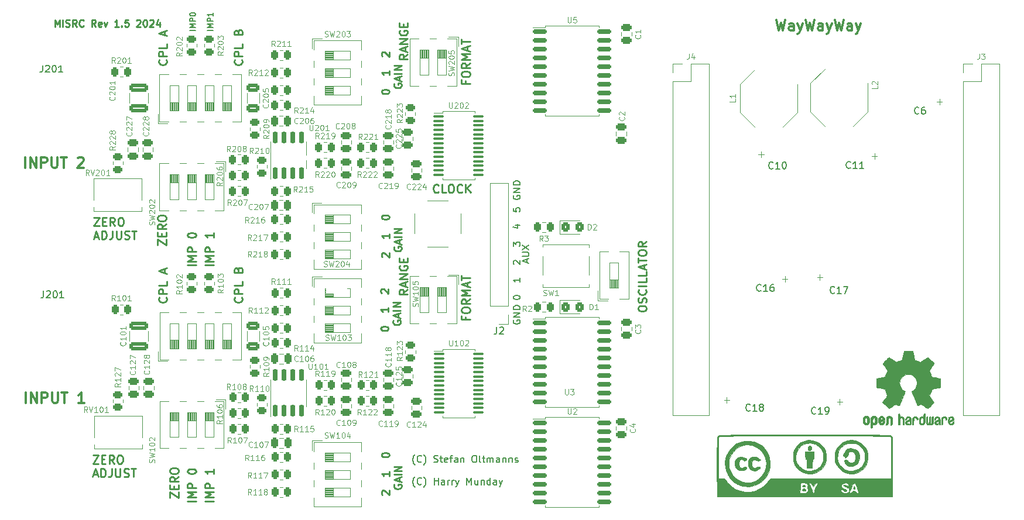
<source format=gbr>
%TF.GenerationSoftware,KiCad,Pcbnew,8.0.2*%
%TF.CreationDate,2025-02-05T07:33:41+00:00*%
%TF.ProjectId,misrc,6d697372-632e-46b6-9963-61645f706362,0.3*%
%TF.SameCoordinates,Original*%
%TF.FileFunction,Legend,Top*%
%TF.FilePolarity,Positive*%
%FSLAX46Y46*%
G04 Gerber Fmt 4.6, Leading zero omitted, Abs format (unit mm)*
G04 Created by KiCad (PCBNEW 8.0.2) date 2025-02-05 07:33:41*
%MOMM*%
%LPD*%
G01*
G04 APERTURE LIST*
G04 Aperture macros list*
%AMRoundRect*
0 Rectangle with rounded corners*
0 $1 Rounding radius*
0 $2 $3 $4 $5 $6 $7 $8 $9 X,Y pos of 4 corners*
0 Add a 4 corners polygon primitive as box body*
4,1,4,$2,$3,$4,$5,$6,$7,$8,$9,$2,$3,0*
0 Add four circle primitives for the rounded corners*
1,1,$1+$1,$2,$3*
1,1,$1+$1,$4,$5*
1,1,$1+$1,$6,$7*
1,1,$1+$1,$8,$9*
0 Add four rect primitives between the rounded corners*
20,1,$1+$1,$2,$3,$4,$5,0*
20,1,$1+$1,$4,$5,$6,$7,0*
20,1,$1+$1,$6,$7,$8,$9,0*
20,1,$1+$1,$8,$9,$2,$3,0*%
G04 Aperture macros list end*
%ADD10C,0.250000*%
%ADD11C,0.200000*%
%ADD12C,0.300000*%
%ADD13C,0.160000*%
%ADD14C,0.150000*%
%ADD15C,0.120000*%
%ADD16C,0.010000*%
%ADD17C,0.532905*%
%ADD18C,0.434210*%
%ADD19C,0.476609*%
%ADD20R,2.440000X1.120000*%
%ADD21R,1.600000X1.600000*%
%ADD22C,1.600000*%
%ADD23RoundRect,0.250000X-0.475000X0.250000X-0.475000X-0.250000X0.475000X-0.250000X0.475000X0.250000X0*%
%ADD24RoundRect,0.250000X-0.262500X-0.450000X0.262500X-0.450000X0.262500X0.450000X-0.262500X0.450000X0*%
%ADD25R,1.700000X1.700000*%
%ADD26O,1.700000X1.700000*%
%ADD27C,3.200000*%
%ADD28RoundRect,0.250000X-0.325000X-0.450000X0.325000X-0.450000X0.325000X0.450000X-0.325000X0.450000X0*%
%ADD29RoundRect,0.250000X1.100000X-0.325000X1.100000X0.325000X-1.100000X0.325000X-1.100000X-0.325000X0*%
%ADD30RoundRect,0.250000X-0.450000X0.262500X-0.450000X-0.262500X0.450000X-0.262500X0.450000X0.262500X0*%
%ADD31RoundRect,0.250000X0.450000X-0.262500X0.450000X0.262500X-0.450000X0.262500X-0.450000X-0.262500X0*%
%ADD32RoundRect,0.250000X0.262500X0.450000X-0.262500X0.450000X-0.262500X-0.450000X0.262500X-0.450000X0*%
%ADD33RoundRect,0.100000X-0.637500X-0.100000X0.637500X-0.100000X0.637500X0.100000X-0.637500X0.100000X0*%
%ADD34RoundRect,0.250000X-0.250000X-0.475000X0.250000X-0.475000X0.250000X0.475000X-0.250000X0.475000X0*%
%ADD35RoundRect,0.150000X-0.875000X-0.150000X0.875000X-0.150000X0.875000X0.150000X-0.875000X0.150000X0*%
%ADD36C,2.050000*%
%ADD37C,2.250000*%
%ADD38C,1.440000*%
%ADD39R,3.200000X2.000000*%
%ADD40R,1.120000X2.440000*%
%ADD41C,2.500000*%
%ADD42C,2.400000*%
%ADD43RoundRect,0.250000X0.475000X-0.250000X0.475000X0.250000X-0.475000X0.250000X-0.475000X-0.250000X0*%
%ADD44R,2.750000X1.000000*%
%ADD45RoundRect,0.250000X-0.650000X0.325000X-0.650000X-0.325000X0.650000X-0.325000X0.650000X0.325000X0*%
%ADD46RoundRect,0.150000X0.150000X-0.725000X0.150000X0.725000X-0.150000X0.725000X-0.150000X-0.725000X0*%
G04 APERTURE END LIST*
D10*
X92042142Y-134423812D02*
X90842142Y-134423812D01*
X92042142Y-133852383D02*
X90842142Y-133852383D01*
X90842142Y-133852383D02*
X91699285Y-133452383D01*
X91699285Y-133452383D02*
X90842142Y-133052383D01*
X90842142Y-133052383D02*
X92042142Y-133052383D01*
X92042142Y-132480954D02*
X90842142Y-132480954D01*
X90842142Y-132480954D02*
X90842142Y-132023811D01*
X90842142Y-132023811D02*
X90899285Y-131909526D01*
X90899285Y-131909526D02*
X90956428Y-131852383D01*
X90956428Y-131852383D02*
X91070714Y-131795240D01*
X91070714Y-131795240D02*
X91242142Y-131795240D01*
X91242142Y-131795240D02*
X91356428Y-131852383D01*
X91356428Y-131852383D02*
X91413571Y-131909526D01*
X91413571Y-131909526D02*
X91470714Y-132023811D01*
X91470714Y-132023811D02*
X91470714Y-132480954D01*
X92042142Y-129738097D02*
X92042142Y-130423811D01*
X92042142Y-130080954D02*
X90842142Y-130080954D01*
X90842142Y-130080954D02*
X91013571Y-130195240D01*
X91013571Y-130195240D02*
X91127857Y-130309525D01*
X91127857Y-130309525D02*
X91185000Y-130423811D01*
X116466204Y-133484003D02*
X116413823Y-133431622D01*
X116413823Y-133431622D02*
X116361442Y-133326860D01*
X116361442Y-133326860D02*
X116361442Y-133064955D01*
X116361442Y-133064955D02*
X116413823Y-132960193D01*
X116413823Y-132960193D02*
X116466204Y-132907812D01*
X116466204Y-132907812D02*
X116570966Y-132855431D01*
X116570966Y-132855431D02*
X116675728Y-132855431D01*
X116675728Y-132855431D02*
X116832871Y-132907812D01*
X116832871Y-132907812D02*
X117461442Y-133536384D01*
X117461442Y-133536384D02*
X117461442Y-132855431D01*
X117461442Y-130131622D02*
X117461442Y-130760194D01*
X117461442Y-130445908D02*
X116361442Y-130445908D01*
X116361442Y-130445908D02*
X116518585Y-130550670D01*
X116518585Y-130550670D02*
X116623347Y-130655432D01*
X116623347Y-130655432D02*
X116675728Y-130760194D01*
X116361442Y-127774480D02*
X116361442Y-127669718D01*
X116361442Y-127669718D02*
X116413823Y-127564956D01*
X116413823Y-127564956D02*
X116466204Y-127512575D01*
X116466204Y-127512575D02*
X116570966Y-127460194D01*
X116570966Y-127460194D02*
X116780490Y-127407813D01*
X116780490Y-127407813D02*
X117042395Y-127407813D01*
X117042395Y-127407813D02*
X117251919Y-127460194D01*
X117251919Y-127460194D02*
X117356681Y-127512575D01*
X117356681Y-127512575D02*
X117409062Y-127564956D01*
X117409062Y-127564956D02*
X117461442Y-127669718D01*
X117461442Y-127669718D02*
X117461442Y-127774480D01*
X117461442Y-127774480D02*
X117409062Y-127879242D01*
X117409062Y-127879242D02*
X117356681Y-127931623D01*
X117356681Y-127931623D02*
X117251919Y-127984004D01*
X117251919Y-127984004D02*
X117042395Y-128036385D01*
X117042395Y-128036385D02*
X116780490Y-128036385D01*
X116780490Y-128036385D02*
X116570966Y-127984004D01*
X116570966Y-127984004D02*
X116466204Y-127931623D01*
X116466204Y-127931623D02*
X116413823Y-127879242D01*
X116413823Y-127879242D02*
X116361442Y-127774480D01*
X118184761Y-132017336D02*
X118132380Y-132122098D01*
X118132380Y-132122098D02*
X118132380Y-132279241D01*
X118132380Y-132279241D02*
X118184761Y-132436384D01*
X118184761Y-132436384D02*
X118289523Y-132541146D01*
X118289523Y-132541146D02*
X118394285Y-132593527D01*
X118394285Y-132593527D02*
X118603809Y-132645908D01*
X118603809Y-132645908D02*
X118760952Y-132645908D01*
X118760952Y-132645908D02*
X118970476Y-132593527D01*
X118970476Y-132593527D02*
X119075238Y-132541146D01*
X119075238Y-132541146D02*
X119180000Y-132436384D01*
X119180000Y-132436384D02*
X119232380Y-132279241D01*
X119232380Y-132279241D02*
X119232380Y-132174479D01*
X119232380Y-132174479D02*
X119180000Y-132017336D01*
X119180000Y-132017336D02*
X119127619Y-131964955D01*
X119127619Y-131964955D02*
X118760952Y-131964955D01*
X118760952Y-131964955D02*
X118760952Y-132174479D01*
X118918095Y-131545908D02*
X118918095Y-131022098D01*
X119232380Y-131650670D02*
X118132380Y-131284003D01*
X118132380Y-131284003D02*
X119232380Y-130917336D01*
X119232380Y-130550670D02*
X118132380Y-130550670D01*
X119232380Y-130026860D02*
X118132380Y-130026860D01*
X118132380Y-130026860D02*
X119232380Y-129398288D01*
X119232380Y-129398288D02*
X118132380Y-129398288D01*
D11*
X137376504Y-99880945D02*
X137376504Y-99404755D01*
X137662219Y-99976183D02*
X136662219Y-99642850D01*
X136662219Y-99642850D02*
X137662219Y-99309517D01*
X136662219Y-98976183D02*
X137471742Y-98976183D01*
X137471742Y-98976183D02*
X137566980Y-98928564D01*
X137566980Y-98928564D02*
X137614600Y-98880945D01*
X137614600Y-98880945D02*
X137662219Y-98785707D01*
X137662219Y-98785707D02*
X137662219Y-98595231D01*
X137662219Y-98595231D02*
X137614600Y-98499993D01*
X137614600Y-98499993D02*
X137566980Y-98452374D01*
X137566980Y-98452374D02*
X137471742Y-98404755D01*
X137471742Y-98404755D02*
X136662219Y-98404755D01*
X136662219Y-98023802D02*
X137662219Y-97357136D01*
X136662219Y-97357136D02*
X137662219Y-98023802D01*
D10*
X85196857Y-70492098D02*
X85254000Y-70549241D01*
X85254000Y-70549241D02*
X85311142Y-70720669D01*
X85311142Y-70720669D02*
X85311142Y-70834955D01*
X85311142Y-70834955D02*
X85254000Y-71006384D01*
X85254000Y-71006384D02*
X85139714Y-71120669D01*
X85139714Y-71120669D02*
X85025428Y-71177812D01*
X85025428Y-71177812D02*
X84796857Y-71234955D01*
X84796857Y-71234955D02*
X84625428Y-71234955D01*
X84625428Y-71234955D02*
X84396857Y-71177812D01*
X84396857Y-71177812D02*
X84282571Y-71120669D01*
X84282571Y-71120669D02*
X84168285Y-71006384D01*
X84168285Y-71006384D02*
X84111142Y-70834955D01*
X84111142Y-70834955D02*
X84111142Y-70720669D01*
X84111142Y-70720669D02*
X84168285Y-70549241D01*
X84168285Y-70549241D02*
X84225428Y-70492098D01*
X85311142Y-69977812D02*
X84111142Y-69977812D01*
X84111142Y-69977812D02*
X84111142Y-69520669D01*
X84111142Y-69520669D02*
X84168285Y-69406384D01*
X84168285Y-69406384D02*
X84225428Y-69349241D01*
X84225428Y-69349241D02*
X84339714Y-69292098D01*
X84339714Y-69292098D02*
X84511142Y-69292098D01*
X84511142Y-69292098D02*
X84625428Y-69349241D01*
X84625428Y-69349241D02*
X84682571Y-69406384D01*
X84682571Y-69406384D02*
X84739714Y-69520669D01*
X84739714Y-69520669D02*
X84739714Y-69977812D01*
X85311142Y-68206384D02*
X85311142Y-68777812D01*
X85311142Y-68777812D02*
X84111142Y-68777812D01*
X84968285Y-66949240D02*
X84968285Y-66377812D01*
X85311142Y-67063526D02*
X84111142Y-66663526D01*
X84111142Y-66663526D02*
X85311142Y-66263526D01*
D12*
X64854510Y-86130828D02*
X64854510Y-84630828D01*
X65568796Y-86130828D02*
X65568796Y-84630828D01*
X65568796Y-84630828D02*
X66425939Y-86130828D01*
X66425939Y-86130828D02*
X66425939Y-84630828D01*
X67140225Y-86130828D02*
X67140225Y-84630828D01*
X67140225Y-84630828D02*
X67711654Y-84630828D01*
X67711654Y-84630828D02*
X67854511Y-84702257D01*
X67854511Y-84702257D02*
X67925940Y-84773685D01*
X67925940Y-84773685D02*
X67997368Y-84916542D01*
X67997368Y-84916542D02*
X67997368Y-85130828D01*
X67997368Y-85130828D02*
X67925940Y-85273685D01*
X67925940Y-85273685D02*
X67854511Y-85345114D01*
X67854511Y-85345114D02*
X67711654Y-85416542D01*
X67711654Y-85416542D02*
X67140225Y-85416542D01*
X68640225Y-84630828D02*
X68640225Y-85845114D01*
X68640225Y-85845114D02*
X68711654Y-85987971D01*
X68711654Y-85987971D02*
X68783083Y-86059400D01*
X68783083Y-86059400D02*
X68925940Y-86130828D01*
X68925940Y-86130828D02*
X69211654Y-86130828D01*
X69211654Y-86130828D02*
X69354511Y-86059400D01*
X69354511Y-86059400D02*
X69425940Y-85987971D01*
X69425940Y-85987971D02*
X69497368Y-85845114D01*
X69497368Y-85845114D02*
X69497368Y-84630828D01*
X69997369Y-84630828D02*
X70854512Y-84630828D01*
X70425940Y-86130828D02*
X70425940Y-84630828D01*
X72425940Y-84773685D02*
X72497368Y-84702257D01*
X72497368Y-84702257D02*
X72640226Y-84630828D01*
X72640226Y-84630828D02*
X72997368Y-84630828D01*
X72997368Y-84630828D02*
X73140226Y-84702257D01*
X73140226Y-84702257D02*
X73211654Y-84773685D01*
X73211654Y-84773685D02*
X73283083Y-84916542D01*
X73283083Y-84916542D02*
X73283083Y-85059400D01*
X73283083Y-85059400D02*
X73211654Y-85273685D01*
X73211654Y-85273685D02*
X72354511Y-86130828D01*
X72354511Y-86130828D02*
X73283083Y-86130828D01*
D11*
X135725552Y-94451755D02*
X136392219Y-94451755D01*
X135344600Y-94689850D02*
X136058885Y-94927945D01*
X136058885Y-94927945D02*
X136058885Y-94308898D01*
D10*
X85762142Y-133903098D02*
X85762142Y-133103098D01*
X85762142Y-133103098D02*
X86962142Y-133903098D01*
X86962142Y-133903098D02*
X86962142Y-133103098D01*
X86333571Y-132645955D02*
X86333571Y-132245955D01*
X86962142Y-132074527D02*
X86962142Y-132645955D01*
X86962142Y-132645955D02*
X85762142Y-132645955D01*
X85762142Y-132645955D02*
X85762142Y-132074527D01*
X86962142Y-130874527D02*
X86390714Y-131274527D01*
X86962142Y-131560241D02*
X85762142Y-131560241D01*
X85762142Y-131560241D02*
X85762142Y-131103098D01*
X85762142Y-131103098D02*
X85819285Y-130988813D01*
X85819285Y-130988813D02*
X85876428Y-130931670D01*
X85876428Y-130931670D02*
X85990714Y-130874527D01*
X85990714Y-130874527D02*
X86162142Y-130874527D01*
X86162142Y-130874527D02*
X86276428Y-130931670D01*
X86276428Y-130931670D02*
X86333571Y-130988813D01*
X86333571Y-130988813D02*
X86390714Y-131103098D01*
X86390714Y-131103098D02*
X86390714Y-131560241D01*
X85762142Y-130131670D02*
X85762142Y-129903098D01*
X85762142Y-129903098D02*
X85819285Y-129788813D01*
X85819285Y-129788813D02*
X85933571Y-129674527D01*
X85933571Y-129674527D02*
X86162142Y-129617384D01*
X86162142Y-129617384D02*
X86562142Y-129617384D01*
X86562142Y-129617384D02*
X86790714Y-129674527D01*
X86790714Y-129674527D02*
X86905000Y-129788813D01*
X86905000Y-129788813D02*
X86962142Y-129903098D01*
X86962142Y-129903098D02*
X86962142Y-130131670D01*
X86962142Y-130131670D02*
X86905000Y-130245956D01*
X86905000Y-130245956D02*
X86790714Y-130360241D01*
X86790714Y-130360241D02*
X86562142Y-130417384D01*
X86562142Y-130417384D02*
X86162142Y-130417384D01*
X86162142Y-130417384D02*
X85933571Y-130360241D01*
X85933571Y-130360241D02*
X85819285Y-130245956D01*
X85819285Y-130245956D02*
X85762142Y-130131670D01*
D12*
X64934510Y-120170828D02*
X64934510Y-118670828D01*
X65648796Y-120170828D02*
X65648796Y-118670828D01*
X65648796Y-118670828D02*
X66505939Y-120170828D01*
X66505939Y-120170828D02*
X66505939Y-118670828D01*
X67220225Y-120170828D02*
X67220225Y-118670828D01*
X67220225Y-118670828D02*
X67791654Y-118670828D01*
X67791654Y-118670828D02*
X67934511Y-118742257D01*
X67934511Y-118742257D02*
X68005940Y-118813685D01*
X68005940Y-118813685D02*
X68077368Y-118956542D01*
X68077368Y-118956542D02*
X68077368Y-119170828D01*
X68077368Y-119170828D02*
X68005940Y-119313685D01*
X68005940Y-119313685D02*
X67934511Y-119385114D01*
X67934511Y-119385114D02*
X67791654Y-119456542D01*
X67791654Y-119456542D02*
X67220225Y-119456542D01*
X68720225Y-118670828D02*
X68720225Y-119885114D01*
X68720225Y-119885114D02*
X68791654Y-120027971D01*
X68791654Y-120027971D02*
X68863083Y-120099400D01*
X68863083Y-120099400D02*
X69005940Y-120170828D01*
X69005940Y-120170828D02*
X69291654Y-120170828D01*
X69291654Y-120170828D02*
X69434511Y-120099400D01*
X69434511Y-120099400D02*
X69505940Y-120027971D01*
X69505940Y-120027971D02*
X69577368Y-119885114D01*
X69577368Y-119885114D02*
X69577368Y-118670828D01*
X70077369Y-118670828D02*
X70934512Y-118670828D01*
X70505940Y-120170828D02*
X70505940Y-118670828D01*
X73363083Y-120170828D02*
X72505940Y-120170828D01*
X72934511Y-120170828D02*
X72934511Y-118670828D01*
X72934511Y-118670828D02*
X72791654Y-118885114D01*
X72791654Y-118885114D02*
X72648797Y-119027971D01*
X72648797Y-119027971D02*
X72505940Y-119099400D01*
D10*
X92042142Y-100260812D02*
X90842142Y-100260812D01*
X92042142Y-99689383D02*
X90842142Y-99689383D01*
X90842142Y-99689383D02*
X91699285Y-99289383D01*
X91699285Y-99289383D02*
X90842142Y-98889383D01*
X90842142Y-98889383D02*
X92042142Y-98889383D01*
X92042142Y-98317954D02*
X90842142Y-98317954D01*
X90842142Y-98317954D02*
X90842142Y-97860811D01*
X90842142Y-97860811D02*
X90899285Y-97746526D01*
X90899285Y-97746526D02*
X90956428Y-97689383D01*
X90956428Y-97689383D02*
X91070714Y-97632240D01*
X91070714Y-97632240D02*
X91242142Y-97632240D01*
X91242142Y-97632240D02*
X91356428Y-97689383D01*
X91356428Y-97689383D02*
X91413571Y-97746526D01*
X91413571Y-97746526D02*
X91470714Y-97860811D01*
X91470714Y-97860811D02*
X91470714Y-98317954D01*
X92042142Y-95575097D02*
X92042142Y-96260811D01*
X92042142Y-95917954D02*
X90842142Y-95917954D01*
X90842142Y-95917954D02*
X91013571Y-96032240D01*
X91013571Y-96032240D02*
X91127857Y-96146525D01*
X91127857Y-96146525D02*
X91185000Y-96260811D01*
D11*
X135392219Y-104976850D02*
X135392219Y-104881612D01*
X135392219Y-104881612D02*
X135439838Y-104786374D01*
X135439838Y-104786374D02*
X135487457Y-104738755D01*
X135487457Y-104738755D02*
X135582695Y-104691136D01*
X135582695Y-104691136D02*
X135773171Y-104643517D01*
X135773171Y-104643517D02*
X136011266Y-104643517D01*
X136011266Y-104643517D02*
X136201742Y-104691136D01*
X136201742Y-104691136D02*
X136296980Y-104738755D01*
X136296980Y-104738755D02*
X136344600Y-104786374D01*
X136344600Y-104786374D02*
X136392219Y-104881612D01*
X136392219Y-104881612D02*
X136392219Y-104976850D01*
X136392219Y-104976850D02*
X136344600Y-105072088D01*
X136344600Y-105072088D02*
X136296980Y-105119707D01*
X136296980Y-105119707D02*
X136201742Y-105167326D01*
X136201742Y-105167326D02*
X136011266Y-105214945D01*
X136011266Y-105214945D02*
X135773171Y-105214945D01*
X135773171Y-105214945D02*
X135582695Y-105167326D01*
X135582695Y-105167326D02*
X135487457Y-105119707D01*
X135487457Y-105119707D02*
X135439838Y-105072088D01*
X135439838Y-105072088D02*
X135392219Y-104976850D01*
D13*
X89428775Y-66252260D02*
X88628775Y-66252260D01*
X89428775Y-65871308D02*
X88628775Y-65871308D01*
X88628775Y-65871308D02*
X89200203Y-65604642D01*
X89200203Y-65604642D02*
X88628775Y-65337975D01*
X88628775Y-65337975D02*
X89428775Y-65337975D01*
X89428775Y-64957022D02*
X88628775Y-64957022D01*
X88628775Y-64957022D02*
X88628775Y-64652260D01*
X88628775Y-64652260D02*
X88666870Y-64576070D01*
X88666870Y-64576070D02*
X88704965Y-64537975D01*
X88704965Y-64537975D02*
X88781156Y-64499879D01*
X88781156Y-64499879D02*
X88895441Y-64499879D01*
X88895441Y-64499879D02*
X88971632Y-64537975D01*
X88971632Y-64537975D02*
X89009727Y-64576070D01*
X89009727Y-64576070D02*
X89047822Y-64652260D01*
X89047822Y-64652260D02*
X89047822Y-64957022D01*
X88628775Y-64004641D02*
X88628775Y-63928451D01*
X88628775Y-63928451D02*
X88666870Y-63852260D01*
X88666870Y-63852260D02*
X88704965Y-63814165D01*
X88704965Y-63814165D02*
X88781156Y-63776070D01*
X88781156Y-63776070D02*
X88933537Y-63737975D01*
X88933537Y-63737975D02*
X89124013Y-63737975D01*
X89124013Y-63737975D02*
X89276394Y-63776070D01*
X89276394Y-63776070D02*
X89352584Y-63814165D01*
X89352584Y-63814165D02*
X89390680Y-63852260D01*
X89390680Y-63852260D02*
X89428775Y-63928451D01*
X89428775Y-63928451D02*
X89428775Y-64004641D01*
X89428775Y-64004641D02*
X89390680Y-64080832D01*
X89390680Y-64080832D02*
X89352584Y-64118927D01*
X89352584Y-64118927D02*
X89276394Y-64157022D01*
X89276394Y-64157022D02*
X89124013Y-64195118D01*
X89124013Y-64195118D02*
X88933537Y-64195118D01*
X88933537Y-64195118D02*
X88781156Y-64157022D01*
X88781156Y-64157022D02*
X88704965Y-64118927D01*
X88704965Y-64118927D02*
X88666870Y-64080832D01*
X88666870Y-64080832D02*
X88628775Y-64004641D01*
D10*
X116234442Y-109473098D02*
X116234442Y-109368336D01*
X116234442Y-109368336D02*
X116286823Y-109263574D01*
X116286823Y-109263574D02*
X116339204Y-109211193D01*
X116339204Y-109211193D02*
X116443966Y-109158812D01*
X116443966Y-109158812D02*
X116653490Y-109106431D01*
X116653490Y-109106431D02*
X116915395Y-109106431D01*
X116915395Y-109106431D02*
X117124919Y-109158812D01*
X117124919Y-109158812D02*
X117229681Y-109211193D01*
X117229681Y-109211193D02*
X117282062Y-109263574D01*
X117282062Y-109263574D02*
X117334442Y-109368336D01*
X117334442Y-109368336D02*
X117334442Y-109473098D01*
X117334442Y-109473098D02*
X117282062Y-109577860D01*
X117282062Y-109577860D02*
X117229681Y-109630241D01*
X117229681Y-109630241D02*
X117124919Y-109682622D01*
X117124919Y-109682622D02*
X116915395Y-109735003D01*
X116915395Y-109735003D02*
X116653490Y-109735003D01*
X116653490Y-109735003D02*
X116443966Y-109682622D01*
X116443966Y-109682622D02*
X116339204Y-109630241D01*
X116339204Y-109630241D02*
X116286823Y-109577860D01*
X116286823Y-109577860D02*
X116234442Y-109473098D01*
X117334442Y-106382622D02*
X117334442Y-107011194D01*
X117334442Y-106696908D02*
X116234442Y-106696908D01*
X116234442Y-106696908D02*
X116391585Y-106801670D01*
X116391585Y-106801670D02*
X116496347Y-106906432D01*
X116496347Y-106906432D02*
X116548728Y-107011194D01*
X116339204Y-104287385D02*
X116286823Y-104235004D01*
X116286823Y-104235004D02*
X116234442Y-104130242D01*
X116234442Y-104130242D02*
X116234442Y-103868337D01*
X116234442Y-103868337D02*
X116286823Y-103763575D01*
X116286823Y-103763575D02*
X116339204Y-103711194D01*
X116339204Y-103711194D02*
X116443966Y-103658813D01*
X116443966Y-103658813D02*
X116548728Y-103658813D01*
X116548728Y-103658813D02*
X116705871Y-103711194D01*
X116705871Y-103711194D02*
X117334442Y-104339766D01*
X117334442Y-104339766D02*
X117334442Y-103658813D01*
X118057761Y-108268336D02*
X118005380Y-108373098D01*
X118005380Y-108373098D02*
X118005380Y-108530241D01*
X118005380Y-108530241D02*
X118057761Y-108687384D01*
X118057761Y-108687384D02*
X118162523Y-108792146D01*
X118162523Y-108792146D02*
X118267285Y-108844527D01*
X118267285Y-108844527D02*
X118476809Y-108896908D01*
X118476809Y-108896908D02*
X118633952Y-108896908D01*
X118633952Y-108896908D02*
X118843476Y-108844527D01*
X118843476Y-108844527D02*
X118948238Y-108792146D01*
X118948238Y-108792146D02*
X119053000Y-108687384D01*
X119053000Y-108687384D02*
X119105380Y-108530241D01*
X119105380Y-108530241D02*
X119105380Y-108425479D01*
X119105380Y-108425479D02*
X119053000Y-108268336D01*
X119053000Y-108268336D02*
X119000619Y-108215955D01*
X119000619Y-108215955D02*
X118633952Y-108215955D01*
X118633952Y-108215955D02*
X118633952Y-108425479D01*
X118791095Y-107796908D02*
X118791095Y-107273098D01*
X119105380Y-107901670D02*
X118005380Y-107535003D01*
X118005380Y-107535003D02*
X119105380Y-107168336D01*
X119105380Y-106801670D02*
X118005380Y-106801670D01*
X119105380Y-106277860D02*
X118005380Y-106277860D01*
X118005380Y-106277860D02*
X119105380Y-105649288D01*
X119105380Y-105649288D02*
X118005380Y-105649288D01*
D11*
X135439838Y-108199517D02*
X135392219Y-108294755D01*
X135392219Y-108294755D02*
X135392219Y-108437612D01*
X135392219Y-108437612D02*
X135439838Y-108580469D01*
X135439838Y-108580469D02*
X135535076Y-108675707D01*
X135535076Y-108675707D02*
X135630314Y-108723326D01*
X135630314Y-108723326D02*
X135820790Y-108770945D01*
X135820790Y-108770945D02*
X135963647Y-108770945D01*
X135963647Y-108770945D02*
X136154123Y-108723326D01*
X136154123Y-108723326D02*
X136249361Y-108675707D01*
X136249361Y-108675707D02*
X136344600Y-108580469D01*
X136344600Y-108580469D02*
X136392219Y-108437612D01*
X136392219Y-108437612D02*
X136392219Y-108342374D01*
X136392219Y-108342374D02*
X136344600Y-108199517D01*
X136344600Y-108199517D02*
X136296980Y-108151898D01*
X136296980Y-108151898D02*
X135963647Y-108151898D01*
X135963647Y-108151898D02*
X135963647Y-108342374D01*
X136392219Y-107723326D02*
X135392219Y-107723326D01*
X135392219Y-107723326D02*
X136392219Y-107151898D01*
X136392219Y-107151898D02*
X135392219Y-107151898D01*
X136392219Y-106675707D02*
X135392219Y-106675707D01*
X135392219Y-106675707D02*
X135392219Y-106437612D01*
X135392219Y-106437612D02*
X135439838Y-106294755D01*
X135439838Y-106294755D02*
X135535076Y-106199517D01*
X135535076Y-106199517D02*
X135630314Y-106151898D01*
X135630314Y-106151898D02*
X135820790Y-106104279D01*
X135820790Y-106104279D02*
X135963647Y-106104279D01*
X135963647Y-106104279D02*
X136154123Y-106151898D01*
X136154123Y-106151898D02*
X136249361Y-106199517D01*
X136249361Y-106199517D02*
X136344600Y-106294755D01*
X136344600Y-106294755D02*
X136392219Y-106437612D01*
X136392219Y-106437612D02*
X136392219Y-106675707D01*
D14*
X121172493Y-129180855D02*
X121124874Y-129133236D01*
X121124874Y-129133236D02*
X121029636Y-128990379D01*
X121029636Y-128990379D02*
X120982017Y-128895141D01*
X120982017Y-128895141D02*
X120934398Y-128752284D01*
X120934398Y-128752284D02*
X120886779Y-128514188D01*
X120886779Y-128514188D02*
X120886779Y-128323712D01*
X120886779Y-128323712D02*
X120934398Y-128085617D01*
X120934398Y-128085617D02*
X120982017Y-127942760D01*
X120982017Y-127942760D02*
X121029636Y-127847522D01*
X121029636Y-127847522D02*
X121124874Y-127704664D01*
X121124874Y-127704664D02*
X121172493Y-127657045D01*
X122124874Y-128704664D02*
X122077255Y-128752284D01*
X122077255Y-128752284D02*
X121934398Y-128799903D01*
X121934398Y-128799903D02*
X121839160Y-128799903D01*
X121839160Y-128799903D02*
X121696303Y-128752284D01*
X121696303Y-128752284D02*
X121601065Y-128657045D01*
X121601065Y-128657045D02*
X121553446Y-128561807D01*
X121553446Y-128561807D02*
X121505827Y-128371331D01*
X121505827Y-128371331D02*
X121505827Y-128228474D01*
X121505827Y-128228474D02*
X121553446Y-128037998D01*
X121553446Y-128037998D02*
X121601065Y-127942760D01*
X121601065Y-127942760D02*
X121696303Y-127847522D01*
X121696303Y-127847522D02*
X121839160Y-127799903D01*
X121839160Y-127799903D02*
X121934398Y-127799903D01*
X121934398Y-127799903D02*
X122077255Y-127847522D01*
X122077255Y-127847522D02*
X122124874Y-127895141D01*
X122458208Y-129180855D02*
X122505827Y-129133236D01*
X122505827Y-129133236D02*
X122601065Y-128990379D01*
X122601065Y-128990379D02*
X122648684Y-128895141D01*
X122648684Y-128895141D02*
X122696303Y-128752284D01*
X122696303Y-128752284D02*
X122743922Y-128514188D01*
X122743922Y-128514188D02*
X122743922Y-128323712D01*
X122743922Y-128323712D02*
X122696303Y-128085617D01*
X122696303Y-128085617D02*
X122648684Y-127942760D01*
X122648684Y-127942760D02*
X122601065Y-127847522D01*
X122601065Y-127847522D02*
X122505827Y-127704664D01*
X122505827Y-127704664D02*
X122458208Y-127657045D01*
X123934399Y-128752284D02*
X124077256Y-128799903D01*
X124077256Y-128799903D02*
X124315351Y-128799903D01*
X124315351Y-128799903D02*
X124410589Y-128752284D01*
X124410589Y-128752284D02*
X124458208Y-128704664D01*
X124458208Y-128704664D02*
X124505827Y-128609426D01*
X124505827Y-128609426D02*
X124505827Y-128514188D01*
X124505827Y-128514188D02*
X124458208Y-128418950D01*
X124458208Y-128418950D02*
X124410589Y-128371331D01*
X124410589Y-128371331D02*
X124315351Y-128323712D01*
X124315351Y-128323712D02*
X124124875Y-128276093D01*
X124124875Y-128276093D02*
X124029637Y-128228474D01*
X124029637Y-128228474D02*
X123982018Y-128180855D01*
X123982018Y-128180855D02*
X123934399Y-128085617D01*
X123934399Y-128085617D02*
X123934399Y-127990379D01*
X123934399Y-127990379D02*
X123982018Y-127895141D01*
X123982018Y-127895141D02*
X124029637Y-127847522D01*
X124029637Y-127847522D02*
X124124875Y-127799903D01*
X124124875Y-127799903D02*
X124362970Y-127799903D01*
X124362970Y-127799903D02*
X124505827Y-127847522D01*
X124791542Y-128133236D02*
X125172494Y-128133236D01*
X124934399Y-127799903D02*
X124934399Y-128657045D01*
X124934399Y-128657045D02*
X124982018Y-128752284D01*
X124982018Y-128752284D02*
X125077256Y-128799903D01*
X125077256Y-128799903D02*
X125172494Y-128799903D01*
X125886780Y-128752284D02*
X125791542Y-128799903D01*
X125791542Y-128799903D02*
X125601066Y-128799903D01*
X125601066Y-128799903D02*
X125505828Y-128752284D01*
X125505828Y-128752284D02*
X125458209Y-128657045D01*
X125458209Y-128657045D02*
X125458209Y-128276093D01*
X125458209Y-128276093D02*
X125505828Y-128180855D01*
X125505828Y-128180855D02*
X125601066Y-128133236D01*
X125601066Y-128133236D02*
X125791542Y-128133236D01*
X125791542Y-128133236D02*
X125886780Y-128180855D01*
X125886780Y-128180855D02*
X125934399Y-128276093D01*
X125934399Y-128276093D02*
X125934399Y-128371331D01*
X125934399Y-128371331D02*
X125458209Y-128466569D01*
X126220114Y-128133236D02*
X126601066Y-128133236D01*
X126362971Y-128799903D02*
X126362971Y-127942760D01*
X126362971Y-127942760D02*
X126410590Y-127847522D01*
X126410590Y-127847522D02*
X126505828Y-127799903D01*
X126505828Y-127799903D02*
X126601066Y-127799903D01*
X127362971Y-128799903D02*
X127362971Y-128276093D01*
X127362971Y-128276093D02*
X127315352Y-128180855D01*
X127315352Y-128180855D02*
X127220114Y-128133236D01*
X127220114Y-128133236D02*
X127029638Y-128133236D01*
X127029638Y-128133236D02*
X126934400Y-128180855D01*
X127362971Y-128752284D02*
X127267733Y-128799903D01*
X127267733Y-128799903D02*
X127029638Y-128799903D01*
X127029638Y-128799903D02*
X126934400Y-128752284D01*
X126934400Y-128752284D02*
X126886781Y-128657045D01*
X126886781Y-128657045D02*
X126886781Y-128561807D01*
X126886781Y-128561807D02*
X126934400Y-128466569D01*
X126934400Y-128466569D02*
X127029638Y-128418950D01*
X127029638Y-128418950D02*
X127267733Y-128418950D01*
X127267733Y-128418950D02*
X127362971Y-128371331D01*
X127839162Y-128133236D02*
X127839162Y-128799903D01*
X127839162Y-128228474D02*
X127886781Y-128180855D01*
X127886781Y-128180855D02*
X127982019Y-128133236D01*
X127982019Y-128133236D02*
X128124876Y-128133236D01*
X128124876Y-128133236D02*
X128220114Y-128180855D01*
X128220114Y-128180855D02*
X128267733Y-128276093D01*
X128267733Y-128276093D02*
X128267733Y-128799903D01*
X129696305Y-127799903D02*
X129886781Y-127799903D01*
X129886781Y-127799903D02*
X129982019Y-127847522D01*
X129982019Y-127847522D02*
X130077257Y-127942760D01*
X130077257Y-127942760D02*
X130124876Y-128133236D01*
X130124876Y-128133236D02*
X130124876Y-128466569D01*
X130124876Y-128466569D02*
X130077257Y-128657045D01*
X130077257Y-128657045D02*
X129982019Y-128752284D01*
X129982019Y-128752284D02*
X129886781Y-128799903D01*
X129886781Y-128799903D02*
X129696305Y-128799903D01*
X129696305Y-128799903D02*
X129601067Y-128752284D01*
X129601067Y-128752284D02*
X129505829Y-128657045D01*
X129505829Y-128657045D02*
X129458210Y-128466569D01*
X129458210Y-128466569D02*
X129458210Y-128133236D01*
X129458210Y-128133236D02*
X129505829Y-127942760D01*
X129505829Y-127942760D02*
X129601067Y-127847522D01*
X129601067Y-127847522D02*
X129696305Y-127799903D01*
X130696305Y-128799903D02*
X130601067Y-128752284D01*
X130601067Y-128752284D02*
X130553448Y-128657045D01*
X130553448Y-128657045D02*
X130553448Y-127799903D01*
X130934401Y-128133236D02*
X131315353Y-128133236D01*
X131077258Y-127799903D02*
X131077258Y-128657045D01*
X131077258Y-128657045D02*
X131124877Y-128752284D01*
X131124877Y-128752284D02*
X131220115Y-128799903D01*
X131220115Y-128799903D02*
X131315353Y-128799903D01*
X131648687Y-128799903D02*
X131648687Y-128133236D01*
X131648687Y-128228474D02*
X131696306Y-128180855D01*
X131696306Y-128180855D02*
X131791544Y-128133236D01*
X131791544Y-128133236D02*
X131934401Y-128133236D01*
X131934401Y-128133236D02*
X132029639Y-128180855D01*
X132029639Y-128180855D02*
X132077258Y-128276093D01*
X132077258Y-128276093D02*
X132077258Y-128799903D01*
X132077258Y-128276093D02*
X132124877Y-128180855D01*
X132124877Y-128180855D02*
X132220115Y-128133236D01*
X132220115Y-128133236D02*
X132362972Y-128133236D01*
X132362972Y-128133236D02*
X132458211Y-128180855D01*
X132458211Y-128180855D02*
X132505830Y-128276093D01*
X132505830Y-128276093D02*
X132505830Y-128799903D01*
X133410591Y-128799903D02*
X133410591Y-128276093D01*
X133410591Y-128276093D02*
X133362972Y-128180855D01*
X133362972Y-128180855D02*
X133267734Y-128133236D01*
X133267734Y-128133236D02*
X133077258Y-128133236D01*
X133077258Y-128133236D02*
X132982020Y-128180855D01*
X133410591Y-128752284D02*
X133315353Y-128799903D01*
X133315353Y-128799903D02*
X133077258Y-128799903D01*
X133077258Y-128799903D02*
X132982020Y-128752284D01*
X132982020Y-128752284D02*
X132934401Y-128657045D01*
X132934401Y-128657045D02*
X132934401Y-128561807D01*
X132934401Y-128561807D02*
X132982020Y-128466569D01*
X132982020Y-128466569D02*
X133077258Y-128418950D01*
X133077258Y-128418950D02*
X133315353Y-128418950D01*
X133315353Y-128418950D02*
X133410591Y-128371331D01*
X133886782Y-128133236D02*
X133886782Y-128799903D01*
X133886782Y-128228474D02*
X133934401Y-128180855D01*
X133934401Y-128180855D02*
X134029639Y-128133236D01*
X134029639Y-128133236D02*
X134172496Y-128133236D01*
X134172496Y-128133236D02*
X134267734Y-128180855D01*
X134267734Y-128180855D02*
X134315353Y-128276093D01*
X134315353Y-128276093D02*
X134315353Y-128799903D01*
X134791544Y-128133236D02*
X134791544Y-128799903D01*
X134791544Y-128228474D02*
X134839163Y-128180855D01*
X134839163Y-128180855D02*
X134934401Y-128133236D01*
X134934401Y-128133236D02*
X135077258Y-128133236D01*
X135077258Y-128133236D02*
X135172496Y-128180855D01*
X135172496Y-128180855D02*
X135220115Y-128276093D01*
X135220115Y-128276093D02*
X135220115Y-128799903D01*
X135648687Y-128752284D02*
X135743925Y-128799903D01*
X135743925Y-128799903D02*
X135934401Y-128799903D01*
X135934401Y-128799903D02*
X136029639Y-128752284D01*
X136029639Y-128752284D02*
X136077258Y-128657045D01*
X136077258Y-128657045D02*
X136077258Y-128609426D01*
X136077258Y-128609426D02*
X136029639Y-128514188D01*
X136029639Y-128514188D02*
X135934401Y-128466569D01*
X135934401Y-128466569D02*
X135791544Y-128466569D01*
X135791544Y-128466569D02*
X135696306Y-128418950D01*
X135696306Y-128418950D02*
X135648687Y-128323712D01*
X135648687Y-128323712D02*
X135648687Y-128276093D01*
X135648687Y-128276093D02*
X135696306Y-128180855D01*
X135696306Y-128180855D02*
X135791544Y-128133236D01*
X135791544Y-128133236D02*
X135934401Y-128133236D01*
X135934401Y-128133236D02*
X136029639Y-128180855D01*
X121172493Y-132400743D02*
X121124874Y-132353124D01*
X121124874Y-132353124D02*
X121029636Y-132210267D01*
X121029636Y-132210267D02*
X120982017Y-132115029D01*
X120982017Y-132115029D02*
X120934398Y-131972172D01*
X120934398Y-131972172D02*
X120886779Y-131734076D01*
X120886779Y-131734076D02*
X120886779Y-131543600D01*
X120886779Y-131543600D02*
X120934398Y-131305505D01*
X120934398Y-131305505D02*
X120982017Y-131162648D01*
X120982017Y-131162648D02*
X121029636Y-131067410D01*
X121029636Y-131067410D02*
X121124874Y-130924552D01*
X121124874Y-130924552D02*
X121172493Y-130876933D01*
X122124874Y-131924552D02*
X122077255Y-131972172D01*
X122077255Y-131972172D02*
X121934398Y-132019791D01*
X121934398Y-132019791D02*
X121839160Y-132019791D01*
X121839160Y-132019791D02*
X121696303Y-131972172D01*
X121696303Y-131972172D02*
X121601065Y-131876933D01*
X121601065Y-131876933D02*
X121553446Y-131781695D01*
X121553446Y-131781695D02*
X121505827Y-131591219D01*
X121505827Y-131591219D02*
X121505827Y-131448362D01*
X121505827Y-131448362D02*
X121553446Y-131257886D01*
X121553446Y-131257886D02*
X121601065Y-131162648D01*
X121601065Y-131162648D02*
X121696303Y-131067410D01*
X121696303Y-131067410D02*
X121839160Y-131019791D01*
X121839160Y-131019791D02*
X121934398Y-131019791D01*
X121934398Y-131019791D02*
X122077255Y-131067410D01*
X122077255Y-131067410D02*
X122124874Y-131115029D01*
X122458208Y-132400743D02*
X122505827Y-132353124D01*
X122505827Y-132353124D02*
X122601065Y-132210267D01*
X122601065Y-132210267D02*
X122648684Y-132115029D01*
X122648684Y-132115029D02*
X122696303Y-131972172D01*
X122696303Y-131972172D02*
X122743922Y-131734076D01*
X122743922Y-131734076D02*
X122743922Y-131543600D01*
X122743922Y-131543600D02*
X122696303Y-131305505D01*
X122696303Y-131305505D02*
X122648684Y-131162648D01*
X122648684Y-131162648D02*
X122601065Y-131067410D01*
X122601065Y-131067410D02*
X122505827Y-130924552D01*
X122505827Y-130924552D02*
X122458208Y-130876933D01*
X123982018Y-132019791D02*
X123982018Y-131019791D01*
X123982018Y-131495981D02*
X124553446Y-131495981D01*
X124553446Y-132019791D02*
X124553446Y-131019791D01*
X125458208Y-132019791D02*
X125458208Y-131495981D01*
X125458208Y-131495981D02*
X125410589Y-131400743D01*
X125410589Y-131400743D02*
X125315351Y-131353124D01*
X125315351Y-131353124D02*
X125124875Y-131353124D01*
X125124875Y-131353124D02*
X125029637Y-131400743D01*
X125458208Y-131972172D02*
X125362970Y-132019791D01*
X125362970Y-132019791D02*
X125124875Y-132019791D01*
X125124875Y-132019791D02*
X125029637Y-131972172D01*
X125029637Y-131972172D02*
X124982018Y-131876933D01*
X124982018Y-131876933D02*
X124982018Y-131781695D01*
X124982018Y-131781695D02*
X125029637Y-131686457D01*
X125029637Y-131686457D02*
X125124875Y-131638838D01*
X125124875Y-131638838D02*
X125362970Y-131638838D01*
X125362970Y-131638838D02*
X125458208Y-131591219D01*
X125934399Y-132019791D02*
X125934399Y-131353124D01*
X125934399Y-131543600D02*
X125982018Y-131448362D01*
X125982018Y-131448362D02*
X126029637Y-131400743D01*
X126029637Y-131400743D02*
X126124875Y-131353124D01*
X126124875Y-131353124D02*
X126220113Y-131353124D01*
X126553447Y-132019791D02*
X126553447Y-131353124D01*
X126553447Y-131543600D02*
X126601066Y-131448362D01*
X126601066Y-131448362D02*
X126648685Y-131400743D01*
X126648685Y-131400743D02*
X126743923Y-131353124D01*
X126743923Y-131353124D02*
X126839161Y-131353124D01*
X127077257Y-131353124D02*
X127315352Y-132019791D01*
X127553447Y-131353124D02*
X127315352Y-132019791D01*
X127315352Y-132019791D02*
X127220114Y-132257886D01*
X127220114Y-132257886D02*
X127172495Y-132305505D01*
X127172495Y-132305505D02*
X127077257Y-132353124D01*
X128696305Y-132019791D02*
X128696305Y-131019791D01*
X128696305Y-131019791D02*
X129029638Y-131734076D01*
X129029638Y-131734076D02*
X129362971Y-131019791D01*
X129362971Y-131019791D02*
X129362971Y-132019791D01*
X130267733Y-131353124D02*
X130267733Y-132019791D01*
X129839162Y-131353124D02*
X129839162Y-131876933D01*
X129839162Y-131876933D02*
X129886781Y-131972172D01*
X129886781Y-131972172D02*
X129982019Y-132019791D01*
X129982019Y-132019791D02*
X130124876Y-132019791D01*
X130124876Y-132019791D02*
X130220114Y-131972172D01*
X130220114Y-131972172D02*
X130267733Y-131924552D01*
X130743924Y-131353124D02*
X130743924Y-132019791D01*
X130743924Y-131448362D02*
X130791543Y-131400743D01*
X130791543Y-131400743D02*
X130886781Y-131353124D01*
X130886781Y-131353124D02*
X131029638Y-131353124D01*
X131029638Y-131353124D02*
X131124876Y-131400743D01*
X131124876Y-131400743D02*
X131172495Y-131495981D01*
X131172495Y-131495981D02*
X131172495Y-132019791D01*
X132077257Y-132019791D02*
X132077257Y-131019791D01*
X132077257Y-131972172D02*
X131982019Y-132019791D01*
X131982019Y-132019791D02*
X131791543Y-132019791D01*
X131791543Y-132019791D02*
X131696305Y-131972172D01*
X131696305Y-131972172D02*
X131648686Y-131924552D01*
X131648686Y-131924552D02*
X131601067Y-131829314D01*
X131601067Y-131829314D02*
X131601067Y-131543600D01*
X131601067Y-131543600D02*
X131648686Y-131448362D01*
X131648686Y-131448362D02*
X131696305Y-131400743D01*
X131696305Y-131400743D02*
X131791543Y-131353124D01*
X131791543Y-131353124D02*
X131982019Y-131353124D01*
X131982019Y-131353124D02*
X132077257Y-131400743D01*
X132982019Y-132019791D02*
X132982019Y-131495981D01*
X132982019Y-131495981D02*
X132934400Y-131400743D01*
X132934400Y-131400743D02*
X132839162Y-131353124D01*
X132839162Y-131353124D02*
X132648686Y-131353124D01*
X132648686Y-131353124D02*
X132553448Y-131400743D01*
X132982019Y-131972172D02*
X132886781Y-132019791D01*
X132886781Y-132019791D02*
X132648686Y-132019791D01*
X132648686Y-132019791D02*
X132553448Y-131972172D01*
X132553448Y-131972172D02*
X132505829Y-131876933D01*
X132505829Y-131876933D02*
X132505829Y-131781695D01*
X132505829Y-131781695D02*
X132553448Y-131686457D01*
X132553448Y-131686457D02*
X132648686Y-131638838D01*
X132648686Y-131638838D02*
X132886781Y-131638838D01*
X132886781Y-131638838D02*
X132982019Y-131591219D01*
X133362972Y-131353124D02*
X133601067Y-132019791D01*
X133839162Y-131353124D02*
X133601067Y-132019791D01*
X133601067Y-132019791D02*
X133505829Y-132257886D01*
X133505829Y-132257886D02*
X133458210Y-132305505D01*
X133458210Y-132305505D02*
X133362972Y-132353124D01*
D10*
X96118857Y-104909098D02*
X96176000Y-104966241D01*
X96176000Y-104966241D02*
X96233142Y-105137669D01*
X96233142Y-105137669D02*
X96233142Y-105251955D01*
X96233142Y-105251955D02*
X96176000Y-105423384D01*
X96176000Y-105423384D02*
X96061714Y-105537669D01*
X96061714Y-105537669D02*
X95947428Y-105594812D01*
X95947428Y-105594812D02*
X95718857Y-105651955D01*
X95718857Y-105651955D02*
X95547428Y-105651955D01*
X95547428Y-105651955D02*
X95318857Y-105594812D01*
X95318857Y-105594812D02*
X95204571Y-105537669D01*
X95204571Y-105537669D02*
X95090285Y-105423384D01*
X95090285Y-105423384D02*
X95033142Y-105251955D01*
X95033142Y-105251955D02*
X95033142Y-105137669D01*
X95033142Y-105137669D02*
X95090285Y-104966241D01*
X95090285Y-104966241D02*
X95147428Y-104909098D01*
X96233142Y-104394812D02*
X95033142Y-104394812D01*
X95033142Y-104394812D02*
X95033142Y-103937669D01*
X95033142Y-103937669D02*
X95090285Y-103823384D01*
X95090285Y-103823384D02*
X95147428Y-103766241D01*
X95147428Y-103766241D02*
X95261714Y-103709098D01*
X95261714Y-103709098D02*
X95433142Y-103709098D01*
X95433142Y-103709098D02*
X95547428Y-103766241D01*
X95547428Y-103766241D02*
X95604571Y-103823384D01*
X95604571Y-103823384D02*
X95661714Y-103937669D01*
X95661714Y-103937669D02*
X95661714Y-104394812D01*
X96233142Y-102623384D02*
X96233142Y-103194812D01*
X96233142Y-103194812D02*
X95033142Y-103194812D01*
X95604571Y-100909097D02*
X95661714Y-100737669D01*
X95661714Y-100737669D02*
X95718857Y-100680526D01*
X95718857Y-100680526D02*
X95833142Y-100623383D01*
X95833142Y-100623383D02*
X96004571Y-100623383D01*
X96004571Y-100623383D02*
X96118857Y-100680526D01*
X96118857Y-100680526D02*
X96176000Y-100737669D01*
X96176000Y-100737669D02*
X96233142Y-100851954D01*
X96233142Y-100851954D02*
X96233142Y-101309097D01*
X96233142Y-101309097D02*
X95033142Y-101309097D01*
X95033142Y-101309097D02*
X95033142Y-100909097D01*
X95033142Y-100909097D02*
X95090285Y-100794812D01*
X95090285Y-100794812D02*
X95147428Y-100737669D01*
X95147428Y-100737669D02*
X95261714Y-100680526D01*
X95261714Y-100680526D02*
X95376000Y-100680526D01*
X95376000Y-100680526D02*
X95490285Y-100737669D01*
X95490285Y-100737669D02*
X95547428Y-100794812D01*
X95547428Y-100794812D02*
X95604571Y-100909097D01*
X95604571Y-100909097D02*
X95604571Y-101309097D01*
X89502142Y-134423812D02*
X88302142Y-134423812D01*
X89502142Y-133852383D02*
X88302142Y-133852383D01*
X88302142Y-133852383D02*
X89159285Y-133452383D01*
X89159285Y-133452383D02*
X88302142Y-133052383D01*
X88302142Y-133052383D02*
X89502142Y-133052383D01*
X89502142Y-132480954D02*
X88302142Y-132480954D01*
X88302142Y-132480954D02*
X88302142Y-132023811D01*
X88302142Y-132023811D02*
X88359285Y-131909526D01*
X88359285Y-131909526D02*
X88416428Y-131852383D01*
X88416428Y-131852383D02*
X88530714Y-131795240D01*
X88530714Y-131795240D02*
X88702142Y-131795240D01*
X88702142Y-131795240D02*
X88816428Y-131852383D01*
X88816428Y-131852383D02*
X88873571Y-131909526D01*
X88873571Y-131909526D02*
X88930714Y-132023811D01*
X88930714Y-132023811D02*
X88930714Y-132480954D01*
X88302142Y-130138097D02*
X88302142Y-130023811D01*
X88302142Y-130023811D02*
X88359285Y-129909525D01*
X88359285Y-129909525D02*
X88416428Y-129852383D01*
X88416428Y-129852383D02*
X88530714Y-129795240D01*
X88530714Y-129795240D02*
X88759285Y-129738097D01*
X88759285Y-129738097D02*
X89045000Y-129738097D01*
X89045000Y-129738097D02*
X89273571Y-129795240D01*
X89273571Y-129795240D02*
X89387857Y-129852383D01*
X89387857Y-129852383D02*
X89445000Y-129909525D01*
X89445000Y-129909525D02*
X89502142Y-130023811D01*
X89502142Y-130023811D02*
X89502142Y-130138097D01*
X89502142Y-130138097D02*
X89445000Y-130252383D01*
X89445000Y-130252383D02*
X89387857Y-130309525D01*
X89387857Y-130309525D02*
X89273571Y-130366668D01*
X89273571Y-130366668D02*
X89045000Y-130423811D01*
X89045000Y-130423811D02*
X88759285Y-130423811D01*
X88759285Y-130423811D02*
X88530714Y-130366668D01*
X88530714Y-130366668D02*
X88416428Y-130309525D01*
X88416428Y-130309525D02*
X88359285Y-130252383D01*
X88359285Y-130252383D02*
X88302142Y-130138097D01*
X116361442Y-75183098D02*
X116361442Y-75078336D01*
X116361442Y-75078336D02*
X116413823Y-74973574D01*
X116413823Y-74973574D02*
X116466204Y-74921193D01*
X116466204Y-74921193D02*
X116570966Y-74868812D01*
X116570966Y-74868812D02*
X116780490Y-74816431D01*
X116780490Y-74816431D02*
X117042395Y-74816431D01*
X117042395Y-74816431D02*
X117251919Y-74868812D01*
X117251919Y-74868812D02*
X117356681Y-74921193D01*
X117356681Y-74921193D02*
X117409062Y-74973574D01*
X117409062Y-74973574D02*
X117461442Y-75078336D01*
X117461442Y-75078336D02*
X117461442Y-75183098D01*
X117461442Y-75183098D02*
X117409062Y-75287860D01*
X117409062Y-75287860D02*
X117356681Y-75340241D01*
X117356681Y-75340241D02*
X117251919Y-75392622D01*
X117251919Y-75392622D02*
X117042395Y-75445003D01*
X117042395Y-75445003D02*
X116780490Y-75445003D01*
X116780490Y-75445003D02*
X116570966Y-75392622D01*
X116570966Y-75392622D02*
X116466204Y-75340241D01*
X116466204Y-75340241D02*
X116413823Y-75287860D01*
X116413823Y-75287860D02*
X116361442Y-75183098D01*
X117461442Y-72092622D02*
X117461442Y-72721194D01*
X117461442Y-72406908D02*
X116361442Y-72406908D01*
X116361442Y-72406908D02*
X116518585Y-72511670D01*
X116518585Y-72511670D02*
X116623347Y-72616432D01*
X116623347Y-72616432D02*
X116675728Y-72721194D01*
X116466204Y-69997385D02*
X116413823Y-69945004D01*
X116413823Y-69945004D02*
X116361442Y-69840242D01*
X116361442Y-69840242D02*
X116361442Y-69578337D01*
X116361442Y-69578337D02*
X116413823Y-69473575D01*
X116413823Y-69473575D02*
X116466204Y-69421194D01*
X116466204Y-69421194D02*
X116570966Y-69368813D01*
X116570966Y-69368813D02*
X116675728Y-69368813D01*
X116675728Y-69368813D02*
X116832871Y-69421194D01*
X116832871Y-69421194D02*
X117461442Y-70049766D01*
X117461442Y-70049766D02*
X117461442Y-69368813D01*
X118184761Y-73978336D02*
X118132380Y-74083098D01*
X118132380Y-74083098D02*
X118132380Y-74240241D01*
X118132380Y-74240241D02*
X118184761Y-74397384D01*
X118184761Y-74397384D02*
X118289523Y-74502146D01*
X118289523Y-74502146D02*
X118394285Y-74554527D01*
X118394285Y-74554527D02*
X118603809Y-74606908D01*
X118603809Y-74606908D02*
X118760952Y-74606908D01*
X118760952Y-74606908D02*
X118970476Y-74554527D01*
X118970476Y-74554527D02*
X119075238Y-74502146D01*
X119075238Y-74502146D02*
X119180000Y-74397384D01*
X119180000Y-74397384D02*
X119232380Y-74240241D01*
X119232380Y-74240241D02*
X119232380Y-74135479D01*
X119232380Y-74135479D02*
X119180000Y-73978336D01*
X119180000Y-73978336D02*
X119127619Y-73925955D01*
X119127619Y-73925955D02*
X118760952Y-73925955D01*
X118760952Y-73925955D02*
X118760952Y-74135479D01*
X118918095Y-73506908D02*
X118918095Y-72983098D01*
X119232380Y-73611670D02*
X118132380Y-73245003D01*
X118132380Y-73245003D02*
X119232380Y-72878336D01*
X119232380Y-72511670D02*
X118132380Y-72511670D01*
X119232380Y-71987860D02*
X118132380Y-71987860D01*
X118132380Y-71987860D02*
X119232380Y-71359288D01*
X119232380Y-71359288D02*
X118132380Y-71359288D01*
X124579901Y-89641857D02*
X124522758Y-89699000D01*
X124522758Y-89699000D02*
X124351330Y-89756142D01*
X124351330Y-89756142D02*
X124237044Y-89756142D01*
X124237044Y-89756142D02*
X124065615Y-89699000D01*
X124065615Y-89699000D02*
X123951330Y-89584714D01*
X123951330Y-89584714D02*
X123894187Y-89470428D01*
X123894187Y-89470428D02*
X123837044Y-89241857D01*
X123837044Y-89241857D02*
X123837044Y-89070428D01*
X123837044Y-89070428D02*
X123894187Y-88841857D01*
X123894187Y-88841857D02*
X123951330Y-88727571D01*
X123951330Y-88727571D02*
X124065615Y-88613285D01*
X124065615Y-88613285D02*
X124237044Y-88556142D01*
X124237044Y-88556142D02*
X124351330Y-88556142D01*
X124351330Y-88556142D02*
X124522758Y-88613285D01*
X124522758Y-88613285D02*
X124579901Y-88670428D01*
X125665615Y-89756142D02*
X125094187Y-89756142D01*
X125094187Y-89756142D02*
X125094187Y-88556142D01*
X126294187Y-88556142D02*
X126522759Y-88556142D01*
X126522759Y-88556142D02*
X126637044Y-88613285D01*
X126637044Y-88613285D02*
X126751330Y-88727571D01*
X126751330Y-88727571D02*
X126808473Y-88956142D01*
X126808473Y-88956142D02*
X126808473Y-89356142D01*
X126808473Y-89356142D02*
X126751330Y-89584714D01*
X126751330Y-89584714D02*
X126637044Y-89699000D01*
X126637044Y-89699000D02*
X126522759Y-89756142D01*
X126522759Y-89756142D02*
X126294187Y-89756142D01*
X126294187Y-89756142D02*
X126179902Y-89699000D01*
X126179902Y-89699000D02*
X126065616Y-89584714D01*
X126065616Y-89584714D02*
X126008473Y-89356142D01*
X126008473Y-89356142D02*
X126008473Y-88956142D01*
X126008473Y-88956142D02*
X126065616Y-88727571D01*
X126065616Y-88727571D02*
X126179902Y-88613285D01*
X126179902Y-88613285D02*
X126294187Y-88556142D01*
X128008473Y-89641857D02*
X127951330Y-89699000D01*
X127951330Y-89699000D02*
X127779902Y-89756142D01*
X127779902Y-89756142D02*
X127665616Y-89756142D01*
X127665616Y-89756142D02*
X127494187Y-89699000D01*
X127494187Y-89699000D02*
X127379902Y-89584714D01*
X127379902Y-89584714D02*
X127322759Y-89470428D01*
X127322759Y-89470428D02*
X127265616Y-89241857D01*
X127265616Y-89241857D02*
X127265616Y-89070428D01*
X127265616Y-89070428D02*
X127322759Y-88841857D01*
X127322759Y-88841857D02*
X127379902Y-88727571D01*
X127379902Y-88727571D02*
X127494187Y-88613285D01*
X127494187Y-88613285D02*
X127665616Y-88556142D01*
X127665616Y-88556142D02*
X127779902Y-88556142D01*
X127779902Y-88556142D02*
X127951330Y-88613285D01*
X127951330Y-88613285D02*
X128008473Y-88670428D01*
X128522759Y-89756142D02*
X128522759Y-88556142D01*
X129208473Y-89756142D02*
X128694187Y-89070428D01*
X129208473Y-88556142D02*
X128522759Y-89241857D01*
X74630901Y-127772209D02*
X75430901Y-127772209D01*
X75430901Y-127772209D02*
X74630901Y-128972209D01*
X74630901Y-128972209D02*
X75430901Y-128972209D01*
X75888044Y-128343638D02*
X76288044Y-128343638D01*
X76459472Y-128972209D02*
X75888044Y-128972209D01*
X75888044Y-128972209D02*
X75888044Y-127772209D01*
X75888044Y-127772209D02*
X76459472Y-127772209D01*
X77659472Y-128972209D02*
X77259472Y-128400781D01*
X76973758Y-128972209D02*
X76973758Y-127772209D01*
X76973758Y-127772209D02*
X77430901Y-127772209D01*
X77430901Y-127772209D02*
X77545186Y-127829352D01*
X77545186Y-127829352D02*
X77602329Y-127886495D01*
X77602329Y-127886495D02*
X77659472Y-128000781D01*
X77659472Y-128000781D02*
X77659472Y-128172209D01*
X77659472Y-128172209D02*
X77602329Y-128286495D01*
X77602329Y-128286495D02*
X77545186Y-128343638D01*
X77545186Y-128343638D02*
X77430901Y-128400781D01*
X77430901Y-128400781D02*
X76973758Y-128400781D01*
X78402329Y-127772209D02*
X78630901Y-127772209D01*
X78630901Y-127772209D02*
X78745186Y-127829352D01*
X78745186Y-127829352D02*
X78859472Y-127943638D01*
X78859472Y-127943638D02*
X78916615Y-128172209D01*
X78916615Y-128172209D02*
X78916615Y-128572209D01*
X78916615Y-128572209D02*
X78859472Y-128800781D01*
X78859472Y-128800781D02*
X78745186Y-128915067D01*
X78745186Y-128915067D02*
X78630901Y-128972209D01*
X78630901Y-128972209D02*
X78402329Y-128972209D01*
X78402329Y-128972209D02*
X78288044Y-128915067D01*
X78288044Y-128915067D02*
X78173758Y-128800781D01*
X78173758Y-128800781D02*
X78116615Y-128572209D01*
X78116615Y-128572209D02*
X78116615Y-128172209D01*
X78116615Y-128172209D02*
X78173758Y-127943638D01*
X78173758Y-127943638D02*
X78288044Y-127829352D01*
X78288044Y-127829352D02*
X78402329Y-127772209D01*
X74688044Y-130561285D02*
X75259473Y-130561285D01*
X74573758Y-130904142D02*
X74973758Y-129704142D01*
X74973758Y-129704142D02*
X75373758Y-130904142D01*
X75773758Y-130904142D02*
X75773758Y-129704142D01*
X75773758Y-129704142D02*
X76059472Y-129704142D01*
X76059472Y-129704142D02*
X76230901Y-129761285D01*
X76230901Y-129761285D02*
X76345186Y-129875571D01*
X76345186Y-129875571D02*
X76402329Y-129989857D01*
X76402329Y-129989857D02*
X76459472Y-130218428D01*
X76459472Y-130218428D02*
X76459472Y-130389857D01*
X76459472Y-130389857D02*
X76402329Y-130618428D01*
X76402329Y-130618428D02*
X76345186Y-130732714D01*
X76345186Y-130732714D02*
X76230901Y-130847000D01*
X76230901Y-130847000D02*
X76059472Y-130904142D01*
X76059472Y-130904142D02*
X75773758Y-130904142D01*
X77316615Y-129704142D02*
X77316615Y-130561285D01*
X77316615Y-130561285D02*
X77259472Y-130732714D01*
X77259472Y-130732714D02*
X77145186Y-130847000D01*
X77145186Y-130847000D02*
X76973758Y-130904142D01*
X76973758Y-130904142D02*
X76859472Y-130904142D01*
X77888044Y-129704142D02*
X77888044Y-130675571D01*
X77888044Y-130675571D02*
X77945187Y-130789857D01*
X77945187Y-130789857D02*
X78002330Y-130847000D01*
X78002330Y-130847000D02*
X78116615Y-130904142D01*
X78116615Y-130904142D02*
X78345187Y-130904142D01*
X78345187Y-130904142D02*
X78459472Y-130847000D01*
X78459472Y-130847000D02*
X78516615Y-130789857D01*
X78516615Y-130789857D02*
X78573758Y-130675571D01*
X78573758Y-130675571D02*
X78573758Y-129704142D01*
X79088044Y-130847000D02*
X79259473Y-130904142D01*
X79259473Y-130904142D02*
X79545187Y-130904142D01*
X79545187Y-130904142D02*
X79659473Y-130847000D01*
X79659473Y-130847000D02*
X79716615Y-130789857D01*
X79716615Y-130789857D02*
X79773758Y-130675571D01*
X79773758Y-130675571D02*
X79773758Y-130561285D01*
X79773758Y-130561285D02*
X79716615Y-130447000D01*
X79716615Y-130447000D02*
X79659473Y-130389857D01*
X79659473Y-130389857D02*
X79545187Y-130332714D01*
X79545187Y-130332714D02*
X79316615Y-130275571D01*
X79316615Y-130275571D02*
X79202330Y-130218428D01*
X79202330Y-130218428D02*
X79145187Y-130161285D01*
X79145187Y-130161285D02*
X79088044Y-130047000D01*
X79088044Y-130047000D02*
X79088044Y-129932714D01*
X79088044Y-129932714D02*
X79145187Y-129818428D01*
X79145187Y-129818428D02*
X79202330Y-129761285D01*
X79202330Y-129761285D02*
X79316615Y-129704142D01*
X79316615Y-129704142D02*
X79602330Y-129704142D01*
X79602330Y-129704142D02*
X79773758Y-129761285D01*
X80116615Y-129704142D02*
X80802330Y-129704142D01*
X80459472Y-130904142D02*
X80459472Y-129704142D01*
X69112568Y-65734619D02*
X69112568Y-64734619D01*
X69112568Y-64734619D02*
X69445901Y-65448904D01*
X69445901Y-65448904D02*
X69779234Y-64734619D01*
X69779234Y-64734619D02*
X69779234Y-65734619D01*
X70255425Y-65734619D02*
X70255425Y-64734619D01*
X70683996Y-65687000D02*
X70826853Y-65734619D01*
X70826853Y-65734619D02*
X71064948Y-65734619D01*
X71064948Y-65734619D02*
X71160186Y-65687000D01*
X71160186Y-65687000D02*
X71207805Y-65639380D01*
X71207805Y-65639380D02*
X71255424Y-65544142D01*
X71255424Y-65544142D02*
X71255424Y-65448904D01*
X71255424Y-65448904D02*
X71207805Y-65353666D01*
X71207805Y-65353666D02*
X71160186Y-65306047D01*
X71160186Y-65306047D02*
X71064948Y-65258428D01*
X71064948Y-65258428D02*
X70874472Y-65210809D01*
X70874472Y-65210809D02*
X70779234Y-65163190D01*
X70779234Y-65163190D02*
X70731615Y-65115571D01*
X70731615Y-65115571D02*
X70683996Y-65020333D01*
X70683996Y-65020333D02*
X70683996Y-64925095D01*
X70683996Y-64925095D02*
X70731615Y-64829857D01*
X70731615Y-64829857D02*
X70779234Y-64782238D01*
X70779234Y-64782238D02*
X70874472Y-64734619D01*
X70874472Y-64734619D02*
X71112567Y-64734619D01*
X71112567Y-64734619D02*
X71255424Y-64782238D01*
X72255424Y-65734619D02*
X71922091Y-65258428D01*
X71683996Y-65734619D02*
X71683996Y-64734619D01*
X71683996Y-64734619D02*
X72064948Y-64734619D01*
X72064948Y-64734619D02*
X72160186Y-64782238D01*
X72160186Y-64782238D02*
X72207805Y-64829857D01*
X72207805Y-64829857D02*
X72255424Y-64925095D01*
X72255424Y-64925095D02*
X72255424Y-65067952D01*
X72255424Y-65067952D02*
X72207805Y-65163190D01*
X72207805Y-65163190D02*
X72160186Y-65210809D01*
X72160186Y-65210809D02*
X72064948Y-65258428D01*
X72064948Y-65258428D02*
X71683996Y-65258428D01*
X73255424Y-65639380D02*
X73207805Y-65687000D01*
X73207805Y-65687000D02*
X73064948Y-65734619D01*
X73064948Y-65734619D02*
X72969710Y-65734619D01*
X72969710Y-65734619D02*
X72826853Y-65687000D01*
X72826853Y-65687000D02*
X72731615Y-65591761D01*
X72731615Y-65591761D02*
X72683996Y-65496523D01*
X72683996Y-65496523D02*
X72636377Y-65306047D01*
X72636377Y-65306047D02*
X72636377Y-65163190D01*
X72636377Y-65163190D02*
X72683996Y-64972714D01*
X72683996Y-64972714D02*
X72731615Y-64877476D01*
X72731615Y-64877476D02*
X72826853Y-64782238D01*
X72826853Y-64782238D02*
X72969710Y-64734619D01*
X72969710Y-64734619D02*
X73064948Y-64734619D01*
X73064948Y-64734619D02*
X73207805Y-64782238D01*
X73207805Y-64782238D02*
X73255424Y-64829857D01*
X75017329Y-65734619D02*
X74683996Y-65258428D01*
X74445901Y-65734619D02*
X74445901Y-64734619D01*
X74445901Y-64734619D02*
X74826853Y-64734619D01*
X74826853Y-64734619D02*
X74922091Y-64782238D01*
X74922091Y-64782238D02*
X74969710Y-64829857D01*
X74969710Y-64829857D02*
X75017329Y-64925095D01*
X75017329Y-64925095D02*
X75017329Y-65067952D01*
X75017329Y-65067952D02*
X74969710Y-65163190D01*
X74969710Y-65163190D02*
X74922091Y-65210809D01*
X74922091Y-65210809D02*
X74826853Y-65258428D01*
X74826853Y-65258428D02*
X74445901Y-65258428D01*
X75826853Y-65687000D02*
X75731615Y-65734619D01*
X75731615Y-65734619D02*
X75541139Y-65734619D01*
X75541139Y-65734619D02*
X75445901Y-65687000D01*
X75445901Y-65687000D02*
X75398282Y-65591761D01*
X75398282Y-65591761D02*
X75398282Y-65210809D01*
X75398282Y-65210809D02*
X75445901Y-65115571D01*
X75445901Y-65115571D02*
X75541139Y-65067952D01*
X75541139Y-65067952D02*
X75731615Y-65067952D01*
X75731615Y-65067952D02*
X75826853Y-65115571D01*
X75826853Y-65115571D02*
X75874472Y-65210809D01*
X75874472Y-65210809D02*
X75874472Y-65306047D01*
X75874472Y-65306047D02*
X75398282Y-65401285D01*
X76207806Y-65067952D02*
X76445901Y-65734619D01*
X76445901Y-65734619D02*
X76683996Y-65067952D01*
X78350663Y-65734619D02*
X77779235Y-65734619D01*
X78064949Y-65734619D02*
X78064949Y-64734619D01*
X78064949Y-64734619D02*
X77969711Y-64877476D01*
X77969711Y-64877476D02*
X77874473Y-64972714D01*
X77874473Y-64972714D02*
X77779235Y-65020333D01*
X78779235Y-65639380D02*
X78826854Y-65687000D01*
X78826854Y-65687000D02*
X78779235Y-65734619D01*
X78779235Y-65734619D02*
X78731616Y-65687000D01*
X78731616Y-65687000D02*
X78779235Y-65639380D01*
X78779235Y-65639380D02*
X78779235Y-65734619D01*
X79731615Y-64734619D02*
X79255425Y-64734619D01*
X79255425Y-64734619D02*
X79207806Y-65210809D01*
X79207806Y-65210809D02*
X79255425Y-65163190D01*
X79255425Y-65163190D02*
X79350663Y-65115571D01*
X79350663Y-65115571D02*
X79588758Y-65115571D01*
X79588758Y-65115571D02*
X79683996Y-65163190D01*
X79683996Y-65163190D02*
X79731615Y-65210809D01*
X79731615Y-65210809D02*
X79779234Y-65306047D01*
X79779234Y-65306047D02*
X79779234Y-65544142D01*
X79779234Y-65544142D02*
X79731615Y-65639380D01*
X79731615Y-65639380D02*
X79683996Y-65687000D01*
X79683996Y-65687000D02*
X79588758Y-65734619D01*
X79588758Y-65734619D02*
X79350663Y-65734619D01*
X79350663Y-65734619D02*
X79255425Y-65687000D01*
X79255425Y-65687000D02*
X79207806Y-65639380D01*
X80922092Y-64829857D02*
X80969711Y-64782238D01*
X80969711Y-64782238D02*
X81064949Y-64734619D01*
X81064949Y-64734619D02*
X81303044Y-64734619D01*
X81303044Y-64734619D02*
X81398282Y-64782238D01*
X81398282Y-64782238D02*
X81445901Y-64829857D01*
X81445901Y-64829857D02*
X81493520Y-64925095D01*
X81493520Y-64925095D02*
X81493520Y-65020333D01*
X81493520Y-65020333D02*
X81445901Y-65163190D01*
X81445901Y-65163190D02*
X80874473Y-65734619D01*
X80874473Y-65734619D02*
X81493520Y-65734619D01*
X82112568Y-64734619D02*
X82207806Y-64734619D01*
X82207806Y-64734619D02*
X82303044Y-64782238D01*
X82303044Y-64782238D02*
X82350663Y-64829857D01*
X82350663Y-64829857D02*
X82398282Y-64925095D01*
X82398282Y-64925095D02*
X82445901Y-65115571D01*
X82445901Y-65115571D02*
X82445901Y-65353666D01*
X82445901Y-65353666D02*
X82398282Y-65544142D01*
X82398282Y-65544142D02*
X82350663Y-65639380D01*
X82350663Y-65639380D02*
X82303044Y-65687000D01*
X82303044Y-65687000D02*
X82207806Y-65734619D01*
X82207806Y-65734619D02*
X82112568Y-65734619D01*
X82112568Y-65734619D02*
X82017330Y-65687000D01*
X82017330Y-65687000D02*
X81969711Y-65639380D01*
X81969711Y-65639380D02*
X81922092Y-65544142D01*
X81922092Y-65544142D02*
X81874473Y-65353666D01*
X81874473Y-65353666D02*
X81874473Y-65115571D01*
X81874473Y-65115571D02*
X81922092Y-64925095D01*
X81922092Y-64925095D02*
X81969711Y-64829857D01*
X81969711Y-64829857D02*
X82017330Y-64782238D01*
X82017330Y-64782238D02*
X82112568Y-64734619D01*
X82826854Y-64829857D02*
X82874473Y-64782238D01*
X82874473Y-64782238D02*
X82969711Y-64734619D01*
X82969711Y-64734619D02*
X83207806Y-64734619D01*
X83207806Y-64734619D02*
X83303044Y-64782238D01*
X83303044Y-64782238D02*
X83350663Y-64829857D01*
X83350663Y-64829857D02*
X83398282Y-64925095D01*
X83398282Y-64925095D02*
X83398282Y-65020333D01*
X83398282Y-65020333D02*
X83350663Y-65163190D01*
X83350663Y-65163190D02*
X82779235Y-65734619D01*
X82779235Y-65734619D02*
X83398282Y-65734619D01*
X84255425Y-65067952D02*
X84255425Y-65734619D01*
X84017330Y-64687000D02*
X83779235Y-65401285D01*
X83779235Y-65401285D02*
X84398282Y-65401285D01*
D11*
X135439838Y-90165517D02*
X135392219Y-90260755D01*
X135392219Y-90260755D02*
X135392219Y-90403612D01*
X135392219Y-90403612D02*
X135439838Y-90546469D01*
X135439838Y-90546469D02*
X135535076Y-90641707D01*
X135535076Y-90641707D02*
X135630314Y-90689326D01*
X135630314Y-90689326D02*
X135820790Y-90736945D01*
X135820790Y-90736945D02*
X135963647Y-90736945D01*
X135963647Y-90736945D02*
X136154123Y-90689326D01*
X136154123Y-90689326D02*
X136249361Y-90641707D01*
X136249361Y-90641707D02*
X136344600Y-90546469D01*
X136344600Y-90546469D02*
X136392219Y-90403612D01*
X136392219Y-90403612D02*
X136392219Y-90308374D01*
X136392219Y-90308374D02*
X136344600Y-90165517D01*
X136344600Y-90165517D02*
X136296980Y-90117898D01*
X136296980Y-90117898D02*
X135963647Y-90117898D01*
X135963647Y-90117898D02*
X135963647Y-90308374D01*
X136392219Y-89689326D02*
X135392219Y-89689326D01*
X135392219Y-89689326D02*
X136392219Y-89117898D01*
X136392219Y-89117898D02*
X135392219Y-89117898D01*
X136392219Y-88641707D02*
X135392219Y-88641707D01*
X135392219Y-88641707D02*
X135392219Y-88403612D01*
X135392219Y-88403612D02*
X135439838Y-88260755D01*
X135439838Y-88260755D02*
X135535076Y-88165517D01*
X135535076Y-88165517D02*
X135630314Y-88117898D01*
X135630314Y-88117898D02*
X135820790Y-88070279D01*
X135820790Y-88070279D02*
X135963647Y-88070279D01*
X135963647Y-88070279D02*
X136154123Y-88117898D01*
X136154123Y-88117898D02*
X136249361Y-88165517D01*
X136249361Y-88165517D02*
X136344600Y-88260755D01*
X136344600Y-88260755D02*
X136392219Y-88403612D01*
X136392219Y-88403612D02*
X136392219Y-88641707D01*
D10*
X85196857Y-104909098D02*
X85254000Y-104966241D01*
X85254000Y-104966241D02*
X85311142Y-105137669D01*
X85311142Y-105137669D02*
X85311142Y-105251955D01*
X85311142Y-105251955D02*
X85254000Y-105423384D01*
X85254000Y-105423384D02*
X85139714Y-105537669D01*
X85139714Y-105537669D02*
X85025428Y-105594812D01*
X85025428Y-105594812D02*
X84796857Y-105651955D01*
X84796857Y-105651955D02*
X84625428Y-105651955D01*
X84625428Y-105651955D02*
X84396857Y-105594812D01*
X84396857Y-105594812D02*
X84282571Y-105537669D01*
X84282571Y-105537669D02*
X84168285Y-105423384D01*
X84168285Y-105423384D02*
X84111142Y-105251955D01*
X84111142Y-105251955D02*
X84111142Y-105137669D01*
X84111142Y-105137669D02*
X84168285Y-104966241D01*
X84168285Y-104966241D02*
X84225428Y-104909098D01*
X85311142Y-104394812D02*
X84111142Y-104394812D01*
X84111142Y-104394812D02*
X84111142Y-103937669D01*
X84111142Y-103937669D02*
X84168285Y-103823384D01*
X84168285Y-103823384D02*
X84225428Y-103766241D01*
X84225428Y-103766241D02*
X84339714Y-103709098D01*
X84339714Y-103709098D02*
X84511142Y-103709098D01*
X84511142Y-103709098D02*
X84625428Y-103766241D01*
X84625428Y-103766241D02*
X84682571Y-103823384D01*
X84682571Y-103823384D02*
X84739714Y-103937669D01*
X84739714Y-103937669D02*
X84739714Y-104394812D01*
X85311142Y-102623384D02*
X85311142Y-103194812D01*
X85311142Y-103194812D02*
X84111142Y-103194812D01*
X84968285Y-101366240D02*
X84968285Y-100794812D01*
X85311142Y-101480526D02*
X84111142Y-101080526D01*
X84111142Y-101080526D02*
X85311142Y-100680526D01*
X120109142Y-103766098D02*
X119537714Y-104166098D01*
X120109142Y-104451812D02*
X118909142Y-104451812D01*
X118909142Y-104451812D02*
X118909142Y-103994669D01*
X118909142Y-103994669D02*
X118966285Y-103880384D01*
X118966285Y-103880384D02*
X119023428Y-103823241D01*
X119023428Y-103823241D02*
X119137714Y-103766098D01*
X119137714Y-103766098D02*
X119309142Y-103766098D01*
X119309142Y-103766098D02*
X119423428Y-103823241D01*
X119423428Y-103823241D02*
X119480571Y-103880384D01*
X119480571Y-103880384D02*
X119537714Y-103994669D01*
X119537714Y-103994669D02*
X119537714Y-104451812D01*
X119766285Y-103308955D02*
X119766285Y-102737527D01*
X120109142Y-103423241D02*
X118909142Y-103023241D01*
X118909142Y-103023241D02*
X120109142Y-102623241D01*
X120109142Y-102223241D02*
X118909142Y-102223241D01*
X118909142Y-102223241D02*
X120109142Y-101537527D01*
X120109142Y-101537527D02*
X118909142Y-101537527D01*
X118966285Y-100337527D02*
X118909142Y-100451813D01*
X118909142Y-100451813D02*
X118909142Y-100623241D01*
X118909142Y-100623241D02*
X118966285Y-100794670D01*
X118966285Y-100794670D02*
X119080571Y-100908955D01*
X119080571Y-100908955D02*
X119194857Y-100966098D01*
X119194857Y-100966098D02*
X119423428Y-101023241D01*
X119423428Y-101023241D02*
X119594857Y-101023241D01*
X119594857Y-101023241D02*
X119823428Y-100966098D01*
X119823428Y-100966098D02*
X119937714Y-100908955D01*
X119937714Y-100908955D02*
X120052000Y-100794670D01*
X120052000Y-100794670D02*
X120109142Y-100623241D01*
X120109142Y-100623241D02*
X120109142Y-100508955D01*
X120109142Y-100508955D02*
X120052000Y-100337527D01*
X120052000Y-100337527D02*
X119994857Y-100280384D01*
X119994857Y-100280384D02*
X119594857Y-100280384D01*
X119594857Y-100280384D02*
X119594857Y-100508955D01*
X119480571Y-99766098D02*
X119480571Y-99366098D01*
X120109142Y-99194670D02*
X120109142Y-99766098D01*
X120109142Y-99766098D02*
X118909142Y-99766098D01*
X118909142Y-99766098D02*
X118909142Y-99194670D01*
D11*
X136392219Y-102103517D02*
X136392219Y-102674945D01*
X136392219Y-102389231D02*
X135392219Y-102389231D01*
X135392219Y-102389231D02*
X135535076Y-102484469D01*
X135535076Y-102484469D02*
X135630314Y-102579707D01*
X135630314Y-102579707D02*
X135677933Y-102674945D01*
D10*
X128497571Y-107734812D02*
X128497571Y-108134812D01*
X129126142Y-108134812D02*
X127926142Y-108134812D01*
X127926142Y-108134812D02*
X127926142Y-107563384D01*
X127926142Y-106877670D02*
X127926142Y-106649098D01*
X127926142Y-106649098D02*
X127983285Y-106534813D01*
X127983285Y-106534813D02*
X128097571Y-106420527D01*
X128097571Y-106420527D02*
X128326142Y-106363384D01*
X128326142Y-106363384D02*
X128726142Y-106363384D01*
X128726142Y-106363384D02*
X128954714Y-106420527D01*
X128954714Y-106420527D02*
X129069000Y-106534813D01*
X129069000Y-106534813D02*
X129126142Y-106649098D01*
X129126142Y-106649098D02*
X129126142Y-106877670D01*
X129126142Y-106877670D02*
X129069000Y-106991956D01*
X129069000Y-106991956D02*
X128954714Y-107106241D01*
X128954714Y-107106241D02*
X128726142Y-107163384D01*
X128726142Y-107163384D02*
X128326142Y-107163384D01*
X128326142Y-107163384D02*
X128097571Y-107106241D01*
X128097571Y-107106241D02*
X127983285Y-106991956D01*
X127983285Y-106991956D02*
X127926142Y-106877670D01*
X129126142Y-105163384D02*
X128554714Y-105563384D01*
X129126142Y-105849098D02*
X127926142Y-105849098D01*
X127926142Y-105849098D02*
X127926142Y-105391955D01*
X127926142Y-105391955D02*
X127983285Y-105277670D01*
X127983285Y-105277670D02*
X128040428Y-105220527D01*
X128040428Y-105220527D02*
X128154714Y-105163384D01*
X128154714Y-105163384D02*
X128326142Y-105163384D01*
X128326142Y-105163384D02*
X128440428Y-105220527D01*
X128440428Y-105220527D02*
X128497571Y-105277670D01*
X128497571Y-105277670D02*
X128554714Y-105391955D01*
X128554714Y-105391955D02*
X128554714Y-105849098D01*
X129126142Y-104649098D02*
X127926142Y-104649098D01*
X127926142Y-104649098D02*
X128783285Y-104249098D01*
X128783285Y-104249098D02*
X127926142Y-103849098D01*
X127926142Y-103849098D02*
X129126142Y-103849098D01*
X128783285Y-103334812D02*
X128783285Y-102763384D01*
X129126142Y-103449098D02*
X127926142Y-103049098D01*
X127926142Y-103049098D02*
X129126142Y-102649098D01*
X127926142Y-102420527D02*
X127926142Y-101734813D01*
X129126142Y-102077670D02*
X127926142Y-102077670D01*
X120109142Y-69730098D02*
X119537714Y-70130098D01*
X120109142Y-70415812D02*
X118909142Y-70415812D01*
X118909142Y-70415812D02*
X118909142Y-69958669D01*
X118909142Y-69958669D02*
X118966285Y-69844384D01*
X118966285Y-69844384D02*
X119023428Y-69787241D01*
X119023428Y-69787241D02*
X119137714Y-69730098D01*
X119137714Y-69730098D02*
X119309142Y-69730098D01*
X119309142Y-69730098D02*
X119423428Y-69787241D01*
X119423428Y-69787241D02*
X119480571Y-69844384D01*
X119480571Y-69844384D02*
X119537714Y-69958669D01*
X119537714Y-69958669D02*
X119537714Y-70415812D01*
X119766285Y-69272955D02*
X119766285Y-68701527D01*
X120109142Y-69387241D02*
X118909142Y-68987241D01*
X118909142Y-68987241D02*
X120109142Y-68587241D01*
X120109142Y-68187241D02*
X118909142Y-68187241D01*
X118909142Y-68187241D02*
X120109142Y-67501527D01*
X120109142Y-67501527D02*
X118909142Y-67501527D01*
X118966285Y-66301527D02*
X118909142Y-66415813D01*
X118909142Y-66415813D02*
X118909142Y-66587241D01*
X118909142Y-66587241D02*
X118966285Y-66758670D01*
X118966285Y-66758670D02*
X119080571Y-66872955D01*
X119080571Y-66872955D02*
X119194857Y-66930098D01*
X119194857Y-66930098D02*
X119423428Y-66987241D01*
X119423428Y-66987241D02*
X119594857Y-66987241D01*
X119594857Y-66987241D02*
X119823428Y-66930098D01*
X119823428Y-66930098D02*
X119937714Y-66872955D01*
X119937714Y-66872955D02*
X120052000Y-66758670D01*
X120052000Y-66758670D02*
X120109142Y-66587241D01*
X120109142Y-66587241D02*
X120109142Y-66472955D01*
X120109142Y-66472955D02*
X120052000Y-66301527D01*
X120052000Y-66301527D02*
X119994857Y-66244384D01*
X119994857Y-66244384D02*
X119594857Y-66244384D01*
X119594857Y-66244384D02*
X119594857Y-66472955D01*
X119480571Y-65730098D02*
X119480571Y-65330098D01*
X120109142Y-65158670D02*
X120109142Y-65730098D01*
X120109142Y-65730098D02*
X118909142Y-65730098D01*
X118909142Y-65730098D02*
X118909142Y-65158670D01*
X153453142Y-106636241D02*
X153453142Y-106407669D01*
X153453142Y-106407669D02*
X153510285Y-106293384D01*
X153510285Y-106293384D02*
X153624571Y-106179098D01*
X153624571Y-106179098D02*
X153853142Y-106121955D01*
X153853142Y-106121955D02*
X154253142Y-106121955D01*
X154253142Y-106121955D02*
X154481714Y-106179098D01*
X154481714Y-106179098D02*
X154596000Y-106293384D01*
X154596000Y-106293384D02*
X154653142Y-106407669D01*
X154653142Y-106407669D02*
X154653142Y-106636241D01*
X154653142Y-106636241D02*
X154596000Y-106750527D01*
X154596000Y-106750527D02*
X154481714Y-106864812D01*
X154481714Y-106864812D02*
X154253142Y-106921955D01*
X154253142Y-106921955D02*
X153853142Y-106921955D01*
X153853142Y-106921955D02*
X153624571Y-106864812D01*
X153624571Y-106864812D02*
X153510285Y-106750527D01*
X153510285Y-106750527D02*
X153453142Y-106636241D01*
X154596000Y-105664812D02*
X154653142Y-105493384D01*
X154653142Y-105493384D02*
X154653142Y-105207669D01*
X154653142Y-105207669D02*
X154596000Y-105093384D01*
X154596000Y-105093384D02*
X154538857Y-105036241D01*
X154538857Y-105036241D02*
X154424571Y-104979098D01*
X154424571Y-104979098D02*
X154310285Y-104979098D01*
X154310285Y-104979098D02*
X154196000Y-105036241D01*
X154196000Y-105036241D02*
X154138857Y-105093384D01*
X154138857Y-105093384D02*
X154081714Y-105207669D01*
X154081714Y-105207669D02*
X154024571Y-105436241D01*
X154024571Y-105436241D02*
X153967428Y-105550526D01*
X153967428Y-105550526D02*
X153910285Y-105607669D01*
X153910285Y-105607669D02*
X153796000Y-105664812D01*
X153796000Y-105664812D02*
X153681714Y-105664812D01*
X153681714Y-105664812D02*
X153567428Y-105607669D01*
X153567428Y-105607669D02*
X153510285Y-105550526D01*
X153510285Y-105550526D02*
X153453142Y-105436241D01*
X153453142Y-105436241D02*
X153453142Y-105150526D01*
X153453142Y-105150526D02*
X153510285Y-104979098D01*
X154538857Y-103779098D02*
X154596000Y-103836241D01*
X154596000Y-103836241D02*
X154653142Y-104007669D01*
X154653142Y-104007669D02*
X154653142Y-104121955D01*
X154653142Y-104121955D02*
X154596000Y-104293384D01*
X154596000Y-104293384D02*
X154481714Y-104407669D01*
X154481714Y-104407669D02*
X154367428Y-104464812D01*
X154367428Y-104464812D02*
X154138857Y-104521955D01*
X154138857Y-104521955D02*
X153967428Y-104521955D01*
X153967428Y-104521955D02*
X153738857Y-104464812D01*
X153738857Y-104464812D02*
X153624571Y-104407669D01*
X153624571Y-104407669D02*
X153510285Y-104293384D01*
X153510285Y-104293384D02*
X153453142Y-104121955D01*
X153453142Y-104121955D02*
X153453142Y-104007669D01*
X153453142Y-104007669D02*
X153510285Y-103836241D01*
X153510285Y-103836241D02*
X153567428Y-103779098D01*
X154653142Y-103264812D02*
X153453142Y-103264812D01*
X154653142Y-102121955D02*
X154653142Y-102693383D01*
X154653142Y-102693383D02*
X153453142Y-102693383D01*
X154653142Y-101150526D02*
X154653142Y-101721954D01*
X154653142Y-101721954D02*
X153453142Y-101721954D01*
X154310285Y-100807668D02*
X154310285Y-100236240D01*
X154653142Y-100921954D02*
X153453142Y-100521954D01*
X153453142Y-100521954D02*
X154653142Y-100121954D01*
X153453142Y-99893383D02*
X153453142Y-99207669D01*
X154653142Y-99550526D02*
X153453142Y-99550526D01*
X153453142Y-98579097D02*
X153453142Y-98350525D01*
X153453142Y-98350525D02*
X153510285Y-98236240D01*
X153510285Y-98236240D02*
X153624571Y-98121954D01*
X153624571Y-98121954D02*
X153853142Y-98064811D01*
X153853142Y-98064811D02*
X154253142Y-98064811D01*
X154253142Y-98064811D02*
X154481714Y-98121954D01*
X154481714Y-98121954D02*
X154596000Y-98236240D01*
X154596000Y-98236240D02*
X154653142Y-98350525D01*
X154653142Y-98350525D02*
X154653142Y-98579097D01*
X154653142Y-98579097D02*
X154596000Y-98693383D01*
X154596000Y-98693383D02*
X154481714Y-98807668D01*
X154481714Y-98807668D02*
X154253142Y-98864811D01*
X154253142Y-98864811D02*
X153853142Y-98864811D01*
X153853142Y-98864811D02*
X153624571Y-98807668D01*
X153624571Y-98807668D02*
X153510285Y-98693383D01*
X153510285Y-98693383D02*
X153453142Y-98579097D01*
X154653142Y-96864811D02*
X154081714Y-97264811D01*
X154653142Y-97550525D02*
X153453142Y-97550525D01*
X153453142Y-97550525D02*
X153453142Y-97093382D01*
X153453142Y-97093382D02*
X153510285Y-96979097D01*
X153510285Y-96979097D02*
X153567428Y-96921954D01*
X153567428Y-96921954D02*
X153681714Y-96864811D01*
X153681714Y-96864811D02*
X153853142Y-96864811D01*
X153853142Y-96864811D02*
X153967428Y-96921954D01*
X153967428Y-96921954D02*
X154024571Y-96979097D01*
X154024571Y-96979097D02*
X154081714Y-97093382D01*
X154081714Y-97093382D02*
X154081714Y-97550525D01*
D12*
X173451653Y-64760828D02*
X173808796Y-66260828D01*
X173808796Y-66260828D02*
X174094510Y-65189400D01*
X174094510Y-65189400D02*
X174380225Y-66260828D01*
X174380225Y-66260828D02*
X174737368Y-64760828D01*
X175951654Y-66260828D02*
X175951654Y-65475114D01*
X175951654Y-65475114D02*
X175880225Y-65332257D01*
X175880225Y-65332257D02*
X175737368Y-65260828D01*
X175737368Y-65260828D02*
X175451654Y-65260828D01*
X175451654Y-65260828D02*
X175308796Y-65332257D01*
X175951654Y-66189400D02*
X175808796Y-66260828D01*
X175808796Y-66260828D02*
X175451654Y-66260828D01*
X175451654Y-66260828D02*
X175308796Y-66189400D01*
X175308796Y-66189400D02*
X175237368Y-66046542D01*
X175237368Y-66046542D02*
X175237368Y-65903685D01*
X175237368Y-65903685D02*
X175308796Y-65760828D01*
X175308796Y-65760828D02*
X175451654Y-65689400D01*
X175451654Y-65689400D02*
X175808796Y-65689400D01*
X175808796Y-65689400D02*
X175951654Y-65617971D01*
X176523082Y-65260828D02*
X176880225Y-66260828D01*
X177237368Y-65260828D02*
X176880225Y-66260828D01*
X176880225Y-66260828D02*
X176737368Y-66617971D01*
X176737368Y-66617971D02*
X176665939Y-66689400D01*
X176665939Y-66689400D02*
X176523082Y-66760828D01*
X177665939Y-64760828D02*
X178023082Y-66260828D01*
X178023082Y-66260828D02*
X178308796Y-65189400D01*
X178308796Y-65189400D02*
X178594511Y-66260828D01*
X178594511Y-66260828D02*
X178951654Y-64760828D01*
X180165940Y-66260828D02*
X180165940Y-65475114D01*
X180165940Y-65475114D02*
X180094511Y-65332257D01*
X180094511Y-65332257D02*
X179951654Y-65260828D01*
X179951654Y-65260828D02*
X179665940Y-65260828D01*
X179665940Y-65260828D02*
X179523082Y-65332257D01*
X180165940Y-66189400D02*
X180023082Y-66260828D01*
X180023082Y-66260828D02*
X179665940Y-66260828D01*
X179665940Y-66260828D02*
X179523082Y-66189400D01*
X179523082Y-66189400D02*
X179451654Y-66046542D01*
X179451654Y-66046542D02*
X179451654Y-65903685D01*
X179451654Y-65903685D02*
X179523082Y-65760828D01*
X179523082Y-65760828D02*
X179665940Y-65689400D01*
X179665940Y-65689400D02*
X180023082Y-65689400D01*
X180023082Y-65689400D02*
X180165940Y-65617971D01*
X180737368Y-65260828D02*
X181094511Y-66260828D01*
X181451654Y-65260828D02*
X181094511Y-66260828D01*
X181094511Y-66260828D02*
X180951654Y-66617971D01*
X180951654Y-66617971D02*
X180880225Y-66689400D01*
X180880225Y-66689400D02*
X180737368Y-66760828D01*
X181880225Y-64760828D02*
X182237368Y-66260828D01*
X182237368Y-66260828D02*
X182523082Y-65189400D01*
X182523082Y-65189400D02*
X182808797Y-66260828D01*
X182808797Y-66260828D02*
X183165940Y-64760828D01*
X184380226Y-66260828D02*
X184380226Y-65475114D01*
X184380226Y-65475114D02*
X184308797Y-65332257D01*
X184308797Y-65332257D02*
X184165940Y-65260828D01*
X184165940Y-65260828D02*
X183880226Y-65260828D01*
X183880226Y-65260828D02*
X183737368Y-65332257D01*
X184380226Y-66189400D02*
X184237368Y-66260828D01*
X184237368Y-66260828D02*
X183880226Y-66260828D01*
X183880226Y-66260828D02*
X183737368Y-66189400D01*
X183737368Y-66189400D02*
X183665940Y-66046542D01*
X183665940Y-66046542D02*
X183665940Y-65903685D01*
X183665940Y-65903685D02*
X183737368Y-65760828D01*
X183737368Y-65760828D02*
X183880226Y-65689400D01*
X183880226Y-65689400D02*
X184237368Y-65689400D01*
X184237368Y-65689400D02*
X184380226Y-65617971D01*
X184951654Y-65260828D02*
X185308797Y-66260828D01*
X185665940Y-65260828D02*
X185308797Y-66260828D01*
X185308797Y-66260828D02*
X185165940Y-66617971D01*
X185165940Y-66617971D02*
X185094511Y-66689400D01*
X185094511Y-66689400D02*
X184951654Y-66760828D01*
D10*
X89502142Y-100260812D02*
X88302142Y-100260812D01*
X89502142Y-99689383D02*
X88302142Y-99689383D01*
X88302142Y-99689383D02*
X89159285Y-99289383D01*
X89159285Y-99289383D02*
X88302142Y-98889383D01*
X88302142Y-98889383D02*
X89502142Y-98889383D01*
X89502142Y-98317954D02*
X88302142Y-98317954D01*
X88302142Y-98317954D02*
X88302142Y-97860811D01*
X88302142Y-97860811D02*
X88359285Y-97746526D01*
X88359285Y-97746526D02*
X88416428Y-97689383D01*
X88416428Y-97689383D02*
X88530714Y-97632240D01*
X88530714Y-97632240D02*
X88702142Y-97632240D01*
X88702142Y-97632240D02*
X88816428Y-97689383D01*
X88816428Y-97689383D02*
X88873571Y-97746526D01*
X88873571Y-97746526D02*
X88930714Y-97860811D01*
X88930714Y-97860811D02*
X88930714Y-98317954D01*
X88302142Y-95975097D02*
X88302142Y-95860811D01*
X88302142Y-95860811D02*
X88359285Y-95746525D01*
X88359285Y-95746525D02*
X88416428Y-95689383D01*
X88416428Y-95689383D02*
X88530714Y-95632240D01*
X88530714Y-95632240D02*
X88759285Y-95575097D01*
X88759285Y-95575097D02*
X89045000Y-95575097D01*
X89045000Y-95575097D02*
X89273571Y-95632240D01*
X89273571Y-95632240D02*
X89387857Y-95689383D01*
X89387857Y-95689383D02*
X89445000Y-95746525D01*
X89445000Y-95746525D02*
X89502142Y-95860811D01*
X89502142Y-95860811D02*
X89502142Y-95975097D01*
X89502142Y-95975097D02*
X89445000Y-96089383D01*
X89445000Y-96089383D02*
X89387857Y-96146525D01*
X89387857Y-96146525D02*
X89273571Y-96203668D01*
X89273571Y-96203668D02*
X89045000Y-96260811D01*
X89045000Y-96260811D02*
X88759285Y-96260811D01*
X88759285Y-96260811D02*
X88530714Y-96203668D01*
X88530714Y-96203668D02*
X88416428Y-96146525D01*
X88416428Y-96146525D02*
X88359285Y-96089383D01*
X88359285Y-96089383D02*
X88302142Y-95975097D01*
D11*
X135392219Y-91991136D02*
X135392219Y-92467326D01*
X135392219Y-92467326D02*
X135868409Y-92514945D01*
X135868409Y-92514945D02*
X135820790Y-92467326D01*
X135820790Y-92467326D02*
X135773171Y-92372088D01*
X135773171Y-92372088D02*
X135773171Y-92133993D01*
X135773171Y-92133993D02*
X135820790Y-92038755D01*
X135820790Y-92038755D02*
X135868409Y-91991136D01*
X135868409Y-91991136D02*
X135963647Y-91943517D01*
X135963647Y-91943517D02*
X136201742Y-91943517D01*
X136201742Y-91943517D02*
X136296980Y-91991136D01*
X136296980Y-91991136D02*
X136344600Y-92038755D01*
X136344600Y-92038755D02*
X136392219Y-92133993D01*
X136392219Y-92133993D02*
X136392219Y-92372088D01*
X136392219Y-92372088D02*
X136344600Y-92467326D01*
X136344600Y-92467326D02*
X136296980Y-92514945D01*
D10*
X128497571Y-73571812D02*
X128497571Y-73971812D01*
X129126142Y-73971812D02*
X127926142Y-73971812D01*
X127926142Y-73971812D02*
X127926142Y-73400384D01*
X127926142Y-72714670D02*
X127926142Y-72486098D01*
X127926142Y-72486098D02*
X127983285Y-72371813D01*
X127983285Y-72371813D02*
X128097571Y-72257527D01*
X128097571Y-72257527D02*
X128326142Y-72200384D01*
X128326142Y-72200384D02*
X128726142Y-72200384D01*
X128726142Y-72200384D02*
X128954714Y-72257527D01*
X128954714Y-72257527D02*
X129069000Y-72371813D01*
X129069000Y-72371813D02*
X129126142Y-72486098D01*
X129126142Y-72486098D02*
X129126142Y-72714670D01*
X129126142Y-72714670D02*
X129069000Y-72828956D01*
X129069000Y-72828956D02*
X128954714Y-72943241D01*
X128954714Y-72943241D02*
X128726142Y-73000384D01*
X128726142Y-73000384D02*
X128326142Y-73000384D01*
X128326142Y-73000384D02*
X128097571Y-72943241D01*
X128097571Y-72943241D02*
X127983285Y-72828956D01*
X127983285Y-72828956D02*
X127926142Y-72714670D01*
X129126142Y-71000384D02*
X128554714Y-71400384D01*
X129126142Y-71686098D02*
X127926142Y-71686098D01*
X127926142Y-71686098D02*
X127926142Y-71228955D01*
X127926142Y-71228955D02*
X127983285Y-71114670D01*
X127983285Y-71114670D02*
X128040428Y-71057527D01*
X128040428Y-71057527D02*
X128154714Y-71000384D01*
X128154714Y-71000384D02*
X128326142Y-71000384D01*
X128326142Y-71000384D02*
X128440428Y-71057527D01*
X128440428Y-71057527D02*
X128497571Y-71114670D01*
X128497571Y-71114670D02*
X128554714Y-71228955D01*
X128554714Y-71228955D02*
X128554714Y-71686098D01*
X129126142Y-70486098D02*
X127926142Y-70486098D01*
X127926142Y-70486098D02*
X128783285Y-70086098D01*
X128783285Y-70086098D02*
X127926142Y-69686098D01*
X127926142Y-69686098D02*
X129126142Y-69686098D01*
X128783285Y-69171812D02*
X128783285Y-68600384D01*
X129126142Y-69286098D02*
X127926142Y-68886098D01*
X127926142Y-68886098D02*
X129126142Y-68486098D01*
X127926142Y-68257527D02*
X127926142Y-67571813D01*
X129126142Y-67914670D02*
X127926142Y-67914670D01*
X116466204Y-99067003D02*
X116413823Y-99014622D01*
X116413823Y-99014622D02*
X116361442Y-98909860D01*
X116361442Y-98909860D02*
X116361442Y-98647955D01*
X116361442Y-98647955D02*
X116413823Y-98543193D01*
X116413823Y-98543193D02*
X116466204Y-98490812D01*
X116466204Y-98490812D02*
X116570966Y-98438431D01*
X116570966Y-98438431D02*
X116675728Y-98438431D01*
X116675728Y-98438431D02*
X116832871Y-98490812D01*
X116832871Y-98490812D02*
X117461442Y-99119384D01*
X117461442Y-99119384D02*
X117461442Y-98438431D01*
X117461442Y-95714622D02*
X117461442Y-96343194D01*
X117461442Y-96028908D02*
X116361442Y-96028908D01*
X116361442Y-96028908D02*
X116518585Y-96133670D01*
X116518585Y-96133670D02*
X116623347Y-96238432D01*
X116623347Y-96238432D02*
X116675728Y-96343194D01*
X116361442Y-93357480D02*
X116361442Y-93252718D01*
X116361442Y-93252718D02*
X116413823Y-93147956D01*
X116413823Y-93147956D02*
X116466204Y-93095575D01*
X116466204Y-93095575D02*
X116570966Y-93043194D01*
X116570966Y-93043194D02*
X116780490Y-92990813D01*
X116780490Y-92990813D02*
X117042395Y-92990813D01*
X117042395Y-92990813D02*
X117251919Y-93043194D01*
X117251919Y-93043194D02*
X117356681Y-93095575D01*
X117356681Y-93095575D02*
X117409062Y-93147956D01*
X117409062Y-93147956D02*
X117461442Y-93252718D01*
X117461442Y-93252718D02*
X117461442Y-93357480D01*
X117461442Y-93357480D02*
X117409062Y-93462242D01*
X117409062Y-93462242D02*
X117356681Y-93514623D01*
X117356681Y-93514623D02*
X117251919Y-93567004D01*
X117251919Y-93567004D02*
X117042395Y-93619385D01*
X117042395Y-93619385D02*
X116780490Y-93619385D01*
X116780490Y-93619385D02*
X116570966Y-93567004D01*
X116570966Y-93567004D02*
X116466204Y-93514623D01*
X116466204Y-93514623D02*
X116413823Y-93462242D01*
X116413823Y-93462242D02*
X116361442Y-93357480D01*
X118184761Y-97600336D02*
X118132380Y-97705098D01*
X118132380Y-97705098D02*
X118132380Y-97862241D01*
X118132380Y-97862241D02*
X118184761Y-98019384D01*
X118184761Y-98019384D02*
X118289523Y-98124146D01*
X118289523Y-98124146D02*
X118394285Y-98176527D01*
X118394285Y-98176527D02*
X118603809Y-98228908D01*
X118603809Y-98228908D02*
X118760952Y-98228908D01*
X118760952Y-98228908D02*
X118970476Y-98176527D01*
X118970476Y-98176527D02*
X119075238Y-98124146D01*
X119075238Y-98124146D02*
X119180000Y-98019384D01*
X119180000Y-98019384D02*
X119232380Y-97862241D01*
X119232380Y-97862241D02*
X119232380Y-97757479D01*
X119232380Y-97757479D02*
X119180000Y-97600336D01*
X119180000Y-97600336D02*
X119127619Y-97547955D01*
X119127619Y-97547955D02*
X118760952Y-97547955D01*
X118760952Y-97547955D02*
X118760952Y-97757479D01*
X118918095Y-97128908D02*
X118918095Y-96605098D01*
X119232380Y-97233670D02*
X118132380Y-96867003D01*
X118132380Y-96867003D02*
X119232380Y-96500336D01*
X119232380Y-96133670D02*
X118132380Y-96133670D01*
X119232380Y-95609860D02*
X118132380Y-95609860D01*
X118132380Y-95609860D02*
X119232380Y-94981288D01*
X119232380Y-94981288D02*
X118132380Y-94981288D01*
D13*
X91968775Y-66252260D02*
X91168775Y-66252260D01*
X91968775Y-65871308D02*
X91168775Y-65871308D01*
X91168775Y-65871308D02*
X91740203Y-65604642D01*
X91740203Y-65604642D02*
X91168775Y-65337975D01*
X91168775Y-65337975D02*
X91968775Y-65337975D01*
X91968775Y-64957022D02*
X91168775Y-64957022D01*
X91168775Y-64957022D02*
X91168775Y-64652260D01*
X91168775Y-64652260D02*
X91206870Y-64576070D01*
X91206870Y-64576070D02*
X91244965Y-64537975D01*
X91244965Y-64537975D02*
X91321156Y-64499879D01*
X91321156Y-64499879D02*
X91435441Y-64499879D01*
X91435441Y-64499879D02*
X91511632Y-64537975D01*
X91511632Y-64537975D02*
X91549727Y-64576070D01*
X91549727Y-64576070D02*
X91587822Y-64652260D01*
X91587822Y-64652260D02*
X91587822Y-64957022D01*
X91968775Y-63737975D02*
X91968775Y-64195118D01*
X91968775Y-63966546D02*
X91168775Y-63966546D01*
X91168775Y-63966546D02*
X91283060Y-64042737D01*
X91283060Y-64042737D02*
X91359251Y-64118927D01*
X91359251Y-64118927D02*
X91397346Y-64195118D01*
D10*
X83984142Y-97327098D02*
X83984142Y-96527098D01*
X83984142Y-96527098D02*
X85184142Y-97327098D01*
X85184142Y-97327098D02*
X85184142Y-96527098D01*
X84555571Y-96069955D02*
X84555571Y-95669955D01*
X85184142Y-95498527D02*
X85184142Y-96069955D01*
X85184142Y-96069955D02*
X83984142Y-96069955D01*
X83984142Y-96069955D02*
X83984142Y-95498527D01*
X85184142Y-94298527D02*
X84612714Y-94698527D01*
X85184142Y-94984241D02*
X83984142Y-94984241D01*
X83984142Y-94984241D02*
X83984142Y-94527098D01*
X83984142Y-94527098D02*
X84041285Y-94412813D01*
X84041285Y-94412813D02*
X84098428Y-94355670D01*
X84098428Y-94355670D02*
X84212714Y-94298527D01*
X84212714Y-94298527D02*
X84384142Y-94298527D01*
X84384142Y-94298527D02*
X84498428Y-94355670D01*
X84498428Y-94355670D02*
X84555571Y-94412813D01*
X84555571Y-94412813D02*
X84612714Y-94527098D01*
X84612714Y-94527098D02*
X84612714Y-94984241D01*
X83984142Y-93555670D02*
X83984142Y-93327098D01*
X83984142Y-93327098D02*
X84041285Y-93212813D01*
X84041285Y-93212813D02*
X84155571Y-93098527D01*
X84155571Y-93098527D02*
X84384142Y-93041384D01*
X84384142Y-93041384D02*
X84784142Y-93041384D01*
X84784142Y-93041384D02*
X85012714Y-93098527D01*
X85012714Y-93098527D02*
X85127000Y-93212813D01*
X85127000Y-93212813D02*
X85184142Y-93327098D01*
X85184142Y-93327098D02*
X85184142Y-93555670D01*
X85184142Y-93555670D02*
X85127000Y-93669956D01*
X85127000Y-93669956D02*
X85012714Y-93784241D01*
X85012714Y-93784241D02*
X84784142Y-93841384D01*
X84784142Y-93841384D02*
X84384142Y-93841384D01*
X84384142Y-93841384D02*
X84155571Y-93784241D01*
X84155571Y-93784241D02*
X84041285Y-93669956D01*
X84041285Y-93669956D02*
X83984142Y-93555670D01*
X74757901Y-93355209D02*
X75557901Y-93355209D01*
X75557901Y-93355209D02*
X74757901Y-94555209D01*
X74757901Y-94555209D02*
X75557901Y-94555209D01*
X76015044Y-93926638D02*
X76415044Y-93926638D01*
X76586472Y-94555209D02*
X76015044Y-94555209D01*
X76015044Y-94555209D02*
X76015044Y-93355209D01*
X76015044Y-93355209D02*
X76586472Y-93355209D01*
X77786472Y-94555209D02*
X77386472Y-93983781D01*
X77100758Y-94555209D02*
X77100758Y-93355209D01*
X77100758Y-93355209D02*
X77557901Y-93355209D01*
X77557901Y-93355209D02*
X77672186Y-93412352D01*
X77672186Y-93412352D02*
X77729329Y-93469495D01*
X77729329Y-93469495D02*
X77786472Y-93583781D01*
X77786472Y-93583781D02*
X77786472Y-93755209D01*
X77786472Y-93755209D02*
X77729329Y-93869495D01*
X77729329Y-93869495D02*
X77672186Y-93926638D01*
X77672186Y-93926638D02*
X77557901Y-93983781D01*
X77557901Y-93983781D02*
X77100758Y-93983781D01*
X78529329Y-93355209D02*
X78757901Y-93355209D01*
X78757901Y-93355209D02*
X78872186Y-93412352D01*
X78872186Y-93412352D02*
X78986472Y-93526638D01*
X78986472Y-93526638D02*
X79043615Y-93755209D01*
X79043615Y-93755209D02*
X79043615Y-94155209D01*
X79043615Y-94155209D02*
X78986472Y-94383781D01*
X78986472Y-94383781D02*
X78872186Y-94498067D01*
X78872186Y-94498067D02*
X78757901Y-94555209D01*
X78757901Y-94555209D02*
X78529329Y-94555209D01*
X78529329Y-94555209D02*
X78415044Y-94498067D01*
X78415044Y-94498067D02*
X78300758Y-94383781D01*
X78300758Y-94383781D02*
X78243615Y-94155209D01*
X78243615Y-94155209D02*
X78243615Y-93755209D01*
X78243615Y-93755209D02*
X78300758Y-93526638D01*
X78300758Y-93526638D02*
X78415044Y-93412352D01*
X78415044Y-93412352D02*
X78529329Y-93355209D01*
X74815044Y-96144285D02*
X75386473Y-96144285D01*
X74700758Y-96487142D02*
X75100758Y-95287142D01*
X75100758Y-95287142D02*
X75500758Y-96487142D01*
X75900758Y-96487142D02*
X75900758Y-95287142D01*
X75900758Y-95287142D02*
X76186472Y-95287142D01*
X76186472Y-95287142D02*
X76357901Y-95344285D01*
X76357901Y-95344285D02*
X76472186Y-95458571D01*
X76472186Y-95458571D02*
X76529329Y-95572857D01*
X76529329Y-95572857D02*
X76586472Y-95801428D01*
X76586472Y-95801428D02*
X76586472Y-95972857D01*
X76586472Y-95972857D02*
X76529329Y-96201428D01*
X76529329Y-96201428D02*
X76472186Y-96315714D01*
X76472186Y-96315714D02*
X76357901Y-96430000D01*
X76357901Y-96430000D02*
X76186472Y-96487142D01*
X76186472Y-96487142D02*
X75900758Y-96487142D01*
X77443615Y-95287142D02*
X77443615Y-96144285D01*
X77443615Y-96144285D02*
X77386472Y-96315714D01*
X77386472Y-96315714D02*
X77272186Y-96430000D01*
X77272186Y-96430000D02*
X77100758Y-96487142D01*
X77100758Y-96487142D02*
X76986472Y-96487142D01*
X78015044Y-95287142D02*
X78015044Y-96258571D01*
X78015044Y-96258571D02*
X78072187Y-96372857D01*
X78072187Y-96372857D02*
X78129330Y-96430000D01*
X78129330Y-96430000D02*
X78243615Y-96487142D01*
X78243615Y-96487142D02*
X78472187Y-96487142D01*
X78472187Y-96487142D02*
X78586472Y-96430000D01*
X78586472Y-96430000D02*
X78643615Y-96372857D01*
X78643615Y-96372857D02*
X78700758Y-96258571D01*
X78700758Y-96258571D02*
X78700758Y-95287142D01*
X79215044Y-96430000D02*
X79386473Y-96487142D01*
X79386473Y-96487142D02*
X79672187Y-96487142D01*
X79672187Y-96487142D02*
X79786473Y-96430000D01*
X79786473Y-96430000D02*
X79843615Y-96372857D01*
X79843615Y-96372857D02*
X79900758Y-96258571D01*
X79900758Y-96258571D02*
X79900758Y-96144285D01*
X79900758Y-96144285D02*
X79843615Y-96030000D01*
X79843615Y-96030000D02*
X79786473Y-95972857D01*
X79786473Y-95972857D02*
X79672187Y-95915714D01*
X79672187Y-95915714D02*
X79443615Y-95858571D01*
X79443615Y-95858571D02*
X79329330Y-95801428D01*
X79329330Y-95801428D02*
X79272187Y-95744285D01*
X79272187Y-95744285D02*
X79215044Y-95630000D01*
X79215044Y-95630000D02*
X79215044Y-95515714D01*
X79215044Y-95515714D02*
X79272187Y-95401428D01*
X79272187Y-95401428D02*
X79329330Y-95344285D01*
X79329330Y-95344285D02*
X79443615Y-95287142D01*
X79443615Y-95287142D02*
X79729330Y-95287142D01*
X79729330Y-95287142D02*
X79900758Y-95344285D01*
X80243615Y-95287142D02*
X80929330Y-95287142D01*
X80586472Y-96487142D02*
X80586472Y-95287142D01*
D11*
X135392219Y-97515564D02*
X135392219Y-96896517D01*
X135392219Y-96896517D02*
X135773171Y-97229850D01*
X135773171Y-97229850D02*
X135773171Y-97086993D01*
X135773171Y-97086993D02*
X135820790Y-96991755D01*
X135820790Y-96991755D02*
X135868409Y-96944136D01*
X135868409Y-96944136D02*
X135963647Y-96896517D01*
X135963647Y-96896517D02*
X136201742Y-96896517D01*
X136201742Y-96896517D02*
X136296980Y-96944136D01*
X136296980Y-96944136D02*
X136344600Y-96991755D01*
X136344600Y-96991755D02*
X136392219Y-97086993D01*
X136392219Y-97086993D02*
X136392219Y-97372707D01*
X136392219Y-97372707D02*
X136344600Y-97467945D01*
X136344600Y-97467945D02*
X136296980Y-97515564D01*
X135487457Y-100134945D02*
X135439838Y-100087326D01*
X135439838Y-100087326D02*
X135392219Y-99992088D01*
X135392219Y-99992088D02*
X135392219Y-99753993D01*
X135392219Y-99753993D02*
X135439838Y-99658755D01*
X135439838Y-99658755D02*
X135487457Y-99611136D01*
X135487457Y-99611136D02*
X135582695Y-99563517D01*
X135582695Y-99563517D02*
X135677933Y-99563517D01*
X135677933Y-99563517D02*
X135820790Y-99611136D01*
X135820790Y-99611136D02*
X136392219Y-100182564D01*
X136392219Y-100182564D02*
X136392219Y-99563517D01*
D10*
X96118857Y-70492098D02*
X96176000Y-70549241D01*
X96176000Y-70549241D02*
X96233142Y-70720669D01*
X96233142Y-70720669D02*
X96233142Y-70834955D01*
X96233142Y-70834955D02*
X96176000Y-71006384D01*
X96176000Y-71006384D02*
X96061714Y-71120669D01*
X96061714Y-71120669D02*
X95947428Y-71177812D01*
X95947428Y-71177812D02*
X95718857Y-71234955D01*
X95718857Y-71234955D02*
X95547428Y-71234955D01*
X95547428Y-71234955D02*
X95318857Y-71177812D01*
X95318857Y-71177812D02*
X95204571Y-71120669D01*
X95204571Y-71120669D02*
X95090285Y-71006384D01*
X95090285Y-71006384D02*
X95033142Y-70834955D01*
X95033142Y-70834955D02*
X95033142Y-70720669D01*
X95033142Y-70720669D02*
X95090285Y-70549241D01*
X95090285Y-70549241D02*
X95147428Y-70492098D01*
X96233142Y-69977812D02*
X95033142Y-69977812D01*
X95033142Y-69977812D02*
X95033142Y-69520669D01*
X95033142Y-69520669D02*
X95090285Y-69406384D01*
X95090285Y-69406384D02*
X95147428Y-69349241D01*
X95147428Y-69349241D02*
X95261714Y-69292098D01*
X95261714Y-69292098D02*
X95433142Y-69292098D01*
X95433142Y-69292098D02*
X95547428Y-69349241D01*
X95547428Y-69349241D02*
X95604571Y-69406384D01*
X95604571Y-69406384D02*
X95661714Y-69520669D01*
X95661714Y-69520669D02*
X95661714Y-69977812D01*
X96233142Y-68206384D02*
X96233142Y-68777812D01*
X96233142Y-68777812D02*
X95033142Y-68777812D01*
X95604571Y-66492097D02*
X95661714Y-66320669D01*
X95661714Y-66320669D02*
X95718857Y-66263526D01*
X95718857Y-66263526D02*
X95833142Y-66206383D01*
X95833142Y-66206383D02*
X96004571Y-66206383D01*
X96004571Y-66206383D02*
X96118857Y-66263526D01*
X96118857Y-66263526D02*
X96176000Y-66320669D01*
X96176000Y-66320669D02*
X96233142Y-66434954D01*
X96233142Y-66434954D02*
X96233142Y-66892097D01*
X96233142Y-66892097D02*
X95033142Y-66892097D01*
X95033142Y-66892097D02*
X95033142Y-66492097D01*
X95033142Y-66492097D02*
X95090285Y-66377812D01*
X95090285Y-66377812D02*
X95147428Y-66320669D01*
X95147428Y-66320669D02*
X95261714Y-66263526D01*
X95261714Y-66263526D02*
X95376000Y-66263526D01*
X95376000Y-66263526D02*
X95490285Y-66320669D01*
X95490285Y-66320669D02*
X95547428Y-66377812D01*
X95547428Y-66377812D02*
X95604571Y-66492097D01*
X95604571Y-66492097D02*
X95604571Y-66892097D01*
D15*
X108026427Y-100401760D02*
X108140713Y-100439855D01*
X108140713Y-100439855D02*
X108331189Y-100439855D01*
X108331189Y-100439855D02*
X108407380Y-100401760D01*
X108407380Y-100401760D02*
X108445475Y-100363664D01*
X108445475Y-100363664D02*
X108483570Y-100287474D01*
X108483570Y-100287474D02*
X108483570Y-100211283D01*
X108483570Y-100211283D02*
X108445475Y-100135093D01*
X108445475Y-100135093D02*
X108407380Y-100096998D01*
X108407380Y-100096998D02*
X108331189Y-100058902D01*
X108331189Y-100058902D02*
X108178808Y-100020807D01*
X108178808Y-100020807D02*
X108102618Y-99982712D01*
X108102618Y-99982712D02*
X108064523Y-99944617D01*
X108064523Y-99944617D02*
X108026427Y-99868426D01*
X108026427Y-99868426D02*
X108026427Y-99792236D01*
X108026427Y-99792236D02*
X108064523Y-99716045D01*
X108064523Y-99716045D02*
X108102618Y-99677950D01*
X108102618Y-99677950D02*
X108178808Y-99639855D01*
X108178808Y-99639855D02*
X108369285Y-99639855D01*
X108369285Y-99639855D02*
X108483570Y-99677950D01*
X108750237Y-99639855D02*
X108940713Y-100439855D01*
X108940713Y-100439855D02*
X109093094Y-99868426D01*
X109093094Y-99868426D02*
X109245475Y-100439855D01*
X109245475Y-100439855D02*
X109435952Y-99639855D01*
X109702618Y-99716045D02*
X109740714Y-99677950D01*
X109740714Y-99677950D02*
X109816904Y-99639855D01*
X109816904Y-99639855D02*
X110007380Y-99639855D01*
X110007380Y-99639855D02*
X110083571Y-99677950D01*
X110083571Y-99677950D02*
X110121666Y-99716045D01*
X110121666Y-99716045D02*
X110159761Y-99792236D01*
X110159761Y-99792236D02*
X110159761Y-99868426D01*
X110159761Y-99868426D02*
X110121666Y-99982712D01*
X110121666Y-99982712D02*
X109664523Y-100439855D01*
X109664523Y-100439855D02*
X110159761Y-100439855D01*
X110655000Y-99639855D02*
X110731190Y-99639855D01*
X110731190Y-99639855D02*
X110807381Y-99677950D01*
X110807381Y-99677950D02*
X110845476Y-99716045D01*
X110845476Y-99716045D02*
X110883571Y-99792236D01*
X110883571Y-99792236D02*
X110921666Y-99944617D01*
X110921666Y-99944617D02*
X110921666Y-100135093D01*
X110921666Y-100135093D02*
X110883571Y-100287474D01*
X110883571Y-100287474D02*
X110845476Y-100363664D01*
X110845476Y-100363664D02*
X110807381Y-100401760D01*
X110807381Y-100401760D02*
X110731190Y-100439855D01*
X110731190Y-100439855D02*
X110655000Y-100439855D01*
X110655000Y-100439855D02*
X110578809Y-100401760D01*
X110578809Y-100401760D02*
X110540714Y-100363664D01*
X110540714Y-100363664D02*
X110502619Y-100287474D01*
X110502619Y-100287474D02*
X110464523Y-100135093D01*
X110464523Y-100135093D02*
X110464523Y-99944617D01*
X110464523Y-99944617D02*
X110502619Y-99792236D01*
X110502619Y-99792236D02*
X110540714Y-99716045D01*
X110540714Y-99716045D02*
X110578809Y-99677950D01*
X110578809Y-99677950D02*
X110655000Y-99639855D01*
X111607381Y-99906521D02*
X111607381Y-100439855D01*
X111416905Y-99601760D02*
X111226428Y-100173188D01*
X111226428Y-100173188D02*
X111721667Y-100173188D01*
D14*
X179161142Y-121723580D02*
X179113523Y-121771200D01*
X179113523Y-121771200D02*
X178970666Y-121818819D01*
X178970666Y-121818819D02*
X178875428Y-121818819D01*
X178875428Y-121818819D02*
X178732571Y-121771200D01*
X178732571Y-121771200D02*
X178637333Y-121675961D01*
X178637333Y-121675961D02*
X178589714Y-121580723D01*
X178589714Y-121580723D02*
X178542095Y-121390247D01*
X178542095Y-121390247D02*
X178542095Y-121247390D01*
X178542095Y-121247390D02*
X178589714Y-121056914D01*
X178589714Y-121056914D02*
X178637333Y-120961676D01*
X178637333Y-120961676D02*
X178732571Y-120866438D01*
X178732571Y-120866438D02*
X178875428Y-120818819D01*
X178875428Y-120818819D02*
X178970666Y-120818819D01*
X178970666Y-120818819D02*
X179113523Y-120866438D01*
X179113523Y-120866438D02*
X179161142Y-120914057D01*
X180113523Y-121818819D02*
X179542095Y-121818819D01*
X179827809Y-121818819D02*
X179827809Y-120818819D01*
X179827809Y-120818819D02*
X179732571Y-120961676D01*
X179732571Y-120961676D02*
X179637333Y-121056914D01*
X179637333Y-121056914D02*
X179542095Y-121104533D01*
X180589714Y-121818819D02*
X180780190Y-121818819D01*
X180780190Y-121818819D02*
X180875428Y-121771200D01*
X180875428Y-121771200D02*
X180923047Y-121723580D01*
X180923047Y-121723580D02*
X181018285Y-121580723D01*
X181018285Y-121580723D02*
X181065904Y-121390247D01*
X181065904Y-121390247D02*
X181065904Y-121009295D01*
X181065904Y-121009295D02*
X181018285Y-120914057D01*
X181018285Y-120914057D02*
X180970666Y-120866438D01*
X180970666Y-120866438D02*
X180875428Y-120818819D01*
X180875428Y-120818819D02*
X180684952Y-120818819D01*
X180684952Y-120818819D02*
X180589714Y-120866438D01*
X180589714Y-120866438D02*
X180542095Y-120914057D01*
X180542095Y-120914057D02*
X180494476Y-121009295D01*
X180494476Y-121009295D02*
X180494476Y-121247390D01*
X180494476Y-121247390D02*
X180542095Y-121342628D01*
X180542095Y-121342628D02*
X180589714Y-121390247D01*
X180589714Y-121390247D02*
X180684952Y-121437866D01*
X180684952Y-121437866D02*
X180875428Y-121437866D01*
X180875428Y-121437866D02*
X180970666Y-121390247D01*
X180970666Y-121390247D02*
X181018285Y-121342628D01*
X181018285Y-121342628D02*
X181065904Y-121247390D01*
D15*
X116452762Y-123477664D02*
X116414666Y-123515760D01*
X116414666Y-123515760D02*
X116300381Y-123553855D01*
X116300381Y-123553855D02*
X116224190Y-123553855D01*
X116224190Y-123553855D02*
X116109904Y-123515760D01*
X116109904Y-123515760D02*
X116033714Y-123439569D01*
X116033714Y-123439569D02*
X115995619Y-123363379D01*
X115995619Y-123363379D02*
X115957523Y-123210998D01*
X115957523Y-123210998D02*
X115957523Y-123096712D01*
X115957523Y-123096712D02*
X115995619Y-122944331D01*
X115995619Y-122944331D02*
X116033714Y-122868140D01*
X116033714Y-122868140D02*
X116109904Y-122791950D01*
X116109904Y-122791950D02*
X116224190Y-122753855D01*
X116224190Y-122753855D02*
X116300381Y-122753855D01*
X116300381Y-122753855D02*
X116414666Y-122791950D01*
X116414666Y-122791950D02*
X116452762Y-122830045D01*
X117214666Y-123553855D02*
X116757523Y-123553855D01*
X116986095Y-123553855D02*
X116986095Y-122753855D01*
X116986095Y-122753855D02*
X116909904Y-122868140D01*
X116909904Y-122868140D02*
X116833714Y-122944331D01*
X116833714Y-122944331D02*
X116757523Y-122982426D01*
X117976571Y-123553855D02*
X117519428Y-123553855D01*
X117748000Y-123553855D02*
X117748000Y-122753855D01*
X117748000Y-122753855D02*
X117671809Y-122868140D01*
X117671809Y-122868140D02*
X117595619Y-122944331D01*
X117595619Y-122944331D02*
X117519428Y-122982426D01*
X118357524Y-123553855D02*
X118509905Y-123553855D01*
X118509905Y-123553855D02*
X118586095Y-123515760D01*
X118586095Y-123515760D02*
X118624191Y-123477664D01*
X118624191Y-123477664D02*
X118700381Y-123363379D01*
X118700381Y-123363379D02*
X118738476Y-123210998D01*
X118738476Y-123210998D02*
X118738476Y-122906236D01*
X118738476Y-122906236D02*
X118700381Y-122830045D01*
X118700381Y-122830045D02*
X118662286Y-122791950D01*
X118662286Y-122791950D02*
X118586095Y-122753855D01*
X118586095Y-122753855D02*
X118433714Y-122753855D01*
X118433714Y-122753855D02*
X118357524Y-122791950D01*
X118357524Y-122791950D02*
X118319429Y-122830045D01*
X118319429Y-122830045D02*
X118281333Y-122906236D01*
X118281333Y-122906236D02*
X118281333Y-123096712D01*
X118281333Y-123096712D02*
X118319429Y-123172902D01*
X118319429Y-123172902D02*
X118357524Y-123210998D01*
X118357524Y-123210998D02*
X118433714Y-123249093D01*
X118433714Y-123249093D02*
X118586095Y-123249093D01*
X118586095Y-123249093D02*
X118662286Y-123210998D01*
X118662286Y-123210998D02*
X118700381Y-123172902D01*
X118700381Y-123172902D02*
X118738476Y-123096712D01*
X107308762Y-121902855D02*
X107042095Y-121521902D01*
X106851619Y-121902855D02*
X106851619Y-121102855D01*
X106851619Y-121102855D02*
X107156381Y-121102855D01*
X107156381Y-121102855D02*
X107232571Y-121140950D01*
X107232571Y-121140950D02*
X107270666Y-121179045D01*
X107270666Y-121179045D02*
X107308762Y-121255236D01*
X107308762Y-121255236D02*
X107308762Y-121369521D01*
X107308762Y-121369521D02*
X107270666Y-121445712D01*
X107270666Y-121445712D02*
X107232571Y-121483807D01*
X107232571Y-121483807D02*
X107156381Y-121521902D01*
X107156381Y-121521902D02*
X106851619Y-121521902D01*
X108070666Y-121902855D02*
X107613523Y-121902855D01*
X107842095Y-121902855D02*
X107842095Y-121102855D01*
X107842095Y-121102855D02*
X107765904Y-121217140D01*
X107765904Y-121217140D02*
X107689714Y-121293331D01*
X107689714Y-121293331D02*
X107613523Y-121331426D01*
X108375428Y-121179045D02*
X108413524Y-121140950D01*
X108413524Y-121140950D02*
X108489714Y-121102855D01*
X108489714Y-121102855D02*
X108680190Y-121102855D01*
X108680190Y-121102855D02*
X108756381Y-121140950D01*
X108756381Y-121140950D02*
X108794476Y-121179045D01*
X108794476Y-121179045D02*
X108832571Y-121255236D01*
X108832571Y-121255236D02*
X108832571Y-121331426D01*
X108832571Y-121331426D02*
X108794476Y-121445712D01*
X108794476Y-121445712D02*
X108337333Y-121902855D01*
X108337333Y-121902855D02*
X108832571Y-121902855D01*
X109327810Y-121102855D02*
X109404000Y-121102855D01*
X109404000Y-121102855D02*
X109480191Y-121140950D01*
X109480191Y-121140950D02*
X109518286Y-121179045D01*
X109518286Y-121179045D02*
X109556381Y-121255236D01*
X109556381Y-121255236D02*
X109594476Y-121407617D01*
X109594476Y-121407617D02*
X109594476Y-121598093D01*
X109594476Y-121598093D02*
X109556381Y-121750474D01*
X109556381Y-121750474D02*
X109518286Y-121826664D01*
X109518286Y-121826664D02*
X109480191Y-121864760D01*
X109480191Y-121864760D02*
X109404000Y-121902855D01*
X109404000Y-121902855D02*
X109327810Y-121902855D01*
X109327810Y-121902855D02*
X109251619Y-121864760D01*
X109251619Y-121864760D02*
X109213524Y-121826664D01*
X109213524Y-121826664D02*
X109175429Y-121750474D01*
X109175429Y-121750474D02*
X109137333Y-121598093D01*
X109137333Y-121598093D02*
X109137333Y-121407617D01*
X109137333Y-121407617D02*
X109175429Y-121255236D01*
X109175429Y-121255236D02*
X109213524Y-121179045D01*
X109213524Y-121179045D02*
X109251619Y-121140950D01*
X109251619Y-121140950D02*
X109327810Y-121102855D01*
X110356762Y-114968664D02*
X110318666Y-115006760D01*
X110318666Y-115006760D02*
X110204381Y-115044855D01*
X110204381Y-115044855D02*
X110128190Y-115044855D01*
X110128190Y-115044855D02*
X110013904Y-115006760D01*
X110013904Y-115006760D02*
X109937714Y-114930569D01*
X109937714Y-114930569D02*
X109899619Y-114854379D01*
X109899619Y-114854379D02*
X109861523Y-114701998D01*
X109861523Y-114701998D02*
X109861523Y-114587712D01*
X109861523Y-114587712D02*
X109899619Y-114435331D01*
X109899619Y-114435331D02*
X109937714Y-114359140D01*
X109937714Y-114359140D02*
X110013904Y-114282950D01*
X110013904Y-114282950D02*
X110128190Y-114244855D01*
X110128190Y-114244855D02*
X110204381Y-114244855D01*
X110204381Y-114244855D02*
X110318666Y-114282950D01*
X110318666Y-114282950D02*
X110356762Y-114321045D01*
X111118666Y-115044855D02*
X110661523Y-115044855D01*
X110890095Y-115044855D02*
X110890095Y-114244855D01*
X110890095Y-114244855D02*
X110813904Y-114359140D01*
X110813904Y-114359140D02*
X110737714Y-114435331D01*
X110737714Y-114435331D02*
X110661523Y-114473426D01*
X111613905Y-114244855D02*
X111690095Y-114244855D01*
X111690095Y-114244855D02*
X111766286Y-114282950D01*
X111766286Y-114282950D02*
X111804381Y-114321045D01*
X111804381Y-114321045D02*
X111842476Y-114397236D01*
X111842476Y-114397236D02*
X111880571Y-114549617D01*
X111880571Y-114549617D02*
X111880571Y-114740093D01*
X111880571Y-114740093D02*
X111842476Y-114892474D01*
X111842476Y-114892474D02*
X111804381Y-114968664D01*
X111804381Y-114968664D02*
X111766286Y-115006760D01*
X111766286Y-115006760D02*
X111690095Y-115044855D01*
X111690095Y-115044855D02*
X111613905Y-115044855D01*
X111613905Y-115044855D02*
X111537714Y-115006760D01*
X111537714Y-115006760D02*
X111499619Y-114968664D01*
X111499619Y-114968664D02*
X111461524Y-114892474D01*
X111461524Y-114892474D02*
X111423428Y-114740093D01*
X111423428Y-114740093D02*
X111423428Y-114549617D01*
X111423428Y-114549617D02*
X111461524Y-114397236D01*
X111461524Y-114397236D02*
X111499619Y-114321045D01*
X111499619Y-114321045D02*
X111537714Y-114282950D01*
X111537714Y-114282950D02*
X111613905Y-114244855D01*
X112337714Y-114587712D02*
X112261524Y-114549617D01*
X112261524Y-114549617D02*
X112223429Y-114511521D01*
X112223429Y-114511521D02*
X112185333Y-114435331D01*
X112185333Y-114435331D02*
X112185333Y-114397236D01*
X112185333Y-114397236D02*
X112223429Y-114321045D01*
X112223429Y-114321045D02*
X112261524Y-114282950D01*
X112261524Y-114282950D02*
X112337714Y-114244855D01*
X112337714Y-114244855D02*
X112490095Y-114244855D01*
X112490095Y-114244855D02*
X112566286Y-114282950D01*
X112566286Y-114282950D02*
X112604381Y-114321045D01*
X112604381Y-114321045D02*
X112642476Y-114397236D01*
X112642476Y-114397236D02*
X112642476Y-114435331D01*
X112642476Y-114435331D02*
X112604381Y-114511521D01*
X112604381Y-114511521D02*
X112566286Y-114549617D01*
X112566286Y-114549617D02*
X112490095Y-114587712D01*
X112490095Y-114587712D02*
X112337714Y-114587712D01*
X112337714Y-114587712D02*
X112261524Y-114625807D01*
X112261524Y-114625807D02*
X112223429Y-114663902D01*
X112223429Y-114663902D02*
X112185333Y-114740093D01*
X112185333Y-114740093D02*
X112185333Y-114892474D01*
X112185333Y-114892474D02*
X112223429Y-114968664D01*
X112223429Y-114968664D02*
X112261524Y-115006760D01*
X112261524Y-115006760D02*
X112337714Y-115044855D01*
X112337714Y-115044855D02*
X112490095Y-115044855D01*
X112490095Y-115044855D02*
X112566286Y-115006760D01*
X112566286Y-115006760D02*
X112604381Y-114968664D01*
X112604381Y-114968664D02*
X112642476Y-114892474D01*
X112642476Y-114892474D02*
X112642476Y-114740093D01*
X112642476Y-114740093D02*
X112604381Y-114663902D01*
X112604381Y-114663902D02*
X112566286Y-114625807D01*
X112566286Y-114625807D02*
X112490095Y-114587712D01*
X100945762Y-68563855D02*
X100679095Y-68182902D01*
X100488619Y-68563855D02*
X100488619Y-67763855D01*
X100488619Y-67763855D02*
X100793381Y-67763855D01*
X100793381Y-67763855D02*
X100869571Y-67801950D01*
X100869571Y-67801950D02*
X100907666Y-67840045D01*
X100907666Y-67840045D02*
X100945762Y-67916236D01*
X100945762Y-67916236D02*
X100945762Y-68030521D01*
X100945762Y-68030521D02*
X100907666Y-68106712D01*
X100907666Y-68106712D02*
X100869571Y-68144807D01*
X100869571Y-68144807D02*
X100793381Y-68182902D01*
X100793381Y-68182902D02*
X100488619Y-68182902D01*
X101250523Y-67840045D02*
X101288619Y-67801950D01*
X101288619Y-67801950D02*
X101364809Y-67763855D01*
X101364809Y-67763855D02*
X101555285Y-67763855D01*
X101555285Y-67763855D02*
X101631476Y-67801950D01*
X101631476Y-67801950D02*
X101669571Y-67840045D01*
X101669571Y-67840045D02*
X101707666Y-67916236D01*
X101707666Y-67916236D02*
X101707666Y-67992426D01*
X101707666Y-67992426D02*
X101669571Y-68106712D01*
X101669571Y-68106712D02*
X101212428Y-68563855D01*
X101212428Y-68563855D02*
X101707666Y-68563855D01*
X102469571Y-68563855D02*
X102012428Y-68563855D01*
X102241000Y-68563855D02*
X102241000Y-67763855D01*
X102241000Y-67763855D02*
X102164809Y-67878140D01*
X102164809Y-67878140D02*
X102088619Y-67954331D01*
X102088619Y-67954331D02*
X102012428Y-67992426D01*
X103231476Y-68563855D02*
X102774333Y-68563855D01*
X103002905Y-68563855D02*
X103002905Y-67763855D01*
X103002905Y-67763855D02*
X102926714Y-67878140D01*
X102926714Y-67878140D02*
X102850524Y-67954331D01*
X102850524Y-67954331D02*
X102774333Y-67992426D01*
D14*
X133016666Y-109226819D02*
X133016666Y-109941104D01*
X133016666Y-109941104D02*
X132969047Y-110083961D01*
X132969047Y-110083961D02*
X132873809Y-110179200D01*
X132873809Y-110179200D02*
X132730952Y-110226819D01*
X132730952Y-110226819D02*
X132635714Y-110226819D01*
X133445238Y-109322057D02*
X133492857Y-109274438D01*
X133492857Y-109274438D02*
X133588095Y-109226819D01*
X133588095Y-109226819D02*
X133826190Y-109226819D01*
X133826190Y-109226819D02*
X133921428Y-109274438D01*
X133921428Y-109274438D02*
X133969047Y-109322057D01*
X133969047Y-109322057D02*
X134016666Y-109417295D01*
X134016666Y-109417295D02*
X134016666Y-109512533D01*
X134016666Y-109512533D02*
X133969047Y-109655390D01*
X133969047Y-109655390D02*
X133397619Y-110226819D01*
X133397619Y-110226819D02*
X134016666Y-110226819D01*
D15*
X77844762Y-105393855D02*
X77578095Y-105012902D01*
X77387619Y-105393855D02*
X77387619Y-104593855D01*
X77387619Y-104593855D02*
X77692381Y-104593855D01*
X77692381Y-104593855D02*
X77768571Y-104631950D01*
X77768571Y-104631950D02*
X77806666Y-104670045D01*
X77806666Y-104670045D02*
X77844762Y-104746236D01*
X77844762Y-104746236D02*
X77844762Y-104860521D01*
X77844762Y-104860521D02*
X77806666Y-104936712D01*
X77806666Y-104936712D02*
X77768571Y-104974807D01*
X77768571Y-104974807D02*
X77692381Y-105012902D01*
X77692381Y-105012902D02*
X77387619Y-105012902D01*
X78606666Y-105393855D02*
X78149523Y-105393855D01*
X78378095Y-105393855D02*
X78378095Y-104593855D01*
X78378095Y-104593855D02*
X78301904Y-104708140D01*
X78301904Y-104708140D02*
X78225714Y-104784331D01*
X78225714Y-104784331D02*
X78149523Y-104822426D01*
X79101905Y-104593855D02*
X79178095Y-104593855D01*
X79178095Y-104593855D02*
X79254286Y-104631950D01*
X79254286Y-104631950D02*
X79292381Y-104670045D01*
X79292381Y-104670045D02*
X79330476Y-104746236D01*
X79330476Y-104746236D02*
X79368571Y-104898617D01*
X79368571Y-104898617D02*
X79368571Y-105089093D01*
X79368571Y-105089093D02*
X79330476Y-105241474D01*
X79330476Y-105241474D02*
X79292381Y-105317664D01*
X79292381Y-105317664D02*
X79254286Y-105355760D01*
X79254286Y-105355760D02*
X79178095Y-105393855D01*
X79178095Y-105393855D02*
X79101905Y-105393855D01*
X79101905Y-105393855D02*
X79025714Y-105355760D01*
X79025714Y-105355760D02*
X78987619Y-105317664D01*
X78987619Y-105317664D02*
X78949524Y-105241474D01*
X78949524Y-105241474D02*
X78911428Y-105089093D01*
X78911428Y-105089093D02*
X78911428Y-104898617D01*
X78911428Y-104898617D02*
X78949524Y-104746236D01*
X78949524Y-104746236D02*
X78987619Y-104670045D01*
X78987619Y-104670045D02*
X79025714Y-104631950D01*
X79025714Y-104631950D02*
X79101905Y-104593855D01*
X80130476Y-105393855D02*
X79673333Y-105393855D01*
X79901905Y-105393855D02*
X79901905Y-104593855D01*
X79901905Y-104593855D02*
X79825714Y-104708140D01*
X79825714Y-104708140D02*
X79749524Y-104784331D01*
X79749524Y-104784331D02*
X79673333Y-104822426D01*
X108280427Y-111069760D02*
X108394713Y-111107855D01*
X108394713Y-111107855D02*
X108585189Y-111107855D01*
X108585189Y-111107855D02*
X108661380Y-111069760D01*
X108661380Y-111069760D02*
X108699475Y-111031664D01*
X108699475Y-111031664D02*
X108737570Y-110955474D01*
X108737570Y-110955474D02*
X108737570Y-110879283D01*
X108737570Y-110879283D02*
X108699475Y-110803093D01*
X108699475Y-110803093D02*
X108661380Y-110764998D01*
X108661380Y-110764998D02*
X108585189Y-110726902D01*
X108585189Y-110726902D02*
X108432808Y-110688807D01*
X108432808Y-110688807D02*
X108356618Y-110650712D01*
X108356618Y-110650712D02*
X108318523Y-110612617D01*
X108318523Y-110612617D02*
X108280427Y-110536426D01*
X108280427Y-110536426D02*
X108280427Y-110460236D01*
X108280427Y-110460236D02*
X108318523Y-110384045D01*
X108318523Y-110384045D02*
X108356618Y-110345950D01*
X108356618Y-110345950D02*
X108432808Y-110307855D01*
X108432808Y-110307855D02*
X108623285Y-110307855D01*
X108623285Y-110307855D02*
X108737570Y-110345950D01*
X109004237Y-110307855D02*
X109194713Y-111107855D01*
X109194713Y-111107855D02*
X109347094Y-110536426D01*
X109347094Y-110536426D02*
X109499475Y-111107855D01*
X109499475Y-111107855D02*
X109689952Y-110307855D01*
X110413761Y-111107855D02*
X109956618Y-111107855D01*
X110185190Y-111107855D02*
X110185190Y-110307855D01*
X110185190Y-110307855D02*
X110108999Y-110422140D01*
X110108999Y-110422140D02*
X110032809Y-110498331D01*
X110032809Y-110498331D02*
X109956618Y-110536426D01*
X110909000Y-110307855D02*
X110985190Y-110307855D01*
X110985190Y-110307855D02*
X111061381Y-110345950D01*
X111061381Y-110345950D02*
X111099476Y-110384045D01*
X111099476Y-110384045D02*
X111137571Y-110460236D01*
X111137571Y-110460236D02*
X111175666Y-110612617D01*
X111175666Y-110612617D02*
X111175666Y-110803093D01*
X111175666Y-110803093D02*
X111137571Y-110955474D01*
X111137571Y-110955474D02*
X111099476Y-111031664D01*
X111099476Y-111031664D02*
X111061381Y-111069760D01*
X111061381Y-111069760D02*
X110985190Y-111107855D01*
X110985190Y-111107855D02*
X110909000Y-111107855D01*
X110909000Y-111107855D02*
X110832809Y-111069760D01*
X110832809Y-111069760D02*
X110794714Y-111031664D01*
X110794714Y-111031664D02*
X110756619Y-110955474D01*
X110756619Y-110955474D02*
X110718523Y-110803093D01*
X110718523Y-110803093D02*
X110718523Y-110612617D01*
X110718523Y-110612617D02*
X110756619Y-110460236D01*
X110756619Y-110460236D02*
X110794714Y-110384045D01*
X110794714Y-110384045D02*
X110832809Y-110345950D01*
X110832809Y-110345950D02*
X110909000Y-110307855D01*
X111442333Y-110307855D02*
X111937571Y-110307855D01*
X111937571Y-110307855D02*
X111670905Y-110612617D01*
X111670905Y-110612617D02*
X111785190Y-110612617D01*
X111785190Y-110612617D02*
X111861381Y-110650712D01*
X111861381Y-110650712D02*
X111899476Y-110688807D01*
X111899476Y-110688807D02*
X111937571Y-110764998D01*
X111937571Y-110764998D02*
X111937571Y-110955474D01*
X111937571Y-110955474D02*
X111899476Y-111031664D01*
X111899476Y-111031664D02*
X111861381Y-111069760D01*
X111861381Y-111069760D02*
X111785190Y-111107855D01*
X111785190Y-111107855D02*
X111556619Y-111107855D01*
X111556619Y-111107855D02*
X111480428Y-111069760D01*
X111480428Y-111069760D02*
X111442333Y-111031664D01*
X146221524Y-95105855D02*
X146221524Y-94305855D01*
X146221524Y-94305855D02*
X146412000Y-94305855D01*
X146412000Y-94305855D02*
X146526286Y-94343950D01*
X146526286Y-94343950D02*
X146602476Y-94420140D01*
X146602476Y-94420140D02*
X146640571Y-94496331D01*
X146640571Y-94496331D02*
X146678667Y-94648712D01*
X146678667Y-94648712D02*
X146678667Y-94762998D01*
X146678667Y-94762998D02*
X146640571Y-94915379D01*
X146640571Y-94915379D02*
X146602476Y-94991569D01*
X146602476Y-94991569D02*
X146526286Y-95067760D01*
X146526286Y-95067760D02*
X146412000Y-95105855D01*
X146412000Y-95105855D02*
X146221524Y-95105855D01*
X146983428Y-94382045D02*
X147021524Y-94343950D01*
X147021524Y-94343950D02*
X147097714Y-94305855D01*
X147097714Y-94305855D02*
X147288190Y-94305855D01*
X147288190Y-94305855D02*
X147364381Y-94343950D01*
X147364381Y-94343950D02*
X147402476Y-94382045D01*
X147402476Y-94382045D02*
X147440571Y-94458236D01*
X147440571Y-94458236D02*
X147440571Y-94534426D01*
X147440571Y-94534426D02*
X147402476Y-94648712D01*
X147402476Y-94648712D02*
X146945333Y-95105855D01*
X146945333Y-95105855D02*
X147440571Y-95105855D01*
X97148762Y-128506855D02*
X96882095Y-128125902D01*
X96691619Y-128506855D02*
X96691619Y-127706855D01*
X96691619Y-127706855D02*
X96996381Y-127706855D01*
X96996381Y-127706855D02*
X97072571Y-127744950D01*
X97072571Y-127744950D02*
X97110666Y-127783045D01*
X97110666Y-127783045D02*
X97148762Y-127859236D01*
X97148762Y-127859236D02*
X97148762Y-127973521D01*
X97148762Y-127973521D02*
X97110666Y-128049712D01*
X97110666Y-128049712D02*
X97072571Y-128087807D01*
X97072571Y-128087807D02*
X96996381Y-128125902D01*
X96996381Y-128125902D02*
X96691619Y-128125902D01*
X97910666Y-128506855D02*
X97453523Y-128506855D01*
X97682095Y-128506855D02*
X97682095Y-127706855D01*
X97682095Y-127706855D02*
X97605904Y-127821140D01*
X97605904Y-127821140D02*
X97529714Y-127897331D01*
X97529714Y-127897331D02*
X97453523Y-127935426D01*
X98672571Y-128506855D02*
X98215428Y-128506855D01*
X98444000Y-128506855D02*
X98444000Y-127706855D01*
X98444000Y-127706855D02*
X98367809Y-127821140D01*
X98367809Y-127821140D02*
X98291619Y-127897331D01*
X98291619Y-127897331D02*
X98215428Y-127935426D01*
X99358286Y-127706855D02*
X99205905Y-127706855D01*
X99205905Y-127706855D02*
X99129714Y-127744950D01*
X99129714Y-127744950D02*
X99091619Y-127783045D01*
X99091619Y-127783045D02*
X99015429Y-127897331D01*
X99015429Y-127897331D02*
X98977333Y-128049712D01*
X98977333Y-128049712D02*
X98977333Y-128354474D01*
X98977333Y-128354474D02*
X99015429Y-128430664D01*
X99015429Y-128430664D02*
X99053524Y-128468760D01*
X99053524Y-128468760D02*
X99129714Y-128506855D01*
X99129714Y-128506855D02*
X99282095Y-128506855D01*
X99282095Y-128506855D02*
X99358286Y-128468760D01*
X99358286Y-128468760D02*
X99396381Y-128430664D01*
X99396381Y-128430664D02*
X99434476Y-128354474D01*
X99434476Y-128354474D02*
X99434476Y-128163998D01*
X99434476Y-128163998D02*
X99396381Y-128087807D01*
X99396381Y-128087807D02*
X99358286Y-128049712D01*
X99358286Y-128049712D02*
X99282095Y-128011617D01*
X99282095Y-128011617D02*
X99129714Y-128011617D01*
X99129714Y-128011617D02*
X99053524Y-128049712D01*
X99053524Y-128049712D02*
X99015429Y-128087807D01*
X99015429Y-128087807D02*
X98977333Y-128163998D01*
X202806333Y-69623855D02*
X202806333Y-70195283D01*
X202806333Y-70195283D02*
X202768238Y-70309569D01*
X202768238Y-70309569D02*
X202692047Y-70385760D01*
X202692047Y-70385760D02*
X202577762Y-70423855D01*
X202577762Y-70423855D02*
X202501571Y-70423855D01*
X203111095Y-69623855D02*
X203606333Y-69623855D01*
X203606333Y-69623855D02*
X203339667Y-69928617D01*
X203339667Y-69928617D02*
X203453952Y-69928617D01*
X203453952Y-69928617D02*
X203530143Y-69966712D01*
X203530143Y-69966712D02*
X203568238Y-70004807D01*
X203568238Y-70004807D02*
X203606333Y-70080998D01*
X203606333Y-70080998D02*
X203606333Y-70271474D01*
X203606333Y-70271474D02*
X203568238Y-70347664D01*
X203568238Y-70347664D02*
X203530143Y-70385760D01*
X203530143Y-70385760D02*
X203453952Y-70423855D01*
X203453952Y-70423855D02*
X203225381Y-70423855D01*
X203225381Y-70423855D02*
X203149190Y-70385760D01*
X203149190Y-70385760D02*
X203111095Y-70347664D01*
X79267664Y-111385237D02*
X79305760Y-111423333D01*
X79305760Y-111423333D02*
X79343855Y-111537618D01*
X79343855Y-111537618D02*
X79343855Y-111613809D01*
X79343855Y-111613809D02*
X79305760Y-111728095D01*
X79305760Y-111728095D02*
X79229569Y-111804285D01*
X79229569Y-111804285D02*
X79153379Y-111842380D01*
X79153379Y-111842380D02*
X79000998Y-111880476D01*
X79000998Y-111880476D02*
X78886712Y-111880476D01*
X78886712Y-111880476D02*
X78734331Y-111842380D01*
X78734331Y-111842380D02*
X78658140Y-111804285D01*
X78658140Y-111804285D02*
X78581950Y-111728095D01*
X78581950Y-111728095D02*
X78543855Y-111613809D01*
X78543855Y-111613809D02*
X78543855Y-111537618D01*
X78543855Y-111537618D02*
X78581950Y-111423333D01*
X78581950Y-111423333D02*
X78620045Y-111385237D01*
X79343855Y-110623333D02*
X79343855Y-111080476D01*
X79343855Y-110851904D02*
X78543855Y-110851904D01*
X78543855Y-110851904D02*
X78658140Y-110928095D01*
X78658140Y-110928095D02*
X78734331Y-111004285D01*
X78734331Y-111004285D02*
X78772426Y-111080476D01*
X78543855Y-110128094D02*
X78543855Y-110051904D01*
X78543855Y-110051904D02*
X78581950Y-109975713D01*
X78581950Y-109975713D02*
X78620045Y-109937618D01*
X78620045Y-109937618D02*
X78696236Y-109899523D01*
X78696236Y-109899523D02*
X78848617Y-109861428D01*
X78848617Y-109861428D02*
X79039093Y-109861428D01*
X79039093Y-109861428D02*
X79191474Y-109899523D01*
X79191474Y-109899523D02*
X79267664Y-109937618D01*
X79267664Y-109937618D02*
X79305760Y-109975713D01*
X79305760Y-109975713D02*
X79343855Y-110051904D01*
X79343855Y-110051904D02*
X79343855Y-110128094D01*
X79343855Y-110128094D02*
X79305760Y-110204285D01*
X79305760Y-110204285D02*
X79267664Y-110242380D01*
X79267664Y-110242380D02*
X79191474Y-110280475D01*
X79191474Y-110280475D02*
X79039093Y-110318571D01*
X79039093Y-110318571D02*
X78848617Y-110318571D01*
X78848617Y-110318571D02*
X78696236Y-110280475D01*
X78696236Y-110280475D02*
X78620045Y-110242380D01*
X78620045Y-110242380D02*
X78581950Y-110204285D01*
X78581950Y-110204285D02*
X78543855Y-110128094D01*
X79343855Y-109099523D02*
X79343855Y-109556666D01*
X79343855Y-109328094D02*
X78543855Y-109328094D01*
X78543855Y-109328094D02*
X78658140Y-109404285D01*
X78658140Y-109404285D02*
X78734331Y-109480475D01*
X78734331Y-109480475D02*
X78772426Y-109556666D01*
X100044855Y-81413237D02*
X99663902Y-81679904D01*
X100044855Y-81870380D02*
X99244855Y-81870380D01*
X99244855Y-81870380D02*
X99244855Y-81565618D01*
X99244855Y-81565618D02*
X99282950Y-81489428D01*
X99282950Y-81489428D02*
X99321045Y-81451333D01*
X99321045Y-81451333D02*
X99397236Y-81413237D01*
X99397236Y-81413237D02*
X99511521Y-81413237D01*
X99511521Y-81413237D02*
X99587712Y-81451333D01*
X99587712Y-81451333D02*
X99625807Y-81489428D01*
X99625807Y-81489428D02*
X99663902Y-81565618D01*
X99663902Y-81565618D02*
X99663902Y-81870380D01*
X99321045Y-81108476D02*
X99282950Y-81070380D01*
X99282950Y-81070380D02*
X99244855Y-80994190D01*
X99244855Y-80994190D02*
X99244855Y-80803714D01*
X99244855Y-80803714D02*
X99282950Y-80727523D01*
X99282950Y-80727523D02*
X99321045Y-80689428D01*
X99321045Y-80689428D02*
X99397236Y-80651333D01*
X99397236Y-80651333D02*
X99473426Y-80651333D01*
X99473426Y-80651333D02*
X99587712Y-80689428D01*
X99587712Y-80689428D02*
X100044855Y-81146571D01*
X100044855Y-81146571D02*
X100044855Y-80651333D01*
X99244855Y-80156094D02*
X99244855Y-80079904D01*
X99244855Y-80079904D02*
X99282950Y-80003713D01*
X99282950Y-80003713D02*
X99321045Y-79965618D01*
X99321045Y-79965618D02*
X99397236Y-79927523D01*
X99397236Y-79927523D02*
X99549617Y-79889428D01*
X99549617Y-79889428D02*
X99740093Y-79889428D01*
X99740093Y-79889428D02*
X99892474Y-79927523D01*
X99892474Y-79927523D02*
X99968664Y-79965618D01*
X99968664Y-79965618D02*
X100006760Y-80003713D01*
X100006760Y-80003713D02*
X100044855Y-80079904D01*
X100044855Y-80079904D02*
X100044855Y-80156094D01*
X100044855Y-80156094D02*
X100006760Y-80232285D01*
X100006760Y-80232285D02*
X99968664Y-80270380D01*
X99968664Y-80270380D02*
X99892474Y-80308475D01*
X99892474Y-80308475D02*
X99740093Y-80346571D01*
X99740093Y-80346571D02*
X99549617Y-80346571D01*
X99549617Y-80346571D02*
X99397236Y-80308475D01*
X99397236Y-80308475D02*
X99321045Y-80270380D01*
X99321045Y-80270380D02*
X99282950Y-80232285D01*
X99282950Y-80232285D02*
X99244855Y-80156094D01*
X100044855Y-79508475D02*
X100044855Y-79356094D01*
X100044855Y-79356094D02*
X100006760Y-79279904D01*
X100006760Y-79279904D02*
X99968664Y-79241808D01*
X99968664Y-79241808D02*
X99854379Y-79165618D01*
X99854379Y-79165618D02*
X99701998Y-79127523D01*
X99701998Y-79127523D02*
X99397236Y-79127523D01*
X99397236Y-79127523D02*
X99321045Y-79165618D01*
X99321045Y-79165618D02*
X99282950Y-79203713D01*
X99282950Y-79203713D02*
X99244855Y-79279904D01*
X99244855Y-79279904D02*
X99244855Y-79432285D01*
X99244855Y-79432285D02*
X99282950Y-79508475D01*
X99282950Y-79508475D02*
X99321045Y-79546570D01*
X99321045Y-79546570D02*
X99397236Y-79584666D01*
X99397236Y-79584666D02*
X99587712Y-79584666D01*
X99587712Y-79584666D02*
X99663902Y-79546570D01*
X99663902Y-79546570D02*
X99701998Y-79508475D01*
X99701998Y-79508475D02*
X99740093Y-79432285D01*
X99740093Y-79432285D02*
X99740093Y-79279904D01*
X99740093Y-79279904D02*
X99701998Y-79203713D01*
X99701998Y-79203713D02*
X99663902Y-79165618D01*
X99663902Y-79165618D02*
X99587712Y-79127523D01*
X93441855Y-69348237D02*
X93060902Y-69614904D01*
X93441855Y-69805380D02*
X92641855Y-69805380D01*
X92641855Y-69805380D02*
X92641855Y-69500618D01*
X92641855Y-69500618D02*
X92679950Y-69424428D01*
X92679950Y-69424428D02*
X92718045Y-69386333D01*
X92718045Y-69386333D02*
X92794236Y-69348237D01*
X92794236Y-69348237D02*
X92908521Y-69348237D01*
X92908521Y-69348237D02*
X92984712Y-69386333D01*
X92984712Y-69386333D02*
X93022807Y-69424428D01*
X93022807Y-69424428D02*
X93060902Y-69500618D01*
X93060902Y-69500618D02*
X93060902Y-69805380D01*
X92718045Y-69043476D02*
X92679950Y-69005380D01*
X92679950Y-69005380D02*
X92641855Y-68929190D01*
X92641855Y-68929190D02*
X92641855Y-68738714D01*
X92641855Y-68738714D02*
X92679950Y-68662523D01*
X92679950Y-68662523D02*
X92718045Y-68624428D01*
X92718045Y-68624428D02*
X92794236Y-68586333D01*
X92794236Y-68586333D02*
X92870426Y-68586333D01*
X92870426Y-68586333D02*
X92984712Y-68624428D01*
X92984712Y-68624428D02*
X93441855Y-69081571D01*
X93441855Y-69081571D02*
X93441855Y-68586333D01*
X92641855Y-68091094D02*
X92641855Y-68014904D01*
X92641855Y-68014904D02*
X92679950Y-67938713D01*
X92679950Y-67938713D02*
X92718045Y-67900618D01*
X92718045Y-67900618D02*
X92794236Y-67862523D01*
X92794236Y-67862523D02*
X92946617Y-67824428D01*
X92946617Y-67824428D02*
X93137093Y-67824428D01*
X93137093Y-67824428D02*
X93289474Y-67862523D01*
X93289474Y-67862523D02*
X93365664Y-67900618D01*
X93365664Y-67900618D02*
X93403760Y-67938713D01*
X93403760Y-67938713D02*
X93441855Y-68014904D01*
X93441855Y-68014904D02*
X93441855Y-68091094D01*
X93441855Y-68091094D02*
X93403760Y-68167285D01*
X93403760Y-68167285D02*
X93365664Y-68205380D01*
X93365664Y-68205380D02*
X93289474Y-68243475D01*
X93289474Y-68243475D02*
X93137093Y-68281571D01*
X93137093Y-68281571D02*
X92946617Y-68281571D01*
X92946617Y-68281571D02*
X92794236Y-68243475D01*
X92794236Y-68243475D02*
X92718045Y-68205380D01*
X92718045Y-68205380D02*
X92679950Y-68167285D01*
X92679950Y-68167285D02*
X92641855Y-68091094D01*
X92641855Y-67557761D02*
X92641855Y-67062523D01*
X92641855Y-67062523D02*
X92946617Y-67329189D01*
X92946617Y-67329189D02*
X92946617Y-67214904D01*
X92946617Y-67214904D02*
X92984712Y-67138713D01*
X92984712Y-67138713D02*
X93022807Y-67100618D01*
X93022807Y-67100618D02*
X93098998Y-67062523D01*
X93098998Y-67062523D02*
X93289474Y-67062523D01*
X93289474Y-67062523D02*
X93365664Y-67100618D01*
X93365664Y-67100618D02*
X93403760Y-67138713D01*
X93403760Y-67138713D02*
X93441855Y-67214904D01*
X93441855Y-67214904D02*
X93441855Y-67443475D01*
X93441855Y-67443475D02*
X93403760Y-67519666D01*
X93403760Y-67519666D02*
X93365664Y-67557761D01*
X94468762Y-83802855D02*
X94202095Y-83421902D01*
X94011619Y-83802855D02*
X94011619Y-83002855D01*
X94011619Y-83002855D02*
X94316381Y-83002855D01*
X94316381Y-83002855D02*
X94392571Y-83040950D01*
X94392571Y-83040950D02*
X94430666Y-83079045D01*
X94430666Y-83079045D02*
X94468762Y-83155236D01*
X94468762Y-83155236D02*
X94468762Y-83269521D01*
X94468762Y-83269521D02*
X94430666Y-83345712D01*
X94430666Y-83345712D02*
X94392571Y-83383807D01*
X94392571Y-83383807D02*
X94316381Y-83421902D01*
X94316381Y-83421902D02*
X94011619Y-83421902D01*
X94773523Y-83079045D02*
X94811619Y-83040950D01*
X94811619Y-83040950D02*
X94887809Y-83002855D01*
X94887809Y-83002855D02*
X95078285Y-83002855D01*
X95078285Y-83002855D02*
X95154476Y-83040950D01*
X95154476Y-83040950D02*
X95192571Y-83079045D01*
X95192571Y-83079045D02*
X95230666Y-83155236D01*
X95230666Y-83155236D02*
X95230666Y-83231426D01*
X95230666Y-83231426D02*
X95192571Y-83345712D01*
X95192571Y-83345712D02*
X94735428Y-83802855D01*
X94735428Y-83802855D02*
X95230666Y-83802855D01*
X95725905Y-83002855D02*
X95802095Y-83002855D01*
X95802095Y-83002855D02*
X95878286Y-83040950D01*
X95878286Y-83040950D02*
X95916381Y-83079045D01*
X95916381Y-83079045D02*
X95954476Y-83155236D01*
X95954476Y-83155236D02*
X95992571Y-83307617D01*
X95992571Y-83307617D02*
X95992571Y-83498093D01*
X95992571Y-83498093D02*
X95954476Y-83650474D01*
X95954476Y-83650474D02*
X95916381Y-83726664D01*
X95916381Y-83726664D02*
X95878286Y-83764760D01*
X95878286Y-83764760D02*
X95802095Y-83802855D01*
X95802095Y-83802855D02*
X95725905Y-83802855D01*
X95725905Y-83802855D02*
X95649714Y-83764760D01*
X95649714Y-83764760D02*
X95611619Y-83726664D01*
X95611619Y-83726664D02*
X95573524Y-83650474D01*
X95573524Y-83650474D02*
X95535428Y-83498093D01*
X95535428Y-83498093D02*
X95535428Y-83307617D01*
X95535428Y-83307617D02*
X95573524Y-83155236D01*
X95573524Y-83155236D02*
X95611619Y-83079045D01*
X95611619Y-83079045D02*
X95649714Y-83040950D01*
X95649714Y-83040950D02*
X95725905Y-83002855D01*
X96449714Y-83345712D02*
X96373524Y-83307617D01*
X96373524Y-83307617D02*
X96335429Y-83269521D01*
X96335429Y-83269521D02*
X96297333Y-83193331D01*
X96297333Y-83193331D02*
X96297333Y-83155236D01*
X96297333Y-83155236D02*
X96335429Y-83079045D01*
X96335429Y-83079045D02*
X96373524Y-83040950D01*
X96373524Y-83040950D02*
X96449714Y-83002855D01*
X96449714Y-83002855D02*
X96602095Y-83002855D01*
X96602095Y-83002855D02*
X96678286Y-83040950D01*
X96678286Y-83040950D02*
X96716381Y-83079045D01*
X96716381Y-83079045D02*
X96754476Y-83155236D01*
X96754476Y-83155236D02*
X96754476Y-83193331D01*
X96754476Y-83193331D02*
X96716381Y-83269521D01*
X96716381Y-83269521D02*
X96678286Y-83307617D01*
X96678286Y-83307617D02*
X96602095Y-83345712D01*
X96602095Y-83345712D02*
X96449714Y-83345712D01*
X96449714Y-83345712D02*
X96373524Y-83383807D01*
X96373524Y-83383807D02*
X96335429Y-83421902D01*
X96335429Y-83421902D02*
X96297333Y-83498093D01*
X96297333Y-83498093D02*
X96297333Y-83650474D01*
X96297333Y-83650474D02*
X96335429Y-83726664D01*
X96335429Y-83726664D02*
X96373524Y-83764760D01*
X96373524Y-83764760D02*
X96449714Y-83802855D01*
X96449714Y-83802855D02*
X96602095Y-83802855D01*
X96602095Y-83802855D02*
X96678286Y-83764760D01*
X96678286Y-83764760D02*
X96716381Y-83726664D01*
X96716381Y-83726664D02*
X96754476Y-83650474D01*
X96754476Y-83650474D02*
X96754476Y-83498093D01*
X96754476Y-83498093D02*
X96716381Y-83421902D01*
X96716381Y-83421902D02*
X96678286Y-83383807D01*
X96678286Y-83383807D02*
X96602095Y-83345712D01*
X93314855Y-88271237D02*
X92933902Y-88537904D01*
X93314855Y-88728380D02*
X92514855Y-88728380D01*
X92514855Y-88728380D02*
X92514855Y-88423618D01*
X92514855Y-88423618D02*
X92552950Y-88347428D01*
X92552950Y-88347428D02*
X92591045Y-88309333D01*
X92591045Y-88309333D02*
X92667236Y-88271237D01*
X92667236Y-88271237D02*
X92781521Y-88271237D01*
X92781521Y-88271237D02*
X92857712Y-88309333D01*
X92857712Y-88309333D02*
X92895807Y-88347428D01*
X92895807Y-88347428D02*
X92933902Y-88423618D01*
X92933902Y-88423618D02*
X92933902Y-88728380D01*
X92591045Y-87966476D02*
X92552950Y-87928380D01*
X92552950Y-87928380D02*
X92514855Y-87852190D01*
X92514855Y-87852190D02*
X92514855Y-87661714D01*
X92514855Y-87661714D02*
X92552950Y-87585523D01*
X92552950Y-87585523D02*
X92591045Y-87547428D01*
X92591045Y-87547428D02*
X92667236Y-87509333D01*
X92667236Y-87509333D02*
X92743426Y-87509333D01*
X92743426Y-87509333D02*
X92857712Y-87547428D01*
X92857712Y-87547428D02*
X93314855Y-88004571D01*
X93314855Y-88004571D02*
X93314855Y-87509333D01*
X92514855Y-87014094D02*
X92514855Y-86937904D01*
X92514855Y-86937904D02*
X92552950Y-86861713D01*
X92552950Y-86861713D02*
X92591045Y-86823618D01*
X92591045Y-86823618D02*
X92667236Y-86785523D01*
X92667236Y-86785523D02*
X92819617Y-86747428D01*
X92819617Y-86747428D02*
X93010093Y-86747428D01*
X93010093Y-86747428D02*
X93162474Y-86785523D01*
X93162474Y-86785523D02*
X93238664Y-86823618D01*
X93238664Y-86823618D02*
X93276760Y-86861713D01*
X93276760Y-86861713D02*
X93314855Y-86937904D01*
X93314855Y-86937904D02*
X93314855Y-87014094D01*
X93314855Y-87014094D02*
X93276760Y-87090285D01*
X93276760Y-87090285D02*
X93238664Y-87128380D01*
X93238664Y-87128380D02*
X93162474Y-87166475D01*
X93162474Y-87166475D02*
X93010093Y-87204571D01*
X93010093Y-87204571D02*
X92819617Y-87204571D01*
X92819617Y-87204571D02*
X92667236Y-87166475D01*
X92667236Y-87166475D02*
X92591045Y-87128380D01*
X92591045Y-87128380D02*
X92552950Y-87090285D01*
X92552950Y-87090285D02*
X92514855Y-87014094D01*
X92514855Y-86061713D02*
X92514855Y-86214094D01*
X92514855Y-86214094D02*
X92552950Y-86290285D01*
X92552950Y-86290285D02*
X92591045Y-86328380D01*
X92591045Y-86328380D02*
X92705331Y-86404570D01*
X92705331Y-86404570D02*
X92857712Y-86442666D01*
X92857712Y-86442666D02*
X93162474Y-86442666D01*
X93162474Y-86442666D02*
X93238664Y-86404570D01*
X93238664Y-86404570D02*
X93276760Y-86366475D01*
X93276760Y-86366475D02*
X93314855Y-86290285D01*
X93314855Y-86290285D02*
X93314855Y-86137904D01*
X93314855Y-86137904D02*
X93276760Y-86061713D01*
X93276760Y-86061713D02*
X93238664Y-86023618D01*
X93238664Y-86023618D02*
X93162474Y-85985523D01*
X93162474Y-85985523D02*
X92971998Y-85985523D01*
X92971998Y-85985523D02*
X92895807Y-86023618D01*
X92895807Y-86023618D02*
X92857712Y-86061713D01*
X92857712Y-86061713D02*
X92819617Y-86137904D01*
X92819617Y-86137904D02*
X92819617Y-86290285D01*
X92819617Y-86290285D02*
X92857712Y-86366475D01*
X92857712Y-86366475D02*
X92895807Y-86404570D01*
X92895807Y-86404570D02*
X92971998Y-86442666D01*
X97783762Y-118473855D02*
X97517095Y-118092902D01*
X97326619Y-118473855D02*
X97326619Y-117673855D01*
X97326619Y-117673855D02*
X97631381Y-117673855D01*
X97631381Y-117673855D02*
X97707571Y-117711950D01*
X97707571Y-117711950D02*
X97745666Y-117750045D01*
X97745666Y-117750045D02*
X97783762Y-117826236D01*
X97783762Y-117826236D02*
X97783762Y-117940521D01*
X97783762Y-117940521D02*
X97745666Y-118016712D01*
X97745666Y-118016712D02*
X97707571Y-118054807D01*
X97707571Y-118054807D02*
X97631381Y-118092902D01*
X97631381Y-118092902D02*
X97326619Y-118092902D01*
X98545666Y-118473855D02*
X98088523Y-118473855D01*
X98317095Y-118473855D02*
X98317095Y-117673855D01*
X98317095Y-117673855D02*
X98240904Y-117788140D01*
X98240904Y-117788140D02*
X98164714Y-117864331D01*
X98164714Y-117864331D02*
X98088523Y-117902426D01*
X99307571Y-118473855D02*
X98850428Y-118473855D01*
X99079000Y-118473855D02*
X99079000Y-117673855D01*
X99079000Y-117673855D02*
X99002809Y-117788140D01*
X99002809Y-117788140D02*
X98926619Y-117864331D01*
X98926619Y-117864331D02*
X98850428Y-117902426D01*
X99802810Y-117673855D02*
X99879000Y-117673855D01*
X99879000Y-117673855D02*
X99955191Y-117711950D01*
X99955191Y-117711950D02*
X99993286Y-117750045D01*
X99993286Y-117750045D02*
X100031381Y-117826236D01*
X100031381Y-117826236D02*
X100069476Y-117978617D01*
X100069476Y-117978617D02*
X100069476Y-118169093D01*
X100069476Y-118169093D02*
X100031381Y-118321474D01*
X100031381Y-118321474D02*
X99993286Y-118397664D01*
X99993286Y-118397664D02*
X99955191Y-118435760D01*
X99955191Y-118435760D02*
X99879000Y-118473855D01*
X99879000Y-118473855D02*
X99802810Y-118473855D01*
X99802810Y-118473855D02*
X99726619Y-118435760D01*
X99726619Y-118435760D02*
X99688524Y-118397664D01*
X99688524Y-118397664D02*
X99650429Y-118321474D01*
X99650429Y-118321474D02*
X99612333Y-118169093D01*
X99612333Y-118169093D02*
X99612333Y-117978617D01*
X99612333Y-117978617D02*
X99650429Y-117826236D01*
X99650429Y-117826236D02*
X99688524Y-117750045D01*
X99688524Y-117750045D02*
X99726619Y-117711950D01*
X99726619Y-117711950D02*
X99802810Y-117673855D01*
X126136571Y-111111855D02*
X126136571Y-111759474D01*
X126136571Y-111759474D02*
X126174666Y-111835664D01*
X126174666Y-111835664D02*
X126212761Y-111873760D01*
X126212761Y-111873760D02*
X126288952Y-111911855D01*
X126288952Y-111911855D02*
X126441333Y-111911855D01*
X126441333Y-111911855D02*
X126517523Y-111873760D01*
X126517523Y-111873760D02*
X126555618Y-111835664D01*
X126555618Y-111835664D02*
X126593714Y-111759474D01*
X126593714Y-111759474D02*
X126593714Y-111111855D01*
X127393713Y-111911855D02*
X126936570Y-111911855D01*
X127165142Y-111911855D02*
X127165142Y-111111855D01*
X127165142Y-111111855D02*
X127088951Y-111226140D01*
X127088951Y-111226140D02*
X127012761Y-111302331D01*
X127012761Y-111302331D02*
X126936570Y-111340426D01*
X127888952Y-111111855D02*
X127965142Y-111111855D01*
X127965142Y-111111855D02*
X128041333Y-111149950D01*
X128041333Y-111149950D02*
X128079428Y-111188045D01*
X128079428Y-111188045D02*
X128117523Y-111264236D01*
X128117523Y-111264236D02*
X128155618Y-111416617D01*
X128155618Y-111416617D02*
X128155618Y-111607093D01*
X128155618Y-111607093D02*
X128117523Y-111759474D01*
X128117523Y-111759474D02*
X128079428Y-111835664D01*
X128079428Y-111835664D02*
X128041333Y-111873760D01*
X128041333Y-111873760D02*
X127965142Y-111911855D01*
X127965142Y-111911855D02*
X127888952Y-111911855D01*
X127888952Y-111911855D02*
X127812761Y-111873760D01*
X127812761Y-111873760D02*
X127774666Y-111835664D01*
X127774666Y-111835664D02*
X127736571Y-111759474D01*
X127736571Y-111759474D02*
X127698475Y-111607093D01*
X127698475Y-111607093D02*
X127698475Y-111416617D01*
X127698475Y-111416617D02*
X127736571Y-111264236D01*
X127736571Y-111264236D02*
X127774666Y-111188045D01*
X127774666Y-111188045D02*
X127812761Y-111149950D01*
X127812761Y-111149950D02*
X127888952Y-111111855D01*
X128460380Y-111188045D02*
X128498476Y-111149950D01*
X128498476Y-111149950D02*
X128574666Y-111111855D01*
X128574666Y-111111855D02*
X128765142Y-111111855D01*
X128765142Y-111111855D02*
X128841333Y-111149950D01*
X128841333Y-111149950D02*
X128879428Y-111188045D01*
X128879428Y-111188045D02*
X128917523Y-111264236D01*
X128917523Y-111264236D02*
X128917523Y-111340426D01*
X128917523Y-111340426D02*
X128879428Y-111454712D01*
X128879428Y-111454712D02*
X128422285Y-111911855D01*
X128422285Y-111911855D02*
X128917523Y-111911855D01*
X97770762Y-84056855D02*
X97504095Y-83675902D01*
X97313619Y-84056855D02*
X97313619Y-83256855D01*
X97313619Y-83256855D02*
X97618381Y-83256855D01*
X97618381Y-83256855D02*
X97694571Y-83294950D01*
X97694571Y-83294950D02*
X97732666Y-83333045D01*
X97732666Y-83333045D02*
X97770762Y-83409236D01*
X97770762Y-83409236D02*
X97770762Y-83523521D01*
X97770762Y-83523521D02*
X97732666Y-83599712D01*
X97732666Y-83599712D02*
X97694571Y-83637807D01*
X97694571Y-83637807D02*
X97618381Y-83675902D01*
X97618381Y-83675902D02*
X97313619Y-83675902D01*
X98075523Y-83333045D02*
X98113619Y-83294950D01*
X98113619Y-83294950D02*
X98189809Y-83256855D01*
X98189809Y-83256855D02*
X98380285Y-83256855D01*
X98380285Y-83256855D02*
X98456476Y-83294950D01*
X98456476Y-83294950D02*
X98494571Y-83333045D01*
X98494571Y-83333045D02*
X98532666Y-83409236D01*
X98532666Y-83409236D02*
X98532666Y-83485426D01*
X98532666Y-83485426D02*
X98494571Y-83599712D01*
X98494571Y-83599712D02*
X98037428Y-84056855D01*
X98037428Y-84056855D02*
X98532666Y-84056855D01*
X99294571Y-84056855D02*
X98837428Y-84056855D01*
X99066000Y-84056855D02*
X99066000Y-83256855D01*
X99066000Y-83256855D02*
X98989809Y-83371140D01*
X98989809Y-83371140D02*
X98913619Y-83447331D01*
X98913619Y-83447331D02*
X98837428Y-83485426D01*
X99789810Y-83256855D02*
X99866000Y-83256855D01*
X99866000Y-83256855D02*
X99942191Y-83294950D01*
X99942191Y-83294950D02*
X99980286Y-83333045D01*
X99980286Y-83333045D02*
X100018381Y-83409236D01*
X100018381Y-83409236D02*
X100056476Y-83561617D01*
X100056476Y-83561617D02*
X100056476Y-83752093D01*
X100056476Y-83752093D02*
X100018381Y-83904474D01*
X100018381Y-83904474D02*
X99980286Y-83980664D01*
X99980286Y-83980664D02*
X99942191Y-84018760D01*
X99942191Y-84018760D02*
X99866000Y-84056855D01*
X99866000Y-84056855D02*
X99789810Y-84056855D01*
X99789810Y-84056855D02*
X99713619Y-84018760D01*
X99713619Y-84018760D02*
X99675524Y-83980664D01*
X99675524Y-83980664D02*
X99637429Y-83904474D01*
X99637429Y-83904474D02*
X99599333Y-83752093D01*
X99599333Y-83752093D02*
X99599333Y-83561617D01*
X99599333Y-83561617D02*
X99637429Y-83409236D01*
X99637429Y-83409236D02*
X99675524Y-83333045D01*
X99675524Y-83333045D02*
X99713619Y-83294950D01*
X99713619Y-83294950D02*
X99789810Y-83256855D01*
X104260762Y-114079664D02*
X104222666Y-114117760D01*
X104222666Y-114117760D02*
X104108381Y-114155855D01*
X104108381Y-114155855D02*
X104032190Y-114155855D01*
X104032190Y-114155855D02*
X103917904Y-114117760D01*
X103917904Y-114117760D02*
X103841714Y-114041569D01*
X103841714Y-114041569D02*
X103803619Y-113965379D01*
X103803619Y-113965379D02*
X103765523Y-113812998D01*
X103765523Y-113812998D02*
X103765523Y-113698712D01*
X103765523Y-113698712D02*
X103803619Y-113546331D01*
X103803619Y-113546331D02*
X103841714Y-113470140D01*
X103841714Y-113470140D02*
X103917904Y-113393950D01*
X103917904Y-113393950D02*
X104032190Y-113355855D01*
X104032190Y-113355855D02*
X104108381Y-113355855D01*
X104108381Y-113355855D02*
X104222666Y-113393950D01*
X104222666Y-113393950D02*
X104260762Y-113432045D01*
X105022666Y-114155855D02*
X104565523Y-114155855D01*
X104794095Y-114155855D02*
X104794095Y-113355855D01*
X104794095Y-113355855D02*
X104717904Y-113470140D01*
X104717904Y-113470140D02*
X104641714Y-113546331D01*
X104641714Y-113546331D02*
X104565523Y-113584426D01*
X105517905Y-113355855D02*
X105594095Y-113355855D01*
X105594095Y-113355855D02*
X105670286Y-113393950D01*
X105670286Y-113393950D02*
X105708381Y-113432045D01*
X105708381Y-113432045D02*
X105746476Y-113508236D01*
X105746476Y-113508236D02*
X105784571Y-113660617D01*
X105784571Y-113660617D02*
X105784571Y-113851093D01*
X105784571Y-113851093D02*
X105746476Y-114003474D01*
X105746476Y-114003474D02*
X105708381Y-114079664D01*
X105708381Y-114079664D02*
X105670286Y-114117760D01*
X105670286Y-114117760D02*
X105594095Y-114155855D01*
X105594095Y-114155855D02*
X105517905Y-114155855D01*
X105517905Y-114155855D02*
X105441714Y-114117760D01*
X105441714Y-114117760D02*
X105403619Y-114079664D01*
X105403619Y-114079664D02*
X105365524Y-114003474D01*
X105365524Y-114003474D02*
X105327428Y-113851093D01*
X105327428Y-113851093D02*
X105327428Y-113660617D01*
X105327428Y-113660617D02*
X105365524Y-113508236D01*
X105365524Y-113508236D02*
X105403619Y-113432045D01*
X105403619Y-113432045D02*
X105441714Y-113393950D01*
X105441714Y-113393950D02*
X105517905Y-113355855D01*
X106470286Y-113355855D02*
X106317905Y-113355855D01*
X106317905Y-113355855D02*
X106241714Y-113393950D01*
X106241714Y-113393950D02*
X106203619Y-113432045D01*
X106203619Y-113432045D02*
X106127429Y-113546331D01*
X106127429Y-113546331D02*
X106089333Y-113698712D01*
X106089333Y-113698712D02*
X106089333Y-114003474D01*
X106089333Y-114003474D02*
X106127429Y-114079664D01*
X106127429Y-114079664D02*
X106165524Y-114117760D01*
X106165524Y-114117760D02*
X106241714Y-114155855D01*
X106241714Y-114155855D02*
X106394095Y-114155855D01*
X106394095Y-114155855D02*
X106470286Y-114117760D01*
X106470286Y-114117760D02*
X106508381Y-114079664D01*
X106508381Y-114079664D02*
X106546476Y-114003474D01*
X106546476Y-114003474D02*
X106546476Y-113812998D01*
X106546476Y-113812998D02*
X106508381Y-113736807D01*
X106508381Y-113736807D02*
X106470286Y-113698712D01*
X106470286Y-113698712D02*
X106394095Y-113660617D01*
X106394095Y-113660617D02*
X106241714Y-113660617D01*
X106241714Y-113660617D02*
X106165524Y-113698712D01*
X106165524Y-113698712D02*
X106127429Y-113736807D01*
X106127429Y-113736807D02*
X106089333Y-113812998D01*
X143281476Y-64349855D02*
X143281476Y-64997474D01*
X143281476Y-64997474D02*
X143319571Y-65073664D01*
X143319571Y-65073664D02*
X143357666Y-65111760D01*
X143357666Y-65111760D02*
X143433857Y-65149855D01*
X143433857Y-65149855D02*
X143586238Y-65149855D01*
X143586238Y-65149855D02*
X143662428Y-65111760D01*
X143662428Y-65111760D02*
X143700523Y-65073664D01*
X143700523Y-65073664D02*
X143738619Y-64997474D01*
X143738619Y-64997474D02*
X143738619Y-64349855D01*
X144500523Y-64349855D02*
X144119571Y-64349855D01*
X144119571Y-64349855D02*
X144081475Y-64730807D01*
X144081475Y-64730807D02*
X144119571Y-64692712D01*
X144119571Y-64692712D02*
X144195761Y-64654617D01*
X144195761Y-64654617D02*
X144386237Y-64654617D01*
X144386237Y-64654617D02*
X144462428Y-64692712D01*
X144462428Y-64692712D02*
X144500523Y-64730807D01*
X144500523Y-64730807D02*
X144538618Y-64806998D01*
X144538618Y-64806998D02*
X144538618Y-64997474D01*
X144538618Y-64997474D02*
X144500523Y-65073664D01*
X144500523Y-65073664D02*
X144462428Y-65111760D01*
X144462428Y-65111760D02*
X144386237Y-65149855D01*
X144386237Y-65149855D02*
X144195761Y-65149855D01*
X144195761Y-65149855D02*
X144119571Y-65111760D01*
X144119571Y-65111760D02*
X144081475Y-65073664D01*
X119146664Y-82810237D02*
X119184760Y-82848333D01*
X119184760Y-82848333D02*
X119222855Y-82962618D01*
X119222855Y-82962618D02*
X119222855Y-83038809D01*
X119222855Y-83038809D02*
X119184760Y-83153095D01*
X119184760Y-83153095D02*
X119108569Y-83229285D01*
X119108569Y-83229285D02*
X119032379Y-83267380D01*
X119032379Y-83267380D02*
X118879998Y-83305476D01*
X118879998Y-83305476D02*
X118765712Y-83305476D01*
X118765712Y-83305476D02*
X118613331Y-83267380D01*
X118613331Y-83267380D02*
X118537140Y-83229285D01*
X118537140Y-83229285D02*
X118460950Y-83153095D01*
X118460950Y-83153095D02*
X118422855Y-83038809D01*
X118422855Y-83038809D02*
X118422855Y-82962618D01*
X118422855Y-82962618D02*
X118460950Y-82848333D01*
X118460950Y-82848333D02*
X118499045Y-82810237D01*
X118499045Y-82505476D02*
X118460950Y-82467380D01*
X118460950Y-82467380D02*
X118422855Y-82391190D01*
X118422855Y-82391190D02*
X118422855Y-82200714D01*
X118422855Y-82200714D02*
X118460950Y-82124523D01*
X118460950Y-82124523D02*
X118499045Y-82086428D01*
X118499045Y-82086428D02*
X118575236Y-82048333D01*
X118575236Y-82048333D02*
X118651426Y-82048333D01*
X118651426Y-82048333D02*
X118765712Y-82086428D01*
X118765712Y-82086428D02*
X119222855Y-82543571D01*
X119222855Y-82543571D02*
X119222855Y-82048333D01*
X118499045Y-81743571D02*
X118460950Y-81705475D01*
X118460950Y-81705475D02*
X118422855Y-81629285D01*
X118422855Y-81629285D02*
X118422855Y-81438809D01*
X118422855Y-81438809D02*
X118460950Y-81362618D01*
X118460950Y-81362618D02*
X118499045Y-81324523D01*
X118499045Y-81324523D02*
X118575236Y-81286428D01*
X118575236Y-81286428D02*
X118651426Y-81286428D01*
X118651426Y-81286428D02*
X118765712Y-81324523D01*
X118765712Y-81324523D02*
X119222855Y-81781666D01*
X119222855Y-81781666D02*
X119222855Y-81286428D01*
X118422855Y-80562618D02*
X118422855Y-80943570D01*
X118422855Y-80943570D02*
X118803807Y-80981666D01*
X118803807Y-80981666D02*
X118765712Y-80943570D01*
X118765712Y-80943570D02*
X118727617Y-80867380D01*
X118727617Y-80867380D02*
X118727617Y-80676904D01*
X118727617Y-80676904D02*
X118765712Y-80600713D01*
X118765712Y-80600713D02*
X118803807Y-80562618D01*
X118803807Y-80562618D02*
X118879998Y-80524523D01*
X118879998Y-80524523D02*
X119070474Y-80524523D01*
X119070474Y-80524523D02*
X119146664Y-80562618D01*
X119146664Y-80562618D02*
X119184760Y-80600713D01*
X119184760Y-80600713D02*
X119222855Y-80676904D01*
X119222855Y-80676904D02*
X119222855Y-80867380D01*
X119222855Y-80867380D02*
X119184760Y-80943570D01*
X119184760Y-80943570D02*
X119146664Y-80981666D01*
X104247762Y-79662664D02*
X104209666Y-79700760D01*
X104209666Y-79700760D02*
X104095381Y-79738855D01*
X104095381Y-79738855D02*
X104019190Y-79738855D01*
X104019190Y-79738855D02*
X103904904Y-79700760D01*
X103904904Y-79700760D02*
X103828714Y-79624569D01*
X103828714Y-79624569D02*
X103790619Y-79548379D01*
X103790619Y-79548379D02*
X103752523Y-79395998D01*
X103752523Y-79395998D02*
X103752523Y-79281712D01*
X103752523Y-79281712D02*
X103790619Y-79129331D01*
X103790619Y-79129331D02*
X103828714Y-79053140D01*
X103828714Y-79053140D02*
X103904904Y-78976950D01*
X103904904Y-78976950D02*
X104019190Y-78938855D01*
X104019190Y-78938855D02*
X104095381Y-78938855D01*
X104095381Y-78938855D02*
X104209666Y-78976950D01*
X104209666Y-78976950D02*
X104247762Y-79015045D01*
X104552523Y-79015045D02*
X104590619Y-78976950D01*
X104590619Y-78976950D02*
X104666809Y-78938855D01*
X104666809Y-78938855D02*
X104857285Y-78938855D01*
X104857285Y-78938855D02*
X104933476Y-78976950D01*
X104933476Y-78976950D02*
X104971571Y-79015045D01*
X104971571Y-79015045D02*
X105009666Y-79091236D01*
X105009666Y-79091236D02*
X105009666Y-79167426D01*
X105009666Y-79167426D02*
X104971571Y-79281712D01*
X104971571Y-79281712D02*
X104514428Y-79738855D01*
X104514428Y-79738855D02*
X105009666Y-79738855D01*
X105504905Y-78938855D02*
X105581095Y-78938855D01*
X105581095Y-78938855D02*
X105657286Y-78976950D01*
X105657286Y-78976950D02*
X105695381Y-79015045D01*
X105695381Y-79015045D02*
X105733476Y-79091236D01*
X105733476Y-79091236D02*
X105771571Y-79243617D01*
X105771571Y-79243617D02*
X105771571Y-79434093D01*
X105771571Y-79434093D02*
X105733476Y-79586474D01*
X105733476Y-79586474D02*
X105695381Y-79662664D01*
X105695381Y-79662664D02*
X105657286Y-79700760D01*
X105657286Y-79700760D02*
X105581095Y-79738855D01*
X105581095Y-79738855D02*
X105504905Y-79738855D01*
X105504905Y-79738855D02*
X105428714Y-79700760D01*
X105428714Y-79700760D02*
X105390619Y-79662664D01*
X105390619Y-79662664D02*
X105352524Y-79586474D01*
X105352524Y-79586474D02*
X105314428Y-79434093D01*
X105314428Y-79434093D02*
X105314428Y-79243617D01*
X105314428Y-79243617D02*
X105352524Y-79091236D01*
X105352524Y-79091236D02*
X105390619Y-79015045D01*
X105390619Y-79015045D02*
X105428714Y-78976950D01*
X105428714Y-78976950D02*
X105504905Y-78938855D01*
X106457286Y-78938855D02*
X106304905Y-78938855D01*
X106304905Y-78938855D02*
X106228714Y-78976950D01*
X106228714Y-78976950D02*
X106190619Y-79015045D01*
X106190619Y-79015045D02*
X106114429Y-79129331D01*
X106114429Y-79129331D02*
X106076333Y-79281712D01*
X106076333Y-79281712D02*
X106076333Y-79586474D01*
X106076333Y-79586474D02*
X106114429Y-79662664D01*
X106114429Y-79662664D02*
X106152524Y-79700760D01*
X106152524Y-79700760D02*
X106228714Y-79738855D01*
X106228714Y-79738855D02*
X106381095Y-79738855D01*
X106381095Y-79738855D02*
X106457286Y-79700760D01*
X106457286Y-79700760D02*
X106495381Y-79662664D01*
X106495381Y-79662664D02*
X106533476Y-79586474D01*
X106533476Y-79586474D02*
X106533476Y-79395998D01*
X106533476Y-79395998D02*
X106495381Y-79319807D01*
X106495381Y-79319807D02*
X106457286Y-79281712D01*
X106457286Y-79281712D02*
X106381095Y-79243617D01*
X106381095Y-79243617D02*
X106228714Y-79243617D01*
X106228714Y-79243617D02*
X106152524Y-79281712D01*
X106152524Y-79281712D02*
X106114429Y-79319807D01*
X106114429Y-79319807D02*
X106076333Y-79395998D01*
X104133762Y-89644855D02*
X103867095Y-89263902D01*
X103676619Y-89644855D02*
X103676619Y-88844855D01*
X103676619Y-88844855D02*
X103981381Y-88844855D01*
X103981381Y-88844855D02*
X104057571Y-88882950D01*
X104057571Y-88882950D02*
X104095666Y-88921045D01*
X104095666Y-88921045D02*
X104133762Y-88997236D01*
X104133762Y-88997236D02*
X104133762Y-89111521D01*
X104133762Y-89111521D02*
X104095666Y-89187712D01*
X104095666Y-89187712D02*
X104057571Y-89225807D01*
X104057571Y-89225807D02*
X103981381Y-89263902D01*
X103981381Y-89263902D02*
X103676619Y-89263902D01*
X104438523Y-88921045D02*
X104476619Y-88882950D01*
X104476619Y-88882950D02*
X104552809Y-88844855D01*
X104552809Y-88844855D02*
X104743285Y-88844855D01*
X104743285Y-88844855D02*
X104819476Y-88882950D01*
X104819476Y-88882950D02*
X104857571Y-88921045D01*
X104857571Y-88921045D02*
X104895666Y-88997236D01*
X104895666Y-88997236D02*
X104895666Y-89073426D01*
X104895666Y-89073426D02*
X104857571Y-89187712D01*
X104857571Y-89187712D02*
X104400428Y-89644855D01*
X104400428Y-89644855D02*
X104895666Y-89644855D01*
X105657571Y-89644855D02*
X105200428Y-89644855D01*
X105429000Y-89644855D02*
X105429000Y-88844855D01*
X105429000Y-88844855D02*
X105352809Y-88959140D01*
X105352809Y-88959140D02*
X105276619Y-89035331D01*
X105276619Y-89035331D02*
X105200428Y-89073426D01*
X106381381Y-88844855D02*
X106000429Y-88844855D01*
X106000429Y-88844855D02*
X105962333Y-89225807D01*
X105962333Y-89225807D02*
X106000429Y-89187712D01*
X106000429Y-89187712D02*
X106076619Y-89149617D01*
X106076619Y-89149617D02*
X106267095Y-89149617D01*
X106267095Y-89149617D02*
X106343286Y-89187712D01*
X106343286Y-89187712D02*
X106381381Y-89225807D01*
X106381381Y-89225807D02*
X106419476Y-89301998D01*
X106419476Y-89301998D02*
X106419476Y-89492474D01*
X106419476Y-89492474D02*
X106381381Y-89568664D01*
X106381381Y-89568664D02*
X106343286Y-89606760D01*
X106343286Y-89606760D02*
X106267095Y-89644855D01*
X106267095Y-89644855D02*
X106076619Y-89644855D01*
X106076619Y-89644855D02*
X106000429Y-89606760D01*
X106000429Y-89606760D02*
X105962333Y-89568664D01*
X108153427Y-67127760D02*
X108267713Y-67165855D01*
X108267713Y-67165855D02*
X108458189Y-67165855D01*
X108458189Y-67165855D02*
X108534380Y-67127760D01*
X108534380Y-67127760D02*
X108572475Y-67089664D01*
X108572475Y-67089664D02*
X108610570Y-67013474D01*
X108610570Y-67013474D02*
X108610570Y-66937283D01*
X108610570Y-66937283D02*
X108572475Y-66861093D01*
X108572475Y-66861093D02*
X108534380Y-66822998D01*
X108534380Y-66822998D02*
X108458189Y-66784902D01*
X108458189Y-66784902D02*
X108305808Y-66746807D01*
X108305808Y-66746807D02*
X108229618Y-66708712D01*
X108229618Y-66708712D02*
X108191523Y-66670617D01*
X108191523Y-66670617D02*
X108153427Y-66594426D01*
X108153427Y-66594426D02*
X108153427Y-66518236D01*
X108153427Y-66518236D02*
X108191523Y-66442045D01*
X108191523Y-66442045D02*
X108229618Y-66403950D01*
X108229618Y-66403950D02*
X108305808Y-66365855D01*
X108305808Y-66365855D02*
X108496285Y-66365855D01*
X108496285Y-66365855D02*
X108610570Y-66403950D01*
X108877237Y-66365855D02*
X109067713Y-67165855D01*
X109067713Y-67165855D02*
X109220094Y-66594426D01*
X109220094Y-66594426D02*
X109372475Y-67165855D01*
X109372475Y-67165855D02*
X109562952Y-66365855D01*
X109829618Y-66442045D02*
X109867714Y-66403950D01*
X109867714Y-66403950D02*
X109943904Y-66365855D01*
X109943904Y-66365855D02*
X110134380Y-66365855D01*
X110134380Y-66365855D02*
X110210571Y-66403950D01*
X110210571Y-66403950D02*
X110248666Y-66442045D01*
X110248666Y-66442045D02*
X110286761Y-66518236D01*
X110286761Y-66518236D02*
X110286761Y-66594426D01*
X110286761Y-66594426D02*
X110248666Y-66708712D01*
X110248666Y-66708712D02*
X109791523Y-67165855D01*
X109791523Y-67165855D02*
X110286761Y-67165855D01*
X110782000Y-66365855D02*
X110858190Y-66365855D01*
X110858190Y-66365855D02*
X110934381Y-66403950D01*
X110934381Y-66403950D02*
X110972476Y-66442045D01*
X110972476Y-66442045D02*
X111010571Y-66518236D01*
X111010571Y-66518236D02*
X111048666Y-66670617D01*
X111048666Y-66670617D02*
X111048666Y-66861093D01*
X111048666Y-66861093D02*
X111010571Y-67013474D01*
X111010571Y-67013474D02*
X110972476Y-67089664D01*
X110972476Y-67089664D02*
X110934381Y-67127760D01*
X110934381Y-67127760D02*
X110858190Y-67165855D01*
X110858190Y-67165855D02*
X110782000Y-67165855D01*
X110782000Y-67165855D02*
X110705809Y-67127760D01*
X110705809Y-67127760D02*
X110667714Y-67089664D01*
X110667714Y-67089664D02*
X110629619Y-67013474D01*
X110629619Y-67013474D02*
X110591523Y-66861093D01*
X110591523Y-66861093D02*
X110591523Y-66670617D01*
X110591523Y-66670617D02*
X110629619Y-66518236D01*
X110629619Y-66518236D02*
X110667714Y-66442045D01*
X110667714Y-66442045D02*
X110705809Y-66403950D01*
X110705809Y-66403950D02*
X110782000Y-66365855D01*
X111315333Y-66365855D02*
X111810571Y-66365855D01*
X111810571Y-66365855D02*
X111543905Y-66670617D01*
X111543905Y-66670617D02*
X111658190Y-66670617D01*
X111658190Y-66670617D02*
X111734381Y-66708712D01*
X111734381Y-66708712D02*
X111772476Y-66746807D01*
X111772476Y-66746807D02*
X111810571Y-66822998D01*
X111810571Y-66822998D02*
X111810571Y-67013474D01*
X111810571Y-67013474D02*
X111772476Y-67089664D01*
X111772476Y-67089664D02*
X111734381Y-67127760D01*
X111734381Y-67127760D02*
X111658190Y-67165855D01*
X111658190Y-67165855D02*
X111429619Y-67165855D01*
X111429619Y-67165855D02*
X111353428Y-67127760D01*
X111353428Y-67127760D02*
X111315333Y-67089664D01*
X74057905Y-87231855D02*
X73791238Y-86850902D01*
X73600762Y-87231855D02*
X73600762Y-86431855D01*
X73600762Y-86431855D02*
X73905524Y-86431855D01*
X73905524Y-86431855D02*
X73981714Y-86469950D01*
X73981714Y-86469950D02*
X74019809Y-86508045D01*
X74019809Y-86508045D02*
X74057905Y-86584236D01*
X74057905Y-86584236D02*
X74057905Y-86698521D01*
X74057905Y-86698521D02*
X74019809Y-86774712D01*
X74019809Y-86774712D02*
X73981714Y-86812807D01*
X73981714Y-86812807D02*
X73905524Y-86850902D01*
X73905524Y-86850902D02*
X73600762Y-86850902D01*
X74286476Y-86431855D02*
X74553143Y-87231855D01*
X74553143Y-87231855D02*
X74819809Y-86431855D01*
X75048380Y-86508045D02*
X75086476Y-86469950D01*
X75086476Y-86469950D02*
X75162666Y-86431855D01*
X75162666Y-86431855D02*
X75353142Y-86431855D01*
X75353142Y-86431855D02*
X75429333Y-86469950D01*
X75429333Y-86469950D02*
X75467428Y-86508045D01*
X75467428Y-86508045D02*
X75505523Y-86584236D01*
X75505523Y-86584236D02*
X75505523Y-86660426D01*
X75505523Y-86660426D02*
X75467428Y-86774712D01*
X75467428Y-86774712D02*
X75010285Y-87231855D01*
X75010285Y-87231855D02*
X75505523Y-87231855D01*
X76000762Y-86431855D02*
X76076952Y-86431855D01*
X76076952Y-86431855D02*
X76153143Y-86469950D01*
X76153143Y-86469950D02*
X76191238Y-86508045D01*
X76191238Y-86508045D02*
X76229333Y-86584236D01*
X76229333Y-86584236D02*
X76267428Y-86736617D01*
X76267428Y-86736617D02*
X76267428Y-86927093D01*
X76267428Y-86927093D02*
X76229333Y-87079474D01*
X76229333Y-87079474D02*
X76191238Y-87155664D01*
X76191238Y-87155664D02*
X76153143Y-87193760D01*
X76153143Y-87193760D02*
X76076952Y-87231855D01*
X76076952Y-87231855D02*
X76000762Y-87231855D01*
X76000762Y-87231855D02*
X75924571Y-87193760D01*
X75924571Y-87193760D02*
X75886476Y-87155664D01*
X75886476Y-87155664D02*
X75848381Y-87079474D01*
X75848381Y-87079474D02*
X75810285Y-86927093D01*
X75810285Y-86927093D02*
X75810285Y-86736617D01*
X75810285Y-86736617D02*
X75848381Y-86584236D01*
X75848381Y-86584236D02*
X75886476Y-86508045D01*
X75886476Y-86508045D02*
X75924571Y-86469950D01*
X75924571Y-86469950D02*
X76000762Y-86431855D01*
X77029333Y-87231855D02*
X76572190Y-87231855D01*
X76800762Y-87231855D02*
X76800762Y-86431855D01*
X76800762Y-86431855D02*
X76724571Y-86546140D01*
X76724571Y-86546140D02*
X76648381Y-86622331D01*
X76648381Y-86622331D02*
X76572190Y-86660426D01*
D14*
X181857142Y-104239580D02*
X181809523Y-104287200D01*
X181809523Y-104287200D02*
X181666666Y-104334819D01*
X181666666Y-104334819D02*
X181571428Y-104334819D01*
X181571428Y-104334819D02*
X181428571Y-104287200D01*
X181428571Y-104287200D02*
X181333333Y-104191961D01*
X181333333Y-104191961D02*
X181285714Y-104096723D01*
X181285714Y-104096723D02*
X181238095Y-103906247D01*
X181238095Y-103906247D02*
X181238095Y-103763390D01*
X181238095Y-103763390D02*
X181285714Y-103572914D01*
X181285714Y-103572914D02*
X181333333Y-103477676D01*
X181333333Y-103477676D02*
X181428571Y-103382438D01*
X181428571Y-103382438D02*
X181571428Y-103334819D01*
X181571428Y-103334819D02*
X181666666Y-103334819D01*
X181666666Y-103334819D02*
X181809523Y-103382438D01*
X181809523Y-103382438D02*
X181857142Y-103430057D01*
X182809523Y-104334819D02*
X182238095Y-104334819D01*
X182523809Y-104334819D02*
X182523809Y-103334819D01*
X182523809Y-103334819D02*
X182428571Y-103477676D01*
X182428571Y-103477676D02*
X182333333Y-103572914D01*
X182333333Y-103572914D02*
X182238095Y-103620533D01*
X183142857Y-103334819D02*
X183809523Y-103334819D01*
X183809523Y-103334819D02*
X183380952Y-104334819D01*
D15*
X113404762Y-121902855D02*
X113138095Y-121521902D01*
X112947619Y-121902855D02*
X112947619Y-121102855D01*
X112947619Y-121102855D02*
X113252381Y-121102855D01*
X113252381Y-121102855D02*
X113328571Y-121140950D01*
X113328571Y-121140950D02*
X113366666Y-121179045D01*
X113366666Y-121179045D02*
X113404762Y-121255236D01*
X113404762Y-121255236D02*
X113404762Y-121369521D01*
X113404762Y-121369521D02*
X113366666Y-121445712D01*
X113366666Y-121445712D02*
X113328571Y-121483807D01*
X113328571Y-121483807D02*
X113252381Y-121521902D01*
X113252381Y-121521902D02*
X112947619Y-121521902D01*
X114166666Y-121902855D02*
X113709523Y-121902855D01*
X113938095Y-121902855D02*
X113938095Y-121102855D01*
X113938095Y-121102855D02*
X113861904Y-121217140D01*
X113861904Y-121217140D02*
X113785714Y-121293331D01*
X113785714Y-121293331D02*
X113709523Y-121331426D01*
X114471428Y-121179045D02*
X114509524Y-121140950D01*
X114509524Y-121140950D02*
X114585714Y-121102855D01*
X114585714Y-121102855D02*
X114776190Y-121102855D01*
X114776190Y-121102855D02*
X114852381Y-121140950D01*
X114852381Y-121140950D02*
X114890476Y-121179045D01*
X114890476Y-121179045D02*
X114928571Y-121255236D01*
X114928571Y-121255236D02*
X114928571Y-121331426D01*
X114928571Y-121331426D02*
X114890476Y-121445712D01*
X114890476Y-121445712D02*
X114433333Y-121902855D01*
X114433333Y-121902855D02*
X114928571Y-121902855D01*
X115233333Y-121179045D02*
X115271429Y-121140950D01*
X115271429Y-121140950D02*
X115347619Y-121102855D01*
X115347619Y-121102855D02*
X115538095Y-121102855D01*
X115538095Y-121102855D02*
X115614286Y-121140950D01*
X115614286Y-121140950D02*
X115652381Y-121179045D01*
X115652381Y-121179045D02*
X115690476Y-121255236D01*
X115690476Y-121255236D02*
X115690476Y-121331426D01*
X115690476Y-121331426D02*
X115652381Y-121445712D01*
X115652381Y-121445712D02*
X115195238Y-121902855D01*
X115195238Y-121902855D02*
X115690476Y-121902855D01*
X167502855Y-76206333D02*
X167502855Y-76587285D01*
X167502855Y-76587285D02*
X166702855Y-76587285D01*
X167502855Y-75520619D02*
X167502855Y-75977762D01*
X167502855Y-75749190D02*
X166702855Y-75749190D01*
X166702855Y-75749190D02*
X166817140Y-75825381D01*
X166817140Y-75825381D02*
X166893331Y-75901571D01*
X166893331Y-75901571D02*
X166931426Y-75977762D01*
D14*
X184171793Y-86163580D02*
X184124174Y-86211200D01*
X184124174Y-86211200D02*
X183981317Y-86258819D01*
X183981317Y-86258819D02*
X183886079Y-86258819D01*
X183886079Y-86258819D02*
X183743222Y-86211200D01*
X183743222Y-86211200D02*
X183647984Y-86115961D01*
X183647984Y-86115961D02*
X183600365Y-86020723D01*
X183600365Y-86020723D02*
X183552746Y-85830247D01*
X183552746Y-85830247D02*
X183552746Y-85687390D01*
X183552746Y-85687390D02*
X183600365Y-85496914D01*
X183600365Y-85496914D02*
X183647984Y-85401676D01*
X183647984Y-85401676D02*
X183743222Y-85306438D01*
X183743222Y-85306438D02*
X183886079Y-85258819D01*
X183886079Y-85258819D02*
X183981317Y-85258819D01*
X183981317Y-85258819D02*
X184124174Y-85306438D01*
X184124174Y-85306438D02*
X184171793Y-85354057D01*
X185124174Y-86258819D02*
X184552746Y-86258819D01*
X184838460Y-86258819D02*
X184838460Y-85258819D01*
X184838460Y-85258819D02*
X184743222Y-85401676D01*
X184743222Y-85401676D02*
X184647984Y-85496914D01*
X184647984Y-85496914D02*
X184552746Y-85544533D01*
X186076555Y-86258819D02*
X185505127Y-86258819D01*
X185790841Y-86258819D02*
X185790841Y-85258819D01*
X185790841Y-85258819D02*
X185695603Y-85401676D01*
X185695603Y-85401676D02*
X185600365Y-85496914D01*
X185600365Y-85496914D02*
X185505127Y-85544533D01*
D15*
X94481762Y-118219855D02*
X94215095Y-117838902D01*
X94024619Y-118219855D02*
X94024619Y-117419855D01*
X94024619Y-117419855D02*
X94329381Y-117419855D01*
X94329381Y-117419855D02*
X94405571Y-117457950D01*
X94405571Y-117457950D02*
X94443666Y-117496045D01*
X94443666Y-117496045D02*
X94481762Y-117572236D01*
X94481762Y-117572236D02*
X94481762Y-117686521D01*
X94481762Y-117686521D02*
X94443666Y-117762712D01*
X94443666Y-117762712D02*
X94405571Y-117800807D01*
X94405571Y-117800807D02*
X94329381Y-117838902D01*
X94329381Y-117838902D02*
X94024619Y-117838902D01*
X95243666Y-118219855D02*
X94786523Y-118219855D01*
X95015095Y-118219855D02*
X95015095Y-117419855D01*
X95015095Y-117419855D02*
X94938904Y-117534140D01*
X94938904Y-117534140D02*
X94862714Y-117610331D01*
X94862714Y-117610331D02*
X94786523Y-117648426D01*
X95738905Y-117419855D02*
X95815095Y-117419855D01*
X95815095Y-117419855D02*
X95891286Y-117457950D01*
X95891286Y-117457950D02*
X95929381Y-117496045D01*
X95929381Y-117496045D02*
X95967476Y-117572236D01*
X95967476Y-117572236D02*
X96005571Y-117724617D01*
X96005571Y-117724617D02*
X96005571Y-117915093D01*
X96005571Y-117915093D02*
X95967476Y-118067474D01*
X95967476Y-118067474D02*
X95929381Y-118143664D01*
X95929381Y-118143664D02*
X95891286Y-118181760D01*
X95891286Y-118181760D02*
X95815095Y-118219855D01*
X95815095Y-118219855D02*
X95738905Y-118219855D01*
X95738905Y-118219855D02*
X95662714Y-118181760D01*
X95662714Y-118181760D02*
X95624619Y-118143664D01*
X95624619Y-118143664D02*
X95586524Y-118067474D01*
X95586524Y-118067474D02*
X95548428Y-117915093D01*
X95548428Y-117915093D02*
X95548428Y-117724617D01*
X95548428Y-117724617D02*
X95586524Y-117572236D01*
X95586524Y-117572236D02*
X95624619Y-117496045D01*
X95624619Y-117496045D02*
X95662714Y-117457950D01*
X95662714Y-117457950D02*
X95738905Y-117419855D01*
X96462714Y-117762712D02*
X96386524Y-117724617D01*
X96386524Y-117724617D02*
X96348429Y-117686521D01*
X96348429Y-117686521D02*
X96310333Y-117610331D01*
X96310333Y-117610331D02*
X96310333Y-117572236D01*
X96310333Y-117572236D02*
X96348429Y-117496045D01*
X96348429Y-117496045D02*
X96386524Y-117457950D01*
X96386524Y-117457950D02*
X96462714Y-117419855D01*
X96462714Y-117419855D02*
X96615095Y-117419855D01*
X96615095Y-117419855D02*
X96691286Y-117457950D01*
X96691286Y-117457950D02*
X96729381Y-117496045D01*
X96729381Y-117496045D02*
X96767476Y-117572236D01*
X96767476Y-117572236D02*
X96767476Y-117610331D01*
X96767476Y-117610331D02*
X96729381Y-117686521D01*
X96729381Y-117686521D02*
X96691286Y-117724617D01*
X96691286Y-117724617D02*
X96615095Y-117762712D01*
X96615095Y-117762712D02*
X96462714Y-117762712D01*
X96462714Y-117762712D02*
X96386524Y-117800807D01*
X96386524Y-117800807D02*
X96348429Y-117838902D01*
X96348429Y-117838902D02*
X96310333Y-117915093D01*
X96310333Y-117915093D02*
X96310333Y-118067474D01*
X96310333Y-118067474D02*
X96348429Y-118143664D01*
X96348429Y-118143664D02*
X96386524Y-118181760D01*
X96386524Y-118181760D02*
X96462714Y-118219855D01*
X96462714Y-118219855D02*
X96615095Y-118219855D01*
X96615095Y-118219855D02*
X96691286Y-118181760D01*
X96691286Y-118181760D02*
X96729381Y-118143664D01*
X96729381Y-118143664D02*
X96767476Y-118067474D01*
X96767476Y-118067474D02*
X96767476Y-117915093D01*
X96767476Y-117915093D02*
X96729381Y-117838902D01*
X96729381Y-117838902D02*
X96691286Y-117800807D01*
X96691286Y-117800807D02*
X96615095Y-117762712D01*
X137280667Y-106916855D02*
X137014000Y-106535902D01*
X136823524Y-106916855D02*
X136823524Y-106116855D01*
X136823524Y-106116855D02*
X137128286Y-106116855D01*
X137128286Y-106116855D02*
X137204476Y-106154950D01*
X137204476Y-106154950D02*
X137242571Y-106193045D01*
X137242571Y-106193045D02*
X137280667Y-106269236D01*
X137280667Y-106269236D02*
X137280667Y-106383521D01*
X137280667Y-106383521D02*
X137242571Y-106459712D01*
X137242571Y-106459712D02*
X137204476Y-106497807D01*
X137204476Y-106497807D02*
X137128286Y-106535902D01*
X137128286Y-106535902D02*
X136823524Y-106535902D01*
X137585428Y-106193045D02*
X137623524Y-106154950D01*
X137623524Y-106154950D02*
X137699714Y-106116855D01*
X137699714Y-106116855D02*
X137890190Y-106116855D01*
X137890190Y-106116855D02*
X137966381Y-106154950D01*
X137966381Y-106154950D02*
X138004476Y-106193045D01*
X138004476Y-106193045D02*
X138042571Y-106269236D01*
X138042571Y-106269236D02*
X138042571Y-106345426D01*
X138042571Y-106345426D02*
X138004476Y-106459712D01*
X138004476Y-106459712D02*
X137547333Y-106916855D01*
X137547333Y-106916855D02*
X138042571Y-106916855D01*
X93327855Y-122688237D02*
X92946902Y-122954904D01*
X93327855Y-123145380D02*
X92527855Y-123145380D01*
X92527855Y-123145380D02*
X92527855Y-122840618D01*
X92527855Y-122840618D02*
X92565950Y-122764428D01*
X92565950Y-122764428D02*
X92604045Y-122726333D01*
X92604045Y-122726333D02*
X92680236Y-122688237D01*
X92680236Y-122688237D02*
X92794521Y-122688237D01*
X92794521Y-122688237D02*
X92870712Y-122726333D01*
X92870712Y-122726333D02*
X92908807Y-122764428D01*
X92908807Y-122764428D02*
X92946902Y-122840618D01*
X92946902Y-122840618D02*
X92946902Y-123145380D01*
X93327855Y-121926333D02*
X93327855Y-122383476D01*
X93327855Y-122154904D02*
X92527855Y-122154904D01*
X92527855Y-122154904D02*
X92642140Y-122231095D01*
X92642140Y-122231095D02*
X92718331Y-122307285D01*
X92718331Y-122307285D02*
X92756426Y-122383476D01*
X92527855Y-121431094D02*
X92527855Y-121354904D01*
X92527855Y-121354904D02*
X92565950Y-121278713D01*
X92565950Y-121278713D02*
X92604045Y-121240618D01*
X92604045Y-121240618D02*
X92680236Y-121202523D01*
X92680236Y-121202523D02*
X92832617Y-121164428D01*
X92832617Y-121164428D02*
X93023093Y-121164428D01*
X93023093Y-121164428D02*
X93175474Y-121202523D01*
X93175474Y-121202523D02*
X93251664Y-121240618D01*
X93251664Y-121240618D02*
X93289760Y-121278713D01*
X93289760Y-121278713D02*
X93327855Y-121354904D01*
X93327855Y-121354904D02*
X93327855Y-121431094D01*
X93327855Y-121431094D02*
X93289760Y-121507285D01*
X93289760Y-121507285D02*
X93251664Y-121545380D01*
X93251664Y-121545380D02*
X93175474Y-121583475D01*
X93175474Y-121583475D02*
X93023093Y-121621571D01*
X93023093Y-121621571D02*
X92832617Y-121621571D01*
X92832617Y-121621571D02*
X92680236Y-121583475D01*
X92680236Y-121583475D02*
X92604045Y-121545380D01*
X92604045Y-121545380D02*
X92565950Y-121507285D01*
X92565950Y-121507285D02*
X92527855Y-121431094D01*
X92527855Y-120478713D02*
X92527855Y-120631094D01*
X92527855Y-120631094D02*
X92565950Y-120707285D01*
X92565950Y-120707285D02*
X92604045Y-120745380D01*
X92604045Y-120745380D02*
X92718331Y-120821570D01*
X92718331Y-120821570D02*
X92870712Y-120859666D01*
X92870712Y-120859666D02*
X93175474Y-120859666D01*
X93175474Y-120859666D02*
X93251664Y-120821570D01*
X93251664Y-120821570D02*
X93289760Y-120783475D01*
X93289760Y-120783475D02*
X93327855Y-120707285D01*
X93327855Y-120707285D02*
X93327855Y-120554904D01*
X93327855Y-120554904D02*
X93289760Y-120478713D01*
X93289760Y-120478713D02*
X93251664Y-120440618D01*
X93251664Y-120440618D02*
X93175474Y-120402523D01*
X93175474Y-120402523D02*
X92984998Y-120402523D01*
X92984998Y-120402523D02*
X92908807Y-120440618D01*
X92908807Y-120440618D02*
X92870712Y-120478713D01*
X92870712Y-120478713D02*
X92832617Y-120554904D01*
X92832617Y-120554904D02*
X92832617Y-120707285D01*
X92832617Y-120707285D02*
X92870712Y-120783475D01*
X92870712Y-120783475D02*
X92908807Y-120821570D01*
X92908807Y-120821570D02*
X92984998Y-120859666D01*
X110229762Y-80424664D02*
X110191666Y-80462760D01*
X110191666Y-80462760D02*
X110077381Y-80500855D01*
X110077381Y-80500855D02*
X110001190Y-80500855D01*
X110001190Y-80500855D02*
X109886904Y-80462760D01*
X109886904Y-80462760D02*
X109810714Y-80386569D01*
X109810714Y-80386569D02*
X109772619Y-80310379D01*
X109772619Y-80310379D02*
X109734523Y-80157998D01*
X109734523Y-80157998D02*
X109734523Y-80043712D01*
X109734523Y-80043712D02*
X109772619Y-79891331D01*
X109772619Y-79891331D02*
X109810714Y-79815140D01*
X109810714Y-79815140D02*
X109886904Y-79738950D01*
X109886904Y-79738950D02*
X110001190Y-79700855D01*
X110001190Y-79700855D02*
X110077381Y-79700855D01*
X110077381Y-79700855D02*
X110191666Y-79738950D01*
X110191666Y-79738950D02*
X110229762Y-79777045D01*
X110534523Y-79777045D02*
X110572619Y-79738950D01*
X110572619Y-79738950D02*
X110648809Y-79700855D01*
X110648809Y-79700855D02*
X110839285Y-79700855D01*
X110839285Y-79700855D02*
X110915476Y-79738950D01*
X110915476Y-79738950D02*
X110953571Y-79777045D01*
X110953571Y-79777045D02*
X110991666Y-79853236D01*
X110991666Y-79853236D02*
X110991666Y-79929426D01*
X110991666Y-79929426D02*
X110953571Y-80043712D01*
X110953571Y-80043712D02*
X110496428Y-80500855D01*
X110496428Y-80500855D02*
X110991666Y-80500855D01*
X111486905Y-79700855D02*
X111563095Y-79700855D01*
X111563095Y-79700855D02*
X111639286Y-79738950D01*
X111639286Y-79738950D02*
X111677381Y-79777045D01*
X111677381Y-79777045D02*
X111715476Y-79853236D01*
X111715476Y-79853236D02*
X111753571Y-80005617D01*
X111753571Y-80005617D02*
X111753571Y-80196093D01*
X111753571Y-80196093D02*
X111715476Y-80348474D01*
X111715476Y-80348474D02*
X111677381Y-80424664D01*
X111677381Y-80424664D02*
X111639286Y-80462760D01*
X111639286Y-80462760D02*
X111563095Y-80500855D01*
X111563095Y-80500855D02*
X111486905Y-80500855D01*
X111486905Y-80500855D02*
X111410714Y-80462760D01*
X111410714Y-80462760D02*
X111372619Y-80424664D01*
X111372619Y-80424664D02*
X111334524Y-80348474D01*
X111334524Y-80348474D02*
X111296428Y-80196093D01*
X111296428Y-80196093D02*
X111296428Y-80005617D01*
X111296428Y-80005617D02*
X111334524Y-79853236D01*
X111334524Y-79853236D02*
X111372619Y-79777045D01*
X111372619Y-79777045D02*
X111410714Y-79738950D01*
X111410714Y-79738950D02*
X111486905Y-79700855D01*
X112210714Y-80043712D02*
X112134524Y-80005617D01*
X112134524Y-80005617D02*
X112096429Y-79967521D01*
X112096429Y-79967521D02*
X112058333Y-79891331D01*
X112058333Y-79891331D02*
X112058333Y-79853236D01*
X112058333Y-79853236D02*
X112096429Y-79777045D01*
X112096429Y-79777045D02*
X112134524Y-79738950D01*
X112134524Y-79738950D02*
X112210714Y-79700855D01*
X112210714Y-79700855D02*
X112363095Y-79700855D01*
X112363095Y-79700855D02*
X112439286Y-79738950D01*
X112439286Y-79738950D02*
X112477381Y-79777045D01*
X112477381Y-79777045D02*
X112515476Y-79853236D01*
X112515476Y-79853236D02*
X112515476Y-79891331D01*
X112515476Y-79891331D02*
X112477381Y-79967521D01*
X112477381Y-79967521D02*
X112439286Y-80005617D01*
X112439286Y-80005617D02*
X112363095Y-80043712D01*
X112363095Y-80043712D02*
X112210714Y-80043712D01*
X112210714Y-80043712D02*
X112134524Y-80081807D01*
X112134524Y-80081807D02*
X112096429Y-80119902D01*
X112096429Y-80119902D02*
X112058333Y-80196093D01*
X112058333Y-80196093D02*
X112058333Y-80348474D01*
X112058333Y-80348474D02*
X112096429Y-80424664D01*
X112096429Y-80424664D02*
X112134524Y-80462760D01*
X112134524Y-80462760D02*
X112210714Y-80500855D01*
X112210714Y-80500855D02*
X112363095Y-80500855D01*
X112363095Y-80500855D02*
X112439286Y-80462760D01*
X112439286Y-80462760D02*
X112477381Y-80424664D01*
X112477381Y-80424664D02*
X112515476Y-80348474D01*
X112515476Y-80348474D02*
X112515476Y-80196093D01*
X112515476Y-80196093D02*
X112477381Y-80119902D01*
X112477381Y-80119902D02*
X112439286Y-80081807D01*
X112439286Y-80081807D02*
X112363095Y-80043712D01*
X143281476Y-120991855D02*
X143281476Y-121639474D01*
X143281476Y-121639474D02*
X143319571Y-121715664D01*
X143319571Y-121715664D02*
X143357666Y-121753760D01*
X143357666Y-121753760D02*
X143433857Y-121791855D01*
X143433857Y-121791855D02*
X143586238Y-121791855D01*
X143586238Y-121791855D02*
X143662428Y-121753760D01*
X143662428Y-121753760D02*
X143700523Y-121715664D01*
X143700523Y-121715664D02*
X143738619Y-121639474D01*
X143738619Y-121639474D02*
X143738619Y-120991855D01*
X144081475Y-121068045D02*
X144119571Y-121029950D01*
X144119571Y-121029950D02*
X144195761Y-120991855D01*
X144195761Y-120991855D02*
X144386237Y-120991855D01*
X144386237Y-120991855D02*
X144462428Y-121029950D01*
X144462428Y-121029950D02*
X144500523Y-121068045D01*
X144500523Y-121068045D02*
X144538618Y-121144236D01*
X144538618Y-121144236D02*
X144538618Y-121220426D01*
X144538618Y-121220426D02*
X144500523Y-121334712D01*
X144500523Y-121334712D02*
X144043380Y-121791855D01*
X144043380Y-121791855D02*
X144538618Y-121791855D01*
X97135762Y-94089855D02*
X96869095Y-93708902D01*
X96678619Y-94089855D02*
X96678619Y-93289855D01*
X96678619Y-93289855D02*
X96983381Y-93289855D01*
X96983381Y-93289855D02*
X97059571Y-93327950D01*
X97059571Y-93327950D02*
X97097666Y-93366045D01*
X97097666Y-93366045D02*
X97135762Y-93442236D01*
X97135762Y-93442236D02*
X97135762Y-93556521D01*
X97135762Y-93556521D02*
X97097666Y-93632712D01*
X97097666Y-93632712D02*
X97059571Y-93670807D01*
X97059571Y-93670807D02*
X96983381Y-93708902D01*
X96983381Y-93708902D02*
X96678619Y-93708902D01*
X97440523Y-93366045D02*
X97478619Y-93327950D01*
X97478619Y-93327950D02*
X97554809Y-93289855D01*
X97554809Y-93289855D02*
X97745285Y-93289855D01*
X97745285Y-93289855D02*
X97821476Y-93327950D01*
X97821476Y-93327950D02*
X97859571Y-93366045D01*
X97859571Y-93366045D02*
X97897666Y-93442236D01*
X97897666Y-93442236D02*
X97897666Y-93518426D01*
X97897666Y-93518426D02*
X97859571Y-93632712D01*
X97859571Y-93632712D02*
X97402428Y-94089855D01*
X97402428Y-94089855D02*
X97897666Y-94089855D01*
X98659571Y-94089855D02*
X98202428Y-94089855D01*
X98431000Y-94089855D02*
X98431000Y-93289855D01*
X98431000Y-93289855D02*
X98354809Y-93404140D01*
X98354809Y-93404140D02*
X98278619Y-93480331D01*
X98278619Y-93480331D02*
X98202428Y-93518426D01*
X99345286Y-93289855D02*
X99192905Y-93289855D01*
X99192905Y-93289855D02*
X99116714Y-93327950D01*
X99116714Y-93327950D02*
X99078619Y-93366045D01*
X99078619Y-93366045D02*
X99002429Y-93480331D01*
X99002429Y-93480331D02*
X98964333Y-93632712D01*
X98964333Y-93632712D02*
X98964333Y-93937474D01*
X98964333Y-93937474D02*
X99002429Y-94013664D01*
X99002429Y-94013664D02*
X99040524Y-94051760D01*
X99040524Y-94051760D02*
X99116714Y-94089855D01*
X99116714Y-94089855D02*
X99269095Y-94089855D01*
X99269095Y-94089855D02*
X99345286Y-94051760D01*
X99345286Y-94051760D02*
X99383381Y-94013664D01*
X99383381Y-94013664D02*
X99421476Y-93937474D01*
X99421476Y-93937474D02*
X99421476Y-93746998D01*
X99421476Y-93746998D02*
X99383381Y-93670807D01*
X99383381Y-93670807D02*
X99345286Y-93632712D01*
X99345286Y-93632712D02*
X99269095Y-93594617D01*
X99269095Y-93594617D02*
X99116714Y-93594617D01*
X99116714Y-93594617D02*
X99040524Y-93632712D01*
X99040524Y-93632712D02*
X99002429Y-93670807D01*
X99002429Y-93670807D02*
X98964333Y-93746998D01*
X119349855Y-79127237D02*
X118968902Y-79393904D01*
X119349855Y-79584380D02*
X118549855Y-79584380D01*
X118549855Y-79584380D02*
X118549855Y-79279618D01*
X118549855Y-79279618D02*
X118587950Y-79203428D01*
X118587950Y-79203428D02*
X118626045Y-79165333D01*
X118626045Y-79165333D02*
X118702236Y-79127237D01*
X118702236Y-79127237D02*
X118816521Y-79127237D01*
X118816521Y-79127237D02*
X118892712Y-79165333D01*
X118892712Y-79165333D02*
X118930807Y-79203428D01*
X118930807Y-79203428D02*
X118968902Y-79279618D01*
X118968902Y-79279618D02*
X118968902Y-79584380D01*
X118626045Y-78822476D02*
X118587950Y-78784380D01*
X118587950Y-78784380D02*
X118549855Y-78708190D01*
X118549855Y-78708190D02*
X118549855Y-78517714D01*
X118549855Y-78517714D02*
X118587950Y-78441523D01*
X118587950Y-78441523D02*
X118626045Y-78403428D01*
X118626045Y-78403428D02*
X118702236Y-78365333D01*
X118702236Y-78365333D02*
X118778426Y-78365333D01*
X118778426Y-78365333D02*
X118892712Y-78403428D01*
X118892712Y-78403428D02*
X119349855Y-78860571D01*
X119349855Y-78860571D02*
X119349855Y-78365333D01*
X118626045Y-78060571D02*
X118587950Y-78022475D01*
X118587950Y-78022475D02*
X118549855Y-77946285D01*
X118549855Y-77946285D02*
X118549855Y-77755809D01*
X118549855Y-77755809D02*
X118587950Y-77679618D01*
X118587950Y-77679618D02*
X118626045Y-77641523D01*
X118626045Y-77641523D02*
X118702236Y-77603428D01*
X118702236Y-77603428D02*
X118778426Y-77603428D01*
X118778426Y-77603428D02*
X118892712Y-77641523D01*
X118892712Y-77641523D02*
X119349855Y-78098666D01*
X119349855Y-78098666D02*
X119349855Y-77603428D01*
X118549855Y-77336761D02*
X118549855Y-76841523D01*
X118549855Y-76841523D02*
X118854617Y-77108189D01*
X118854617Y-77108189D02*
X118854617Y-76993904D01*
X118854617Y-76993904D02*
X118892712Y-76917713D01*
X118892712Y-76917713D02*
X118930807Y-76879618D01*
X118930807Y-76879618D02*
X119006998Y-76841523D01*
X119006998Y-76841523D02*
X119197474Y-76841523D01*
X119197474Y-76841523D02*
X119273664Y-76879618D01*
X119273664Y-76879618D02*
X119311760Y-76917713D01*
X119311760Y-76917713D02*
X119349855Y-76993904D01*
X119349855Y-76993904D02*
X119349855Y-77222475D01*
X119349855Y-77222475D02*
X119311760Y-77298666D01*
X119311760Y-77298666D02*
X119273664Y-77336761D01*
X146475524Y-106662855D02*
X146475524Y-105862855D01*
X146475524Y-105862855D02*
X146666000Y-105862855D01*
X146666000Y-105862855D02*
X146780286Y-105900950D01*
X146780286Y-105900950D02*
X146856476Y-105977140D01*
X146856476Y-105977140D02*
X146894571Y-106053331D01*
X146894571Y-106053331D02*
X146932667Y-106205712D01*
X146932667Y-106205712D02*
X146932667Y-106319998D01*
X146932667Y-106319998D02*
X146894571Y-106472379D01*
X146894571Y-106472379D02*
X146856476Y-106548569D01*
X146856476Y-106548569D02*
X146780286Y-106624760D01*
X146780286Y-106624760D02*
X146666000Y-106662855D01*
X146666000Y-106662855D02*
X146475524Y-106662855D01*
X147694571Y-106662855D02*
X147237428Y-106662855D01*
X147466000Y-106662855D02*
X147466000Y-105862855D01*
X147466000Y-105862855D02*
X147389809Y-105977140D01*
X147389809Y-105977140D02*
X147313619Y-106053331D01*
X147313619Y-106053331D02*
X147237428Y-106091426D01*
X188069855Y-74301333D02*
X188069855Y-74682285D01*
X188069855Y-74682285D02*
X187269855Y-74682285D01*
X187346045Y-74072762D02*
X187307950Y-74034666D01*
X187307950Y-74034666D02*
X187269855Y-73958476D01*
X187269855Y-73958476D02*
X187269855Y-73768000D01*
X187269855Y-73768000D02*
X187307950Y-73691809D01*
X187307950Y-73691809D02*
X187346045Y-73653714D01*
X187346045Y-73653714D02*
X187422236Y-73615619D01*
X187422236Y-73615619D02*
X187498426Y-73615619D01*
X187498426Y-73615619D02*
X187612712Y-73653714D01*
X187612712Y-73653714D02*
X188069855Y-74110857D01*
X188069855Y-74110857D02*
X188069855Y-73615619D01*
X87485855Y-103892237D02*
X87104902Y-104158904D01*
X87485855Y-104349380D02*
X86685855Y-104349380D01*
X86685855Y-104349380D02*
X86685855Y-104044618D01*
X86685855Y-104044618D02*
X86723950Y-103968428D01*
X86723950Y-103968428D02*
X86762045Y-103930333D01*
X86762045Y-103930333D02*
X86838236Y-103892237D01*
X86838236Y-103892237D02*
X86952521Y-103892237D01*
X86952521Y-103892237D02*
X87028712Y-103930333D01*
X87028712Y-103930333D02*
X87066807Y-103968428D01*
X87066807Y-103968428D02*
X87104902Y-104044618D01*
X87104902Y-104044618D02*
X87104902Y-104349380D01*
X87485855Y-103130333D02*
X87485855Y-103587476D01*
X87485855Y-103358904D02*
X86685855Y-103358904D01*
X86685855Y-103358904D02*
X86800140Y-103435095D01*
X86800140Y-103435095D02*
X86876331Y-103511285D01*
X86876331Y-103511285D02*
X86914426Y-103587476D01*
X86685855Y-102635094D02*
X86685855Y-102558904D01*
X86685855Y-102558904D02*
X86723950Y-102482713D01*
X86723950Y-102482713D02*
X86762045Y-102444618D01*
X86762045Y-102444618D02*
X86838236Y-102406523D01*
X86838236Y-102406523D02*
X86990617Y-102368428D01*
X86990617Y-102368428D02*
X87181093Y-102368428D01*
X87181093Y-102368428D02*
X87333474Y-102406523D01*
X87333474Y-102406523D02*
X87409664Y-102444618D01*
X87409664Y-102444618D02*
X87447760Y-102482713D01*
X87447760Y-102482713D02*
X87485855Y-102558904D01*
X87485855Y-102558904D02*
X87485855Y-102635094D01*
X87485855Y-102635094D02*
X87447760Y-102711285D01*
X87447760Y-102711285D02*
X87409664Y-102749380D01*
X87409664Y-102749380D02*
X87333474Y-102787475D01*
X87333474Y-102787475D02*
X87181093Y-102825571D01*
X87181093Y-102825571D02*
X86990617Y-102825571D01*
X86990617Y-102825571D02*
X86838236Y-102787475D01*
X86838236Y-102787475D02*
X86762045Y-102749380D01*
X86762045Y-102749380D02*
X86723950Y-102711285D01*
X86723950Y-102711285D02*
X86685855Y-102635094D01*
X86762045Y-102063666D02*
X86723950Y-102025570D01*
X86723950Y-102025570D02*
X86685855Y-101949380D01*
X86685855Y-101949380D02*
X86685855Y-101758904D01*
X86685855Y-101758904D02*
X86723950Y-101682713D01*
X86723950Y-101682713D02*
X86762045Y-101644618D01*
X86762045Y-101644618D02*
X86838236Y-101606523D01*
X86838236Y-101606523D02*
X86914426Y-101606523D01*
X86914426Y-101606523D02*
X87028712Y-101644618D01*
X87028712Y-101644618D02*
X87485855Y-102101761D01*
X87485855Y-102101761D02*
X87485855Y-101606523D01*
D14*
X67334285Y-71324819D02*
X67334285Y-72039104D01*
X67334285Y-72039104D02*
X67286666Y-72181961D01*
X67286666Y-72181961D02*
X67191428Y-72277200D01*
X67191428Y-72277200D02*
X67048571Y-72324819D01*
X67048571Y-72324819D02*
X66953333Y-72324819D01*
X67762857Y-71420057D02*
X67810476Y-71372438D01*
X67810476Y-71372438D02*
X67905714Y-71324819D01*
X67905714Y-71324819D02*
X68143809Y-71324819D01*
X68143809Y-71324819D02*
X68239047Y-71372438D01*
X68239047Y-71372438D02*
X68286666Y-71420057D01*
X68286666Y-71420057D02*
X68334285Y-71515295D01*
X68334285Y-71515295D02*
X68334285Y-71610533D01*
X68334285Y-71610533D02*
X68286666Y-71753390D01*
X68286666Y-71753390D02*
X67715238Y-72324819D01*
X67715238Y-72324819D02*
X68334285Y-72324819D01*
X68953333Y-71324819D02*
X69048571Y-71324819D01*
X69048571Y-71324819D02*
X69143809Y-71372438D01*
X69143809Y-71372438D02*
X69191428Y-71420057D01*
X69191428Y-71420057D02*
X69239047Y-71515295D01*
X69239047Y-71515295D02*
X69286666Y-71705771D01*
X69286666Y-71705771D02*
X69286666Y-71943866D01*
X69286666Y-71943866D02*
X69239047Y-72134342D01*
X69239047Y-72134342D02*
X69191428Y-72229580D01*
X69191428Y-72229580D02*
X69143809Y-72277200D01*
X69143809Y-72277200D02*
X69048571Y-72324819D01*
X69048571Y-72324819D02*
X68953333Y-72324819D01*
X68953333Y-72324819D02*
X68858095Y-72277200D01*
X68858095Y-72277200D02*
X68810476Y-72229580D01*
X68810476Y-72229580D02*
X68762857Y-72134342D01*
X68762857Y-72134342D02*
X68715238Y-71943866D01*
X68715238Y-71943866D02*
X68715238Y-71705771D01*
X68715238Y-71705771D02*
X68762857Y-71515295D01*
X68762857Y-71515295D02*
X68810476Y-71420057D01*
X68810476Y-71420057D02*
X68858095Y-71372438D01*
X68858095Y-71372438D02*
X68953333Y-71324819D01*
X70239047Y-72324819D02*
X69667619Y-72324819D01*
X69953333Y-72324819D02*
X69953333Y-71324819D01*
X69953333Y-71324819D02*
X69858095Y-71467676D01*
X69858095Y-71467676D02*
X69762857Y-71562914D01*
X69762857Y-71562914D02*
X69667619Y-71610533D01*
D15*
X77734461Y-75888237D02*
X77772557Y-75926333D01*
X77772557Y-75926333D02*
X77810652Y-76040618D01*
X77810652Y-76040618D02*
X77810652Y-76116809D01*
X77810652Y-76116809D02*
X77772557Y-76231095D01*
X77772557Y-76231095D02*
X77696366Y-76307285D01*
X77696366Y-76307285D02*
X77620176Y-76345380D01*
X77620176Y-76345380D02*
X77467795Y-76383476D01*
X77467795Y-76383476D02*
X77353509Y-76383476D01*
X77353509Y-76383476D02*
X77201128Y-76345380D01*
X77201128Y-76345380D02*
X77124937Y-76307285D01*
X77124937Y-76307285D02*
X77048747Y-76231095D01*
X77048747Y-76231095D02*
X77010652Y-76116809D01*
X77010652Y-76116809D02*
X77010652Y-76040618D01*
X77010652Y-76040618D02*
X77048747Y-75926333D01*
X77048747Y-75926333D02*
X77086842Y-75888237D01*
X77086842Y-75583476D02*
X77048747Y-75545380D01*
X77048747Y-75545380D02*
X77010652Y-75469190D01*
X77010652Y-75469190D02*
X77010652Y-75278714D01*
X77010652Y-75278714D02*
X77048747Y-75202523D01*
X77048747Y-75202523D02*
X77086842Y-75164428D01*
X77086842Y-75164428D02*
X77163033Y-75126333D01*
X77163033Y-75126333D02*
X77239223Y-75126333D01*
X77239223Y-75126333D02*
X77353509Y-75164428D01*
X77353509Y-75164428D02*
X77810652Y-75621571D01*
X77810652Y-75621571D02*
X77810652Y-75126333D01*
X77010652Y-74631094D02*
X77010652Y-74554904D01*
X77010652Y-74554904D02*
X77048747Y-74478713D01*
X77048747Y-74478713D02*
X77086842Y-74440618D01*
X77086842Y-74440618D02*
X77163033Y-74402523D01*
X77163033Y-74402523D02*
X77315414Y-74364428D01*
X77315414Y-74364428D02*
X77505890Y-74364428D01*
X77505890Y-74364428D02*
X77658271Y-74402523D01*
X77658271Y-74402523D02*
X77734461Y-74440618D01*
X77734461Y-74440618D02*
X77772557Y-74478713D01*
X77772557Y-74478713D02*
X77810652Y-74554904D01*
X77810652Y-74554904D02*
X77810652Y-74631094D01*
X77810652Y-74631094D02*
X77772557Y-74707285D01*
X77772557Y-74707285D02*
X77734461Y-74745380D01*
X77734461Y-74745380D02*
X77658271Y-74783475D01*
X77658271Y-74783475D02*
X77505890Y-74821571D01*
X77505890Y-74821571D02*
X77315414Y-74821571D01*
X77315414Y-74821571D02*
X77163033Y-74783475D01*
X77163033Y-74783475D02*
X77086842Y-74745380D01*
X77086842Y-74745380D02*
X77048747Y-74707285D01*
X77048747Y-74707285D02*
X77010652Y-74631094D01*
X77810652Y-73602523D02*
X77810652Y-74059666D01*
X77810652Y-73831094D02*
X77010652Y-73831094D01*
X77010652Y-73831094D02*
X77124937Y-73907285D01*
X77124937Y-73907285D02*
X77201128Y-73983475D01*
X77201128Y-73983475D02*
X77239223Y-74059666D01*
X104260762Y-124315855D02*
X103994095Y-123934902D01*
X103803619Y-124315855D02*
X103803619Y-123515855D01*
X103803619Y-123515855D02*
X104108381Y-123515855D01*
X104108381Y-123515855D02*
X104184571Y-123553950D01*
X104184571Y-123553950D02*
X104222666Y-123592045D01*
X104222666Y-123592045D02*
X104260762Y-123668236D01*
X104260762Y-123668236D02*
X104260762Y-123782521D01*
X104260762Y-123782521D02*
X104222666Y-123858712D01*
X104222666Y-123858712D02*
X104184571Y-123896807D01*
X104184571Y-123896807D02*
X104108381Y-123934902D01*
X104108381Y-123934902D02*
X103803619Y-123934902D01*
X105022666Y-124315855D02*
X104565523Y-124315855D01*
X104794095Y-124315855D02*
X104794095Y-123515855D01*
X104794095Y-123515855D02*
X104717904Y-123630140D01*
X104717904Y-123630140D02*
X104641714Y-123706331D01*
X104641714Y-123706331D02*
X104565523Y-123744426D01*
X105784571Y-124315855D02*
X105327428Y-124315855D01*
X105556000Y-124315855D02*
X105556000Y-123515855D01*
X105556000Y-123515855D02*
X105479809Y-123630140D01*
X105479809Y-123630140D02*
X105403619Y-123706331D01*
X105403619Y-123706331D02*
X105327428Y-123744426D01*
X106508381Y-123515855D02*
X106127429Y-123515855D01*
X106127429Y-123515855D02*
X106089333Y-123896807D01*
X106089333Y-123896807D02*
X106127429Y-123858712D01*
X106127429Y-123858712D02*
X106203619Y-123820617D01*
X106203619Y-123820617D02*
X106394095Y-123820617D01*
X106394095Y-123820617D02*
X106470286Y-123858712D01*
X106470286Y-123858712D02*
X106508381Y-123896807D01*
X106508381Y-123896807D02*
X106546476Y-123972998D01*
X106546476Y-123972998D02*
X106546476Y-124163474D01*
X106546476Y-124163474D02*
X106508381Y-124239664D01*
X106508381Y-124239664D02*
X106470286Y-124277760D01*
X106470286Y-124277760D02*
X106394095Y-124315855D01*
X106394095Y-124315855D02*
X106203619Y-124315855D01*
X106203619Y-124315855D02*
X106127429Y-124277760D01*
X106127429Y-124277760D02*
X106089333Y-124239664D01*
X100958762Y-102980855D02*
X100692095Y-102599902D01*
X100501619Y-102980855D02*
X100501619Y-102180855D01*
X100501619Y-102180855D02*
X100806381Y-102180855D01*
X100806381Y-102180855D02*
X100882571Y-102218950D01*
X100882571Y-102218950D02*
X100920666Y-102257045D01*
X100920666Y-102257045D02*
X100958762Y-102333236D01*
X100958762Y-102333236D02*
X100958762Y-102447521D01*
X100958762Y-102447521D02*
X100920666Y-102523712D01*
X100920666Y-102523712D02*
X100882571Y-102561807D01*
X100882571Y-102561807D02*
X100806381Y-102599902D01*
X100806381Y-102599902D02*
X100501619Y-102599902D01*
X101720666Y-102980855D02*
X101263523Y-102980855D01*
X101492095Y-102980855D02*
X101492095Y-102180855D01*
X101492095Y-102180855D02*
X101415904Y-102295140D01*
X101415904Y-102295140D02*
X101339714Y-102371331D01*
X101339714Y-102371331D02*
X101263523Y-102409426D01*
X102482571Y-102980855D02*
X102025428Y-102980855D01*
X102254000Y-102980855D02*
X102254000Y-102180855D01*
X102254000Y-102180855D02*
X102177809Y-102295140D01*
X102177809Y-102295140D02*
X102101619Y-102371331D01*
X102101619Y-102371331D02*
X102025428Y-102409426D01*
X103244476Y-102980855D02*
X102787333Y-102980855D01*
X103015905Y-102980855D02*
X103015905Y-102180855D01*
X103015905Y-102180855D02*
X102939714Y-102295140D01*
X102939714Y-102295140D02*
X102863524Y-102371331D01*
X102863524Y-102371331D02*
X102787333Y-102409426D01*
X121610760Y-106222572D02*
X121648855Y-106108286D01*
X121648855Y-106108286D02*
X121648855Y-105917810D01*
X121648855Y-105917810D02*
X121610760Y-105841619D01*
X121610760Y-105841619D02*
X121572664Y-105803524D01*
X121572664Y-105803524D02*
X121496474Y-105765429D01*
X121496474Y-105765429D02*
X121420283Y-105765429D01*
X121420283Y-105765429D02*
X121344093Y-105803524D01*
X121344093Y-105803524D02*
X121305998Y-105841619D01*
X121305998Y-105841619D02*
X121267902Y-105917810D01*
X121267902Y-105917810D02*
X121229807Y-106070191D01*
X121229807Y-106070191D02*
X121191712Y-106146381D01*
X121191712Y-106146381D02*
X121153617Y-106184476D01*
X121153617Y-106184476D02*
X121077426Y-106222572D01*
X121077426Y-106222572D02*
X121001236Y-106222572D01*
X121001236Y-106222572D02*
X120925045Y-106184476D01*
X120925045Y-106184476D02*
X120886950Y-106146381D01*
X120886950Y-106146381D02*
X120848855Y-106070191D01*
X120848855Y-106070191D02*
X120848855Y-105879714D01*
X120848855Y-105879714D02*
X120886950Y-105765429D01*
X120848855Y-105498762D02*
X121648855Y-105308286D01*
X121648855Y-105308286D02*
X121077426Y-105155905D01*
X121077426Y-105155905D02*
X121648855Y-105003524D01*
X121648855Y-105003524D02*
X120848855Y-104813048D01*
X121648855Y-104089238D02*
X121648855Y-104546381D01*
X121648855Y-104317809D02*
X120848855Y-104317809D01*
X120848855Y-104317809D02*
X120963140Y-104394000D01*
X120963140Y-104394000D02*
X121039331Y-104470190D01*
X121039331Y-104470190D02*
X121077426Y-104546381D01*
X120848855Y-103593999D02*
X120848855Y-103517809D01*
X120848855Y-103517809D02*
X120886950Y-103441618D01*
X120886950Y-103441618D02*
X120925045Y-103403523D01*
X120925045Y-103403523D02*
X121001236Y-103365428D01*
X121001236Y-103365428D02*
X121153617Y-103327333D01*
X121153617Y-103327333D02*
X121344093Y-103327333D01*
X121344093Y-103327333D02*
X121496474Y-103365428D01*
X121496474Y-103365428D02*
X121572664Y-103403523D01*
X121572664Y-103403523D02*
X121610760Y-103441618D01*
X121610760Y-103441618D02*
X121648855Y-103517809D01*
X121648855Y-103517809D02*
X121648855Y-103593999D01*
X121648855Y-103593999D02*
X121610760Y-103670190D01*
X121610760Y-103670190D02*
X121572664Y-103708285D01*
X121572664Y-103708285D02*
X121496474Y-103746380D01*
X121496474Y-103746380D02*
X121344093Y-103784476D01*
X121344093Y-103784476D02*
X121153617Y-103784476D01*
X121153617Y-103784476D02*
X121001236Y-103746380D01*
X121001236Y-103746380D02*
X120925045Y-103708285D01*
X120925045Y-103708285D02*
X120886950Y-103670190D01*
X120886950Y-103670190D02*
X120848855Y-103593999D01*
X120848855Y-102603523D02*
X120848855Y-102984475D01*
X120848855Y-102984475D02*
X121229807Y-103022571D01*
X121229807Y-103022571D02*
X121191712Y-102984475D01*
X121191712Y-102984475D02*
X121153617Y-102908285D01*
X121153617Y-102908285D02*
X121153617Y-102717809D01*
X121153617Y-102717809D02*
X121191712Y-102641618D01*
X121191712Y-102641618D02*
X121229807Y-102603523D01*
X121229807Y-102603523D02*
X121305998Y-102565428D01*
X121305998Y-102565428D02*
X121496474Y-102565428D01*
X121496474Y-102565428D02*
X121572664Y-102603523D01*
X121572664Y-102603523D02*
X121610760Y-102641618D01*
X121610760Y-102641618D02*
X121648855Y-102717809D01*
X121648855Y-102717809D02*
X121648855Y-102908285D01*
X121648855Y-102908285D02*
X121610760Y-102984475D01*
X121610760Y-102984475D02*
X121572664Y-103022571D01*
X120503762Y-89187664D02*
X120465666Y-89225760D01*
X120465666Y-89225760D02*
X120351381Y-89263855D01*
X120351381Y-89263855D02*
X120275190Y-89263855D01*
X120275190Y-89263855D02*
X120160904Y-89225760D01*
X120160904Y-89225760D02*
X120084714Y-89149569D01*
X120084714Y-89149569D02*
X120046619Y-89073379D01*
X120046619Y-89073379D02*
X120008523Y-88920998D01*
X120008523Y-88920998D02*
X120008523Y-88806712D01*
X120008523Y-88806712D02*
X120046619Y-88654331D01*
X120046619Y-88654331D02*
X120084714Y-88578140D01*
X120084714Y-88578140D02*
X120160904Y-88501950D01*
X120160904Y-88501950D02*
X120275190Y-88463855D01*
X120275190Y-88463855D02*
X120351381Y-88463855D01*
X120351381Y-88463855D02*
X120465666Y-88501950D01*
X120465666Y-88501950D02*
X120503762Y-88540045D01*
X120808523Y-88540045D02*
X120846619Y-88501950D01*
X120846619Y-88501950D02*
X120922809Y-88463855D01*
X120922809Y-88463855D02*
X121113285Y-88463855D01*
X121113285Y-88463855D02*
X121189476Y-88501950D01*
X121189476Y-88501950D02*
X121227571Y-88540045D01*
X121227571Y-88540045D02*
X121265666Y-88616236D01*
X121265666Y-88616236D02*
X121265666Y-88692426D01*
X121265666Y-88692426D02*
X121227571Y-88806712D01*
X121227571Y-88806712D02*
X120770428Y-89263855D01*
X120770428Y-89263855D02*
X121265666Y-89263855D01*
X121570428Y-88540045D02*
X121608524Y-88501950D01*
X121608524Y-88501950D02*
X121684714Y-88463855D01*
X121684714Y-88463855D02*
X121875190Y-88463855D01*
X121875190Y-88463855D02*
X121951381Y-88501950D01*
X121951381Y-88501950D02*
X121989476Y-88540045D01*
X121989476Y-88540045D02*
X122027571Y-88616236D01*
X122027571Y-88616236D02*
X122027571Y-88692426D01*
X122027571Y-88692426D02*
X121989476Y-88806712D01*
X121989476Y-88806712D02*
X121532333Y-89263855D01*
X121532333Y-89263855D02*
X122027571Y-89263855D01*
X122713286Y-88730521D02*
X122713286Y-89263855D01*
X122522810Y-88425760D02*
X122332333Y-88997188D01*
X122332333Y-88997188D02*
X122827572Y-88997188D01*
X107295762Y-87485855D02*
X107029095Y-87104902D01*
X106838619Y-87485855D02*
X106838619Y-86685855D01*
X106838619Y-86685855D02*
X107143381Y-86685855D01*
X107143381Y-86685855D02*
X107219571Y-86723950D01*
X107219571Y-86723950D02*
X107257666Y-86762045D01*
X107257666Y-86762045D02*
X107295762Y-86838236D01*
X107295762Y-86838236D02*
X107295762Y-86952521D01*
X107295762Y-86952521D02*
X107257666Y-87028712D01*
X107257666Y-87028712D02*
X107219571Y-87066807D01*
X107219571Y-87066807D02*
X107143381Y-87104902D01*
X107143381Y-87104902D02*
X106838619Y-87104902D01*
X107600523Y-86762045D02*
X107638619Y-86723950D01*
X107638619Y-86723950D02*
X107714809Y-86685855D01*
X107714809Y-86685855D02*
X107905285Y-86685855D01*
X107905285Y-86685855D02*
X107981476Y-86723950D01*
X107981476Y-86723950D02*
X108019571Y-86762045D01*
X108019571Y-86762045D02*
X108057666Y-86838236D01*
X108057666Y-86838236D02*
X108057666Y-86914426D01*
X108057666Y-86914426D02*
X108019571Y-87028712D01*
X108019571Y-87028712D02*
X107562428Y-87485855D01*
X107562428Y-87485855D02*
X108057666Y-87485855D01*
X108362428Y-86762045D02*
X108400524Y-86723950D01*
X108400524Y-86723950D02*
X108476714Y-86685855D01*
X108476714Y-86685855D02*
X108667190Y-86685855D01*
X108667190Y-86685855D02*
X108743381Y-86723950D01*
X108743381Y-86723950D02*
X108781476Y-86762045D01*
X108781476Y-86762045D02*
X108819571Y-86838236D01*
X108819571Y-86838236D02*
X108819571Y-86914426D01*
X108819571Y-86914426D02*
X108781476Y-87028712D01*
X108781476Y-87028712D02*
X108324333Y-87485855D01*
X108324333Y-87485855D02*
X108819571Y-87485855D01*
X109314810Y-86685855D02*
X109391000Y-86685855D01*
X109391000Y-86685855D02*
X109467191Y-86723950D01*
X109467191Y-86723950D02*
X109505286Y-86762045D01*
X109505286Y-86762045D02*
X109543381Y-86838236D01*
X109543381Y-86838236D02*
X109581476Y-86990617D01*
X109581476Y-86990617D02*
X109581476Y-87181093D01*
X109581476Y-87181093D02*
X109543381Y-87333474D01*
X109543381Y-87333474D02*
X109505286Y-87409664D01*
X109505286Y-87409664D02*
X109467191Y-87447760D01*
X109467191Y-87447760D02*
X109391000Y-87485855D01*
X109391000Y-87485855D02*
X109314810Y-87485855D01*
X109314810Y-87485855D02*
X109238619Y-87447760D01*
X109238619Y-87447760D02*
X109200524Y-87409664D01*
X109200524Y-87409664D02*
X109162429Y-87333474D01*
X109162429Y-87333474D02*
X109124333Y-87181093D01*
X109124333Y-87181093D02*
X109124333Y-86990617D01*
X109124333Y-86990617D02*
X109162429Y-86838236D01*
X109162429Y-86838236D02*
X109200524Y-86762045D01*
X109200524Y-86762045D02*
X109238619Y-86723950D01*
X109238619Y-86723950D02*
X109314810Y-86685855D01*
X110356762Y-123350664D02*
X110318666Y-123388760D01*
X110318666Y-123388760D02*
X110204381Y-123426855D01*
X110204381Y-123426855D02*
X110128190Y-123426855D01*
X110128190Y-123426855D02*
X110013904Y-123388760D01*
X110013904Y-123388760D02*
X109937714Y-123312569D01*
X109937714Y-123312569D02*
X109899619Y-123236379D01*
X109899619Y-123236379D02*
X109861523Y-123083998D01*
X109861523Y-123083998D02*
X109861523Y-122969712D01*
X109861523Y-122969712D02*
X109899619Y-122817331D01*
X109899619Y-122817331D02*
X109937714Y-122741140D01*
X109937714Y-122741140D02*
X110013904Y-122664950D01*
X110013904Y-122664950D02*
X110128190Y-122626855D01*
X110128190Y-122626855D02*
X110204381Y-122626855D01*
X110204381Y-122626855D02*
X110318666Y-122664950D01*
X110318666Y-122664950D02*
X110356762Y-122703045D01*
X111118666Y-123426855D02*
X110661523Y-123426855D01*
X110890095Y-123426855D02*
X110890095Y-122626855D01*
X110890095Y-122626855D02*
X110813904Y-122741140D01*
X110813904Y-122741140D02*
X110737714Y-122817331D01*
X110737714Y-122817331D02*
X110661523Y-122855426D01*
X111613905Y-122626855D02*
X111690095Y-122626855D01*
X111690095Y-122626855D02*
X111766286Y-122664950D01*
X111766286Y-122664950D02*
X111804381Y-122703045D01*
X111804381Y-122703045D02*
X111842476Y-122779236D01*
X111842476Y-122779236D02*
X111880571Y-122931617D01*
X111880571Y-122931617D02*
X111880571Y-123122093D01*
X111880571Y-123122093D02*
X111842476Y-123274474D01*
X111842476Y-123274474D02*
X111804381Y-123350664D01*
X111804381Y-123350664D02*
X111766286Y-123388760D01*
X111766286Y-123388760D02*
X111690095Y-123426855D01*
X111690095Y-123426855D02*
X111613905Y-123426855D01*
X111613905Y-123426855D02*
X111537714Y-123388760D01*
X111537714Y-123388760D02*
X111499619Y-123350664D01*
X111499619Y-123350664D02*
X111461524Y-123274474D01*
X111461524Y-123274474D02*
X111423428Y-123122093D01*
X111423428Y-123122093D02*
X111423428Y-122931617D01*
X111423428Y-122931617D02*
X111461524Y-122779236D01*
X111461524Y-122779236D02*
X111499619Y-122703045D01*
X111499619Y-122703045D02*
X111537714Y-122664950D01*
X111537714Y-122664950D02*
X111613905Y-122626855D01*
X112261524Y-123426855D02*
X112413905Y-123426855D01*
X112413905Y-123426855D02*
X112490095Y-123388760D01*
X112490095Y-123388760D02*
X112528191Y-123350664D01*
X112528191Y-123350664D02*
X112604381Y-123236379D01*
X112604381Y-123236379D02*
X112642476Y-123083998D01*
X112642476Y-123083998D02*
X112642476Y-122779236D01*
X112642476Y-122779236D02*
X112604381Y-122703045D01*
X112604381Y-122703045D02*
X112566286Y-122664950D01*
X112566286Y-122664950D02*
X112490095Y-122626855D01*
X112490095Y-122626855D02*
X112337714Y-122626855D01*
X112337714Y-122626855D02*
X112261524Y-122664950D01*
X112261524Y-122664950D02*
X112223429Y-122703045D01*
X112223429Y-122703045D02*
X112185333Y-122779236D01*
X112185333Y-122779236D02*
X112185333Y-122969712D01*
X112185333Y-122969712D02*
X112223429Y-123045902D01*
X112223429Y-123045902D02*
X112261524Y-123083998D01*
X112261524Y-123083998D02*
X112337714Y-123122093D01*
X112337714Y-123122093D02*
X112490095Y-123122093D01*
X112490095Y-123122093D02*
X112566286Y-123083998D01*
X112566286Y-123083998D02*
X112604381Y-123045902D01*
X112604381Y-123045902D02*
X112642476Y-122969712D01*
X119159664Y-117227237D02*
X119197760Y-117265333D01*
X119197760Y-117265333D02*
X119235855Y-117379618D01
... [276979 chars truncated]
</source>
